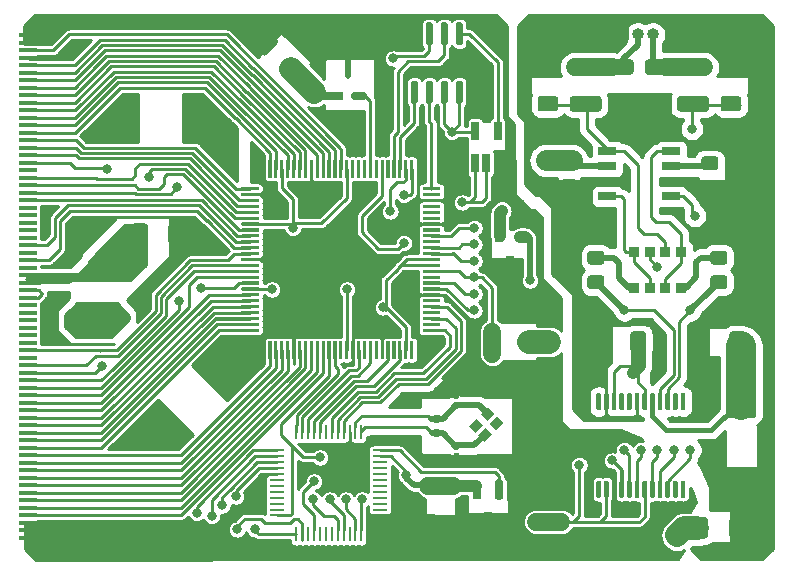
<source format=gbr>
G04 #@! TF.GenerationSoftware,KiCad,Pcbnew,(5.1.10)-1*
G04 #@! TF.CreationDate,2021-11-29T18:47:30+00:00*
G04 #@! TF.ProjectId,pc_card_sound_barker,70635f63-6172-4645-9f73-6f756e645f62,rev?*
G04 #@! TF.SameCoordinates,Original*
G04 #@! TF.FileFunction,Copper,L1,Top*
G04 #@! TF.FilePolarity,Positive*
%FSLAX46Y46*%
G04 Gerber Fmt 4.6, Leading zero omitted, Abs format (unit mm)*
G04 Created by KiCad (PCBNEW (5.1.10)-1) date 2021-11-29 18:47:30*
%MOMM*%
%LPD*%
G01*
G04 APERTURE LIST*
G04 #@! TA.AperFunction,SMDPad,CuDef*
%ADD10R,1.525000X0.700000*%
G04 #@! TD*
G04 #@! TA.AperFunction,SMDPad,CuDef*
%ADD11R,0.900000X0.900000*%
G04 #@! TD*
G04 #@! TA.AperFunction,SMDPad,CuDef*
%ADD12R,0.650000X1.560000*%
G04 #@! TD*
G04 #@! TA.AperFunction,SMDPad,CuDef*
%ADD13R,0.800000X0.900000*%
G04 #@! TD*
G04 #@! TA.AperFunction,SMDPad,CuDef*
%ADD14R,0.450000X0.700000*%
G04 #@! TD*
G04 #@! TA.AperFunction,SMDPad,CuDef*
%ADD15C,0.100000*%
G04 #@! TD*
G04 #@! TA.AperFunction,ComponentPad*
%ADD16O,1.000000X1.000000*%
G04 #@! TD*
G04 #@! TA.AperFunction,ComponentPad*
%ADD17R,1.000000X1.000000*%
G04 #@! TD*
G04 #@! TA.AperFunction,SMDPad,CuDef*
%ADD18R,1.300000X0.250000*%
G04 #@! TD*
G04 #@! TA.AperFunction,SMDPad,CuDef*
%ADD19R,0.250000X1.300000*%
G04 #@! TD*
G04 #@! TA.AperFunction,SMDPad,CuDef*
%ADD20R,1.498600X0.304800*%
G04 #@! TD*
G04 #@! TA.AperFunction,ViaPad*
%ADD21C,0.800000*%
G04 #@! TD*
G04 #@! TA.AperFunction,Conductor*
%ADD22C,0.250000*%
G04 #@! TD*
G04 #@! TA.AperFunction,Conductor*
%ADD23C,2.000000*%
G04 #@! TD*
G04 #@! TA.AperFunction,Conductor*
%ADD24C,0.700000*%
G04 #@! TD*
G04 #@! TA.AperFunction,Conductor*
%ADD25C,1.500000*%
G04 #@! TD*
G04 #@! TA.AperFunction,Conductor*
%ADD26C,1.000000*%
G04 #@! TD*
G04 #@! TA.AperFunction,Conductor*
%ADD27C,0.500000*%
G04 #@! TD*
G04 #@! TA.AperFunction,Conductor*
%ADD28C,1.250000*%
G04 #@! TD*
G04 #@! TA.AperFunction,Conductor*
%ADD29C,0.550000*%
G04 #@! TD*
G04 #@! TA.AperFunction,Conductor*
%ADD30C,1.750000*%
G04 #@! TD*
G04 #@! TA.AperFunction,Conductor*
%ADD31C,0.400000*%
G04 #@! TD*
G04 #@! TA.AperFunction,Conductor*
%ADD32C,2.500000*%
G04 #@! TD*
G04 #@! TA.AperFunction,Conductor*
%ADD33C,0.254000*%
G04 #@! TD*
G04 #@! TA.AperFunction,Conductor*
%ADD34C,0.100000*%
G04 #@! TD*
G04 APERTURE END LIST*
G04 #@! TO.P,U1,75*
G04 #@! TO.N,D15*
G04 #@! TA.AperFunction,SMDPad,CuDef*
G36*
G01*
X124936900Y-71825000D02*
X124683100Y-71825000D01*
G75*
G02*
X124675000Y-71816900I0J8100D01*
G01*
X124675000Y-70313100D01*
G75*
G02*
X124683100Y-70305000I8100J0D01*
G01*
X124936900Y-70305000D01*
G75*
G02*
X124945000Y-70313100I0J-8100D01*
G01*
X124945000Y-71816900D01*
G75*
G02*
X124936900Y-71825000I-8100J0D01*
G01*
G37*
G04 #@! TD.AperFunction*
G04 #@! TO.P,U1,74*
G04 #@! TO.N,CE1#*
G04 #@! TA.AperFunction,SMDPad,CuDef*
G36*
G01*
X125436900Y-71825000D02*
X125183100Y-71825000D01*
G75*
G02*
X125175000Y-71816900I0J8100D01*
G01*
X125175000Y-70313100D01*
G75*
G02*
X125183100Y-70305000I8100J0D01*
G01*
X125436900Y-70305000D01*
G75*
G02*
X125445000Y-70313100I0J-8100D01*
G01*
X125445000Y-71816900D01*
G75*
G02*
X125436900Y-71825000I-8100J0D01*
G01*
G37*
G04 #@! TD.AperFunction*
G04 #@! TO.P,U1,73*
G04 #@! TO.N,VCC*
G04 #@! TA.AperFunction,SMDPad,CuDef*
G36*
G01*
X125936900Y-71825000D02*
X125683100Y-71825000D01*
G75*
G02*
X125675000Y-71816900I0J8100D01*
G01*
X125675000Y-70313100D01*
G75*
G02*
X125683100Y-70305000I8100J0D01*
G01*
X125936900Y-70305000D01*
G75*
G02*
X125945000Y-70313100I0J-8100D01*
G01*
X125945000Y-71816900D01*
G75*
G02*
X125936900Y-71825000I-8100J0D01*
G01*
G37*
G04 #@! TD.AperFunction*
G04 #@! TO.P,U1,72*
G04 #@! TO.N,D14*
G04 #@! TA.AperFunction,SMDPad,CuDef*
G36*
G01*
X126436900Y-71825000D02*
X126183100Y-71825000D01*
G75*
G02*
X126175000Y-71816900I0J8100D01*
G01*
X126175000Y-70313100D01*
G75*
G02*
X126183100Y-70305000I8100J0D01*
G01*
X126436900Y-70305000D01*
G75*
G02*
X126445000Y-70313100I0J-8100D01*
G01*
X126445000Y-71816900D01*
G75*
G02*
X126436900Y-71825000I-8100J0D01*
G01*
G37*
G04 #@! TD.AperFunction*
G04 #@! TO.P,U1,71*
G04 #@! TO.N,D7*
G04 #@! TA.AperFunction,SMDPad,CuDef*
G36*
G01*
X126936900Y-71825000D02*
X126683100Y-71825000D01*
G75*
G02*
X126675000Y-71816900I0J8100D01*
G01*
X126675000Y-70313100D01*
G75*
G02*
X126683100Y-70305000I8100J0D01*
G01*
X126936900Y-70305000D01*
G75*
G02*
X126945000Y-70313100I0J-8100D01*
G01*
X126945000Y-71816900D01*
G75*
G02*
X126936900Y-71825000I-8100J0D01*
G01*
G37*
G04 #@! TD.AperFunction*
G04 #@! TO.P,U1,70*
G04 #@! TO.N,D13*
G04 #@! TA.AperFunction,SMDPad,CuDef*
G36*
G01*
X127436900Y-71825000D02*
X127183100Y-71825000D01*
G75*
G02*
X127175000Y-71816900I0J8100D01*
G01*
X127175000Y-70313100D01*
G75*
G02*
X127183100Y-70305000I8100J0D01*
G01*
X127436900Y-70305000D01*
G75*
G02*
X127445000Y-70313100I0J-8100D01*
G01*
X127445000Y-71816900D01*
G75*
G02*
X127436900Y-71825000I-8100J0D01*
G01*
G37*
G04 #@! TD.AperFunction*
G04 #@! TO.P,U1,69*
G04 #@! TO.N,D6*
G04 #@! TA.AperFunction,SMDPad,CuDef*
G36*
G01*
X127936900Y-71825000D02*
X127683100Y-71825000D01*
G75*
G02*
X127675000Y-71816900I0J8100D01*
G01*
X127675000Y-70313100D01*
G75*
G02*
X127683100Y-70305000I8100J0D01*
G01*
X127936900Y-70305000D01*
G75*
G02*
X127945000Y-70313100I0J-8100D01*
G01*
X127945000Y-71816900D01*
G75*
G02*
X127936900Y-71825000I-8100J0D01*
G01*
G37*
G04 #@! TD.AperFunction*
G04 #@! TO.P,U1,68*
G04 #@! TO.N,AGND*
G04 #@! TA.AperFunction,SMDPad,CuDef*
G36*
G01*
X128436900Y-71825000D02*
X128183100Y-71825000D01*
G75*
G02*
X128175000Y-71816900I0J8100D01*
G01*
X128175000Y-70313100D01*
G75*
G02*
X128183100Y-70305000I8100J0D01*
G01*
X128436900Y-70305000D01*
G75*
G02*
X128445000Y-70313100I0J-8100D01*
G01*
X128445000Y-71816900D01*
G75*
G02*
X128436900Y-71825000I-8100J0D01*
G01*
G37*
G04 #@! TD.AperFunction*
G04 #@! TO.P,U1,67*
G04 #@! TO.N,D12*
G04 #@! TA.AperFunction,SMDPad,CuDef*
G36*
G01*
X128936900Y-71825000D02*
X128683100Y-71825000D01*
G75*
G02*
X128675000Y-71816900I0J8100D01*
G01*
X128675000Y-70313100D01*
G75*
G02*
X128683100Y-70305000I8100J0D01*
G01*
X128936900Y-70305000D01*
G75*
G02*
X128945000Y-70313100I0J-8100D01*
G01*
X128945000Y-71816900D01*
G75*
G02*
X128936900Y-71825000I-8100J0D01*
G01*
G37*
G04 #@! TD.AperFunction*
G04 #@! TO.P,U1,66*
G04 #@! TO.N,D5*
G04 #@! TA.AperFunction,SMDPad,CuDef*
G36*
G01*
X129436900Y-71825000D02*
X129183100Y-71825000D01*
G75*
G02*
X129175000Y-71816900I0J8100D01*
G01*
X129175000Y-70313100D01*
G75*
G02*
X129183100Y-70305000I8100J0D01*
G01*
X129436900Y-70305000D01*
G75*
G02*
X129445000Y-70313100I0J-8100D01*
G01*
X129445000Y-71816900D01*
G75*
G02*
X129436900Y-71825000I-8100J0D01*
G01*
G37*
G04 #@! TD.AperFunction*
G04 #@! TO.P,U1,65*
G04 #@! TO.N,D11*
G04 #@! TA.AperFunction,SMDPad,CuDef*
G36*
G01*
X129936900Y-71825000D02*
X129683100Y-71825000D01*
G75*
G02*
X129675000Y-71816900I0J8100D01*
G01*
X129675000Y-70313100D01*
G75*
G02*
X129683100Y-70305000I8100J0D01*
G01*
X129936900Y-70305000D01*
G75*
G02*
X129945000Y-70313100I0J-8100D01*
G01*
X129945000Y-71816900D01*
G75*
G02*
X129936900Y-71825000I-8100J0D01*
G01*
G37*
G04 #@! TD.AperFunction*
G04 #@! TO.P,U1,64*
G04 #@! TO.N,D4*
G04 #@! TA.AperFunction,SMDPad,CuDef*
G36*
G01*
X130436900Y-71825000D02*
X130183100Y-71825000D01*
G75*
G02*
X130175000Y-71816900I0J8100D01*
G01*
X130175000Y-70313100D01*
G75*
G02*
X130183100Y-70305000I8100J0D01*
G01*
X130436900Y-70305000D01*
G75*
G02*
X130445000Y-70313100I0J-8100D01*
G01*
X130445000Y-71816900D01*
G75*
G02*
X130436900Y-71825000I-8100J0D01*
G01*
G37*
G04 #@! TD.AperFunction*
G04 #@! TO.P,U1,63*
G04 #@! TO.N,D3*
G04 #@! TA.AperFunction,SMDPad,CuDef*
G36*
G01*
X130936900Y-71825000D02*
X130683100Y-71825000D01*
G75*
G02*
X130675000Y-71816900I0J8100D01*
G01*
X130675000Y-70313100D01*
G75*
G02*
X130683100Y-70305000I8100J0D01*
G01*
X130936900Y-70305000D01*
G75*
G02*
X130945000Y-70313100I0J-8100D01*
G01*
X130945000Y-71816900D01*
G75*
G02*
X130936900Y-71825000I-8100J0D01*
G01*
G37*
G04 #@! TD.AperFunction*
G04 #@! TO.P,U1,62*
G04 #@! TO.N,VCC*
G04 #@! TA.AperFunction,SMDPad,CuDef*
G36*
G01*
X131436900Y-71825000D02*
X131183100Y-71825000D01*
G75*
G02*
X131175000Y-71816900I0J8100D01*
G01*
X131175000Y-70313100D01*
G75*
G02*
X131183100Y-70305000I8100J0D01*
G01*
X131436900Y-70305000D01*
G75*
G02*
X131445000Y-70313100I0J-8100D01*
G01*
X131445000Y-71816900D01*
G75*
G02*
X131436900Y-71825000I-8100J0D01*
G01*
G37*
G04 #@! TD.AperFunction*
G04 #@! TO.P,U1,61*
G04 #@! TO.N,N/C*
G04 #@! TA.AperFunction,SMDPad,CuDef*
G36*
G01*
X131936900Y-71825000D02*
X131683100Y-71825000D01*
G75*
G02*
X131675000Y-71816900I0J8100D01*
G01*
X131675000Y-70313100D01*
G75*
G02*
X131683100Y-70305000I8100J0D01*
G01*
X131936900Y-70305000D01*
G75*
G02*
X131945000Y-70313100I0J-8100D01*
G01*
X131945000Y-71816900D01*
G75*
G02*
X131936900Y-71825000I-8100J0D01*
G01*
G37*
G04 #@! TD.AperFunction*
G04 #@! TO.P,U1,60*
G04 #@! TA.AperFunction,SMDPad,CuDef*
G36*
G01*
X132436900Y-71825000D02*
X132183100Y-71825000D01*
G75*
G02*
X132175000Y-71816900I0J8100D01*
G01*
X132175000Y-70313100D01*
G75*
G02*
X132183100Y-70305000I8100J0D01*
G01*
X132436900Y-70305000D01*
G75*
G02*
X132445000Y-70313100I0J-8100D01*
G01*
X132445000Y-71816900D01*
G75*
G02*
X132436900Y-71825000I-8100J0D01*
G01*
G37*
G04 #@! TD.AperFunction*
G04 #@! TO.P,U1,59*
G04 #@! TA.AperFunction,SMDPad,CuDef*
G36*
G01*
X132936900Y-71825000D02*
X132683100Y-71825000D01*
G75*
G02*
X132675000Y-71816900I0J8100D01*
G01*
X132675000Y-70313100D01*
G75*
G02*
X132683100Y-70305000I8100J0D01*
G01*
X132936900Y-70305000D01*
G75*
G02*
X132945000Y-70313100I0J-8100D01*
G01*
X132945000Y-71816900D01*
G75*
G02*
X132936900Y-71825000I-8100J0D01*
G01*
G37*
G04 #@! TD.AperFunction*
G04 #@! TO.P,U1,58*
G04 #@! TO.N,PC_MCLK_IN*
G04 #@! TA.AperFunction,SMDPad,CuDef*
G36*
G01*
X133436900Y-71825000D02*
X133183100Y-71825000D01*
G75*
G02*
X133175000Y-71816900I0J8100D01*
G01*
X133175000Y-70313100D01*
G75*
G02*
X133183100Y-70305000I8100J0D01*
G01*
X133436900Y-70305000D01*
G75*
G02*
X133445000Y-70313100I0J-8100D01*
G01*
X133445000Y-71816900D01*
G75*
G02*
X133436900Y-71825000I-8100J0D01*
G01*
G37*
G04 #@! TD.AperFunction*
G04 #@! TO.P,U1,57*
G04 #@! TO.N,N/C*
G04 #@! TA.AperFunction,SMDPad,CuDef*
G36*
G01*
X133936900Y-71825000D02*
X133683100Y-71825000D01*
G75*
G02*
X133675000Y-71816900I0J8100D01*
G01*
X133675000Y-70313100D01*
G75*
G02*
X133683100Y-70305000I8100J0D01*
G01*
X133936900Y-70305000D01*
G75*
G02*
X133945000Y-70313100I0J-8100D01*
G01*
X133945000Y-71816900D01*
G75*
G02*
X133936900Y-71825000I-8100J0D01*
G01*
G37*
G04 #@! TD.AperFunction*
G04 #@! TO.P,U1,56*
G04 #@! TO.N,POR#*
G04 #@! TA.AperFunction,SMDPad,CuDef*
G36*
G01*
X134436900Y-71825000D02*
X134183100Y-71825000D01*
G75*
G02*
X134175000Y-71816900I0J8100D01*
G01*
X134175000Y-70313100D01*
G75*
G02*
X134183100Y-70305000I8100J0D01*
G01*
X134436900Y-70305000D01*
G75*
G02*
X134445000Y-70313100I0J-8100D01*
G01*
X134445000Y-71816900D01*
G75*
G02*
X134436900Y-71825000I-8100J0D01*
G01*
G37*
G04 #@! TD.AperFunction*
G04 #@! TO.P,U1,55*
G04 #@! TO.N,N/C*
G04 #@! TA.AperFunction,SMDPad,CuDef*
G36*
G01*
X134936900Y-71825000D02*
X134683100Y-71825000D01*
G75*
G02*
X134675000Y-71816900I0J8100D01*
G01*
X134675000Y-70313100D01*
G75*
G02*
X134683100Y-70305000I8100J0D01*
G01*
X134936900Y-70305000D01*
G75*
G02*
X134945000Y-70313100I0J-8100D01*
G01*
X134945000Y-71816900D01*
G75*
G02*
X134936900Y-71825000I-8100J0D01*
G01*
G37*
G04 #@! TD.AperFunction*
G04 #@! TO.P,U1,54*
G04 #@! TO.N,EE_DI*
G04 #@! TA.AperFunction,SMDPad,CuDef*
G36*
G01*
X135436900Y-71825000D02*
X135183100Y-71825000D01*
G75*
G02*
X135175000Y-71816900I0J8100D01*
G01*
X135175000Y-70313100D01*
G75*
G02*
X135183100Y-70305000I8100J0D01*
G01*
X135436900Y-70305000D01*
G75*
G02*
X135445000Y-70313100I0J-8100D01*
G01*
X135445000Y-71816900D01*
G75*
G02*
X135436900Y-71825000I-8100J0D01*
G01*
G37*
G04 #@! TD.AperFunction*
G04 #@! TO.P,U1,53*
G04 #@! TO.N,EE_DO*
G04 #@! TA.AperFunction,SMDPad,CuDef*
G36*
G01*
X135936900Y-71825000D02*
X135683100Y-71825000D01*
G75*
G02*
X135675000Y-71816900I0J8100D01*
G01*
X135675000Y-70313100D01*
G75*
G02*
X135683100Y-70305000I8100J0D01*
G01*
X135936900Y-70305000D01*
G75*
G02*
X135945000Y-70313100I0J-8100D01*
G01*
X135945000Y-71816900D01*
G75*
G02*
X135936900Y-71825000I-8100J0D01*
G01*
G37*
G04 #@! TD.AperFunction*
G04 #@! TO.P,U1,52*
G04 #@! TO.N,EE_CS*
G04 #@! TA.AperFunction,SMDPad,CuDef*
G36*
G01*
X136436900Y-71825000D02*
X136183100Y-71825000D01*
G75*
G02*
X136175000Y-71816900I0J8100D01*
G01*
X136175000Y-70313100D01*
G75*
G02*
X136183100Y-70305000I8100J0D01*
G01*
X136436900Y-70305000D01*
G75*
G02*
X136445000Y-70313100I0J-8100D01*
G01*
X136445000Y-71816900D01*
G75*
G02*
X136436900Y-71825000I-8100J0D01*
G01*
G37*
G04 #@! TD.AperFunction*
G04 #@! TO.P,U1,51*
G04 #@! TO.N,VCC*
G04 #@! TA.AperFunction,SMDPad,CuDef*
G36*
G01*
X136936900Y-71825000D02*
X136683100Y-71825000D01*
G75*
G02*
X136675000Y-71816900I0J8100D01*
G01*
X136675000Y-70313100D01*
G75*
G02*
X136683100Y-70305000I8100J0D01*
G01*
X136936900Y-70305000D01*
G75*
G02*
X136945000Y-70313100I0J-8100D01*
G01*
X136945000Y-71816900D01*
G75*
G02*
X136936900Y-71825000I-8100J0D01*
G01*
G37*
G04 #@! TD.AperFunction*
G04 #@! TO.P,U1,25*
G04 #@! TO.N,N/C*
G04 #@! TA.AperFunction,SMDPad,CuDef*
G36*
G01*
X136936900Y-87175000D02*
X136683100Y-87175000D01*
G75*
G02*
X136675000Y-87166900I0J8100D01*
G01*
X136675000Y-85663100D01*
G75*
G02*
X136683100Y-85655000I8100J0D01*
G01*
X136936900Y-85655000D01*
G75*
G02*
X136945000Y-85663100I0J-8100D01*
G01*
X136945000Y-87166900D01*
G75*
G02*
X136936900Y-87175000I-8100J0D01*
G01*
G37*
G04 #@! TD.AperFunction*
G04 #@! TO.P,U1,24*
G04 #@! TO.N,VCC*
G04 #@! TA.AperFunction,SMDPad,CuDef*
G36*
G01*
X136436900Y-87175000D02*
X136183100Y-87175000D01*
G75*
G02*
X136175000Y-87166900I0J8100D01*
G01*
X136175000Y-85663100D01*
G75*
G02*
X136183100Y-85655000I8100J0D01*
G01*
X136436900Y-85655000D01*
G75*
G02*
X136445000Y-85663100I0J-8100D01*
G01*
X136445000Y-87166900D01*
G75*
G02*
X136436900Y-87175000I-8100J0D01*
G01*
G37*
G04 #@! TD.AperFunction*
G04 #@! TO.P,U1,23*
G04 #@! TO.N,ID3*
G04 #@! TA.AperFunction,SMDPad,CuDef*
G36*
G01*
X135936900Y-87175000D02*
X135683100Y-87175000D01*
G75*
G02*
X135675000Y-87166900I0J8100D01*
G01*
X135675000Y-85663100D01*
G75*
G02*
X135683100Y-85655000I8100J0D01*
G01*
X135936900Y-85655000D01*
G75*
G02*
X135945000Y-85663100I0J-8100D01*
G01*
X135945000Y-87166900D01*
G75*
G02*
X135936900Y-87175000I-8100J0D01*
G01*
G37*
G04 #@! TD.AperFunction*
G04 #@! TO.P,U1,22*
G04 #@! TO.N,N/C*
G04 #@! TA.AperFunction,SMDPad,CuDef*
G36*
G01*
X135436900Y-87175000D02*
X135183100Y-87175000D01*
G75*
G02*
X135175000Y-87166900I0J8100D01*
G01*
X135175000Y-85663100D01*
G75*
G02*
X135183100Y-85655000I8100J0D01*
G01*
X135436900Y-85655000D01*
G75*
G02*
X135445000Y-85663100I0J-8100D01*
G01*
X135445000Y-87166900D01*
G75*
G02*
X135436900Y-87175000I-8100J0D01*
G01*
G37*
G04 #@! TD.AperFunction*
G04 #@! TO.P,U1,21*
G04 #@! TO.N,ID4*
G04 #@! TA.AperFunction,SMDPad,CuDef*
G36*
G01*
X134936900Y-87175000D02*
X134683100Y-87175000D01*
G75*
G02*
X134675000Y-87166900I0J8100D01*
G01*
X134675000Y-85663100D01*
G75*
G02*
X134683100Y-85655000I8100J0D01*
G01*
X134936900Y-85655000D01*
G75*
G02*
X134945000Y-85663100I0J-8100D01*
G01*
X134945000Y-87166900D01*
G75*
G02*
X134936900Y-87175000I-8100J0D01*
G01*
G37*
G04 #@! TD.AperFunction*
G04 #@! TO.P,U1,20*
G04 #@! TO.N,AGND*
G04 #@! TA.AperFunction,SMDPad,CuDef*
G36*
G01*
X134436900Y-87175000D02*
X134183100Y-87175000D01*
G75*
G02*
X134175000Y-87166900I0J8100D01*
G01*
X134175000Y-85663100D01*
G75*
G02*
X134183100Y-85655000I8100J0D01*
G01*
X134436900Y-85655000D01*
G75*
G02*
X134445000Y-85663100I0J-8100D01*
G01*
X134445000Y-87166900D01*
G75*
G02*
X134436900Y-87175000I-8100J0D01*
G01*
G37*
G04 #@! TD.AperFunction*
G04 #@! TO.P,U1,19*
G04 #@! TO.N,N/C*
G04 #@! TA.AperFunction,SMDPad,CuDef*
G36*
G01*
X133936900Y-87175000D02*
X133683100Y-87175000D01*
G75*
G02*
X133675000Y-87166900I0J8100D01*
G01*
X133675000Y-85663100D01*
G75*
G02*
X133683100Y-85655000I8100J0D01*
G01*
X133936900Y-85655000D01*
G75*
G02*
X133945000Y-85663100I0J-8100D01*
G01*
X133945000Y-87166900D01*
G75*
G02*
X133936900Y-87175000I-8100J0D01*
G01*
G37*
G04 #@! TD.AperFunction*
G04 #@! TO.P,U1,18*
G04 #@! TO.N,ID5*
G04 #@! TA.AperFunction,SMDPad,CuDef*
G36*
G01*
X133436900Y-87175000D02*
X133183100Y-87175000D01*
G75*
G02*
X133175000Y-87166900I0J8100D01*
G01*
X133175000Y-85663100D01*
G75*
G02*
X133183100Y-85655000I8100J0D01*
G01*
X133436900Y-85655000D01*
G75*
G02*
X133445000Y-85663100I0J-8100D01*
G01*
X133445000Y-87166900D01*
G75*
G02*
X133436900Y-87175000I-8100J0D01*
G01*
G37*
G04 #@! TD.AperFunction*
G04 #@! TO.P,U1,17*
G04 #@! TO.N,N/C*
G04 #@! TA.AperFunction,SMDPad,CuDef*
G36*
G01*
X132936900Y-87175000D02*
X132683100Y-87175000D01*
G75*
G02*
X132675000Y-87166900I0J8100D01*
G01*
X132675000Y-85663100D01*
G75*
G02*
X132683100Y-85655000I8100J0D01*
G01*
X132936900Y-85655000D01*
G75*
G02*
X132945000Y-85663100I0J-8100D01*
G01*
X132945000Y-87166900D01*
G75*
G02*
X132936900Y-87175000I-8100J0D01*
G01*
G37*
G04 #@! TD.AperFunction*
G04 #@! TO.P,U1,16*
G04 #@! TO.N,ID6*
G04 #@! TA.AperFunction,SMDPad,CuDef*
G36*
G01*
X132436900Y-87175000D02*
X132183100Y-87175000D01*
G75*
G02*
X132175000Y-87166900I0J8100D01*
G01*
X132175000Y-85663100D01*
G75*
G02*
X132183100Y-85655000I8100J0D01*
G01*
X132436900Y-85655000D01*
G75*
G02*
X132445000Y-85663100I0J-8100D01*
G01*
X132445000Y-87166900D01*
G75*
G02*
X132436900Y-87175000I-8100J0D01*
G01*
G37*
G04 #@! TD.AperFunction*
G04 #@! TO.P,U1,15*
G04 #@! TO.N,AGND*
G04 #@! TA.AperFunction,SMDPad,CuDef*
G36*
G01*
X131936900Y-87175000D02*
X131683100Y-87175000D01*
G75*
G02*
X131675000Y-87166900I0J8100D01*
G01*
X131675000Y-85663100D01*
G75*
G02*
X131683100Y-85655000I8100J0D01*
G01*
X131936900Y-85655000D01*
G75*
G02*
X131945000Y-85663100I0J-8100D01*
G01*
X131945000Y-87166900D01*
G75*
G02*
X131936900Y-87175000I-8100J0D01*
G01*
G37*
G04 #@! TD.AperFunction*
G04 #@! TO.P,U1,14*
G04 #@! TO.N,VCC*
G04 #@! TA.AperFunction,SMDPad,CuDef*
G36*
G01*
X131436900Y-87175000D02*
X131183100Y-87175000D01*
G75*
G02*
X131175000Y-87166900I0J8100D01*
G01*
X131175000Y-85663100D01*
G75*
G02*
X131183100Y-85655000I8100J0D01*
G01*
X131436900Y-85655000D01*
G75*
G02*
X131445000Y-85663100I0J-8100D01*
G01*
X131445000Y-87166900D01*
G75*
G02*
X131436900Y-87175000I-8100J0D01*
G01*
G37*
G04 #@! TD.AperFunction*
G04 #@! TO.P,U1,13*
G04 #@! TO.N,N/C*
G04 #@! TA.AperFunction,SMDPad,CuDef*
G36*
G01*
X130936900Y-87175000D02*
X130683100Y-87175000D01*
G75*
G02*
X130675000Y-87166900I0J8100D01*
G01*
X130675000Y-85663100D01*
G75*
G02*
X130683100Y-85655000I8100J0D01*
G01*
X130936900Y-85655000D01*
G75*
G02*
X130945000Y-85663100I0J-8100D01*
G01*
X130945000Y-87166900D01*
G75*
G02*
X130936900Y-87175000I-8100J0D01*
G01*
G37*
G04 #@! TD.AperFunction*
G04 #@! TO.P,U1,12*
G04 #@! TO.N,ID7*
G04 #@! TA.AperFunction,SMDPad,CuDef*
G36*
G01*
X130436900Y-87175000D02*
X130183100Y-87175000D01*
G75*
G02*
X130175000Y-87166900I0J8100D01*
G01*
X130175000Y-85663100D01*
G75*
G02*
X130183100Y-85655000I8100J0D01*
G01*
X130436900Y-85655000D01*
G75*
G02*
X130445000Y-85663100I0J-8100D01*
G01*
X130445000Y-87166900D01*
G75*
G02*
X130436900Y-87175000I-8100J0D01*
G01*
G37*
G04 #@! TD.AperFunction*
G04 #@! TO.P,U1,11*
G04 #@! TO.N,ATA_HRESET#*
G04 #@! TA.AperFunction,SMDPad,CuDef*
G36*
G01*
X129936900Y-87175000D02*
X129683100Y-87175000D01*
G75*
G02*
X129675000Y-87166900I0J8100D01*
G01*
X129675000Y-85663100D01*
G75*
G02*
X129683100Y-85655000I8100J0D01*
G01*
X129936900Y-85655000D01*
G75*
G02*
X129945000Y-85663100I0J-8100D01*
G01*
X129945000Y-87166900D01*
G75*
G02*
X129936900Y-87175000I-8100J0D01*
G01*
G37*
G04 #@! TD.AperFunction*
G04 #@! TO.P,U1,10*
G04 #@! TO.N,IOIS16#*
G04 #@! TA.AperFunction,SMDPad,CuDef*
G36*
G01*
X129436900Y-87175000D02*
X129183100Y-87175000D01*
G75*
G02*
X129175000Y-87166900I0J8100D01*
G01*
X129175000Y-85663100D01*
G75*
G02*
X129183100Y-85655000I8100J0D01*
G01*
X129436900Y-85655000D01*
G75*
G02*
X129445000Y-85663100I0J-8100D01*
G01*
X129445000Y-87166900D01*
G75*
G02*
X129436900Y-87175000I-8100J0D01*
G01*
G37*
G04 #@! TD.AperFunction*
G04 #@! TO.P,U1,9*
G04 #@! TO.N,D10*
G04 #@! TA.AperFunction,SMDPad,CuDef*
G36*
G01*
X128936900Y-87175000D02*
X128683100Y-87175000D01*
G75*
G02*
X128675000Y-87166900I0J8100D01*
G01*
X128675000Y-85663100D01*
G75*
G02*
X128683100Y-85655000I8100J0D01*
G01*
X128936900Y-85655000D01*
G75*
G02*
X128945000Y-85663100I0J-8100D01*
G01*
X128945000Y-87166900D01*
G75*
G02*
X128936900Y-87175000I-8100J0D01*
G01*
G37*
G04 #@! TD.AperFunction*
G04 #@! TO.P,U1,8*
G04 #@! TO.N,D2*
G04 #@! TA.AperFunction,SMDPad,CuDef*
G36*
G01*
X128436900Y-87175000D02*
X128183100Y-87175000D01*
G75*
G02*
X128175000Y-87166900I0J8100D01*
G01*
X128175000Y-85663100D01*
G75*
G02*
X128183100Y-85655000I8100J0D01*
G01*
X128436900Y-85655000D01*
G75*
G02*
X128445000Y-85663100I0J-8100D01*
G01*
X128445000Y-87166900D01*
G75*
G02*
X128436900Y-87175000I-8100J0D01*
G01*
G37*
G04 #@! TD.AperFunction*
G04 #@! TO.P,U1,7*
G04 #@! TO.N,D9*
G04 #@! TA.AperFunction,SMDPad,CuDef*
G36*
G01*
X127936900Y-87175000D02*
X127683100Y-87175000D01*
G75*
G02*
X127675000Y-87166900I0J8100D01*
G01*
X127675000Y-85663100D01*
G75*
G02*
X127683100Y-85655000I8100J0D01*
G01*
X127936900Y-85655000D01*
G75*
G02*
X127945000Y-85663100I0J-8100D01*
G01*
X127945000Y-87166900D01*
G75*
G02*
X127936900Y-87175000I-8100J0D01*
G01*
G37*
G04 #@! TD.AperFunction*
G04 #@! TO.P,U1,6*
G04 #@! TO.N,D1*
G04 #@! TA.AperFunction,SMDPad,CuDef*
G36*
G01*
X127436900Y-87175000D02*
X127183100Y-87175000D01*
G75*
G02*
X127175000Y-87166900I0J8100D01*
G01*
X127175000Y-85663100D01*
G75*
G02*
X127183100Y-85655000I8100J0D01*
G01*
X127436900Y-85655000D01*
G75*
G02*
X127445000Y-85663100I0J-8100D01*
G01*
X127445000Y-87166900D01*
G75*
G02*
X127436900Y-87175000I-8100J0D01*
G01*
G37*
G04 #@! TD.AperFunction*
G04 #@! TO.P,U1,5*
G04 #@! TO.N,AGND*
G04 #@! TA.AperFunction,SMDPad,CuDef*
G36*
G01*
X126936900Y-87175000D02*
X126683100Y-87175000D01*
G75*
G02*
X126675000Y-87166900I0J8100D01*
G01*
X126675000Y-85663100D01*
G75*
G02*
X126683100Y-85655000I8100J0D01*
G01*
X126936900Y-85655000D01*
G75*
G02*
X126945000Y-85663100I0J-8100D01*
G01*
X126945000Y-87166900D01*
G75*
G02*
X126936900Y-87175000I-8100J0D01*
G01*
G37*
G04 #@! TD.AperFunction*
G04 #@! TO.P,U1,4*
G04 #@! TO.N,D8*
G04 #@! TA.AperFunction,SMDPad,CuDef*
G36*
G01*
X126436900Y-87175000D02*
X126183100Y-87175000D01*
G75*
G02*
X126175000Y-87166900I0J8100D01*
G01*
X126175000Y-85663100D01*
G75*
G02*
X126183100Y-85655000I8100J0D01*
G01*
X126436900Y-85655000D01*
G75*
G02*
X126445000Y-85663100I0J-8100D01*
G01*
X126445000Y-87166900D01*
G75*
G02*
X126436900Y-87175000I-8100J0D01*
G01*
G37*
G04 #@! TD.AperFunction*
G04 #@! TO.P,U1,3*
G04 #@! TO.N,D0*
G04 #@! TA.AperFunction,SMDPad,CuDef*
G36*
G01*
X125936900Y-87175000D02*
X125683100Y-87175000D01*
G75*
G02*
X125675000Y-87166900I0J8100D01*
G01*
X125675000Y-85663100D01*
G75*
G02*
X125683100Y-85655000I8100J0D01*
G01*
X125936900Y-85655000D01*
G75*
G02*
X125945000Y-85663100I0J-8100D01*
G01*
X125945000Y-87166900D01*
G75*
G02*
X125936900Y-87175000I-8100J0D01*
G01*
G37*
G04 #@! TD.AperFunction*
G04 #@! TO.P,U1,2*
G04 #@! TO.N,STSCHG#*
G04 #@! TA.AperFunction,SMDPad,CuDef*
G36*
G01*
X125436900Y-87175000D02*
X125183100Y-87175000D01*
G75*
G02*
X125175000Y-87166900I0J8100D01*
G01*
X125175000Y-85663100D01*
G75*
G02*
X125183100Y-85655000I8100J0D01*
G01*
X125436900Y-85655000D01*
G75*
G02*
X125445000Y-85663100I0J-8100D01*
G01*
X125445000Y-87166900D01*
G75*
G02*
X125436900Y-87175000I-8100J0D01*
G01*
G37*
G04 #@! TD.AperFunction*
G04 #@! TO.P,U1,1*
G04 #@! TO.N,A0*
G04 #@! TA.AperFunction,SMDPad,CuDef*
G36*
G01*
X124936900Y-87175000D02*
X124683100Y-87175000D01*
G75*
G02*
X124675000Y-87166900I0J8100D01*
G01*
X124675000Y-85663100D01*
G75*
G02*
X124683100Y-85655000I8100J0D01*
G01*
X124936900Y-85655000D01*
G75*
G02*
X124945000Y-85663100I0J-8100D01*
G01*
X124945000Y-87166900D01*
G75*
G02*
X124936900Y-87175000I-8100J0D01*
G01*
G37*
G04 #@! TD.AperFunction*
G04 #@! TO.P,U1,100*
G04 #@! TO.N,SPKR#*
G04 #@! TA.AperFunction,SMDPad,CuDef*
G36*
G01*
X123843700Y-84875000D02*
X122426300Y-84875000D01*
G75*
G02*
X122375000Y-84823700I0J51300D01*
G01*
X122375000Y-84656300D01*
G75*
G02*
X122426300Y-84605000I51300J0D01*
G01*
X123843700Y-84605000D01*
G75*
G02*
X123895000Y-84656300I0J-51300D01*
G01*
X123895000Y-84823700D01*
G75*
G02*
X123843700Y-84875000I-51300J0D01*
G01*
G37*
G04 #@! TD.AperFunction*
G04 #@! TO.P,U1,99*
G04 #@! TO.N,A1*
G04 #@! TA.AperFunction,SMDPad,CuDef*
G36*
G01*
X123843700Y-84375000D02*
X122426300Y-84375000D01*
G75*
G02*
X122375000Y-84323700I0J51300D01*
G01*
X122375000Y-84156300D01*
G75*
G02*
X122426300Y-84105000I51300J0D01*
G01*
X123843700Y-84105000D01*
G75*
G02*
X123895000Y-84156300I0J-51300D01*
G01*
X123895000Y-84323700D01*
G75*
G02*
X123843700Y-84375000I-51300J0D01*
G01*
G37*
G04 #@! TD.AperFunction*
G04 #@! TO.P,U1,98*
G04 #@! TO.N,REG#*
G04 #@! TA.AperFunction,SMDPad,CuDef*
G36*
G01*
X123843700Y-83875000D02*
X122426300Y-83875000D01*
G75*
G02*
X122375000Y-83823700I0J51300D01*
G01*
X122375000Y-83656300D01*
G75*
G02*
X122426300Y-83605000I51300J0D01*
G01*
X123843700Y-83605000D01*
G75*
G02*
X123895000Y-83656300I0J-51300D01*
G01*
X123895000Y-83823700D01*
G75*
G02*
X123843700Y-83875000I-51300J0D01*
G01*
G37*
G04 #@! TD.AperFunction*
G04 #@! TO.P,U1,97*
G04 #@! TO.N,A2*
G04 #@! TA.AperFunction,SMDPad,CuDef*
G36*
G01*
X123843700Y-83375000D02*
X122426300Y-83375000D01*
G75*
G02*
X122375000Y-83323700I0J51300D01*
G01*
X122375000Y-83156300D01*
G75*
G02*
X122426300Y-83105000I51300J0D01*
G01*
X123843700Y-83105000D01*
G75*
G02*
X123895000Y-83156300I0J-51300D01*
G01*
X123895000Y-83323700D01*
G75*
G02*
X123843700Y-83375000I-51300J0D01*
G01*
G37*
G04 #@! TD.AperFunction*
G04 #@! TO.P,U1,96*
G04 #@! TO.N,INPACK#*
G04 #@! TA.AperFunction,SMDPad,CuDef*
G36*
G01*
X123843700Y-82875000D02*
X122426300Y-82875000D01*
G75*
G02*
X122375000Y-82823700I0J51300D01*
G01*
X122375000Y-82656300D01*
G75*
G02*
X122426300Y-82605000I51300J0D01*
G01*
X123843700Y-82605000D01*
G75*
G02*
X123895000Y-82656300I0J-51300D01*
G01*
X123895000Y-82823700D01*
G75*
G02*
X123843700Y-82875000I-51300J0D01*
G01*
G37*
G04 #@! TD.AperFunction*
G04 #@! TO.P,U1,95*
G04 #@! TO.N,A3*
G04 #@! TA.AperFunction,SMDPad,CuDef*
G36*
G01*
X123843700Y-82375000D02*
X122426300Y-82375000D01*
G75*
G02*
X122375000Y-82323700I0J51300D01*
G01*
X122375000Y-82156300D01*
G75*
G02*
X122426300Y-82105000I51300J0D01*
G01*
X123843700Y-82105000D01*
G75*
G02*
X123895000Y-82156300I0J-51300D01*
G01*
X123895000Y-82323700D01*
G75*
G02*
X123843700Y-82375000I-51300J0D01*
G01*
G37*
G04 #@! TD.AperFunction*
G04 #@! TO.P,U1,94*
G04 #@! TO.N,WAIT#*
G04 #@! TA.AperFunction,SMDPad,CuDef*
G36*
G01*
X123843700Y-81875000D02*
X122426300Y-81875000D01*
G75*
G02*
X122375000Y-81823700I0J51300D01*
G01*
X122375000Y-81656300D01*
G75*
G02*
X122426300Y-81605000I51300J0D01*
G01*
X123843700Y-81605000D01*
G75*
G02*
X123895000Y-81656300I0J-51300D01*
G01*
X123895000Y-81823700D01*
G75*
G02*
X123843700Y-81875000I-51300J0D01*
G01*
G37*
G04 #@! TD.AperFunction*
G04 #@! TO.P,U1,93*
G04 #@! TO.N,VCC*
G04 #@! TA.AperFunction,SMDPad,CuDef*
G36*
G01*
X123843700Y-81375000D02*
X122426300Y-81375000D01*
G75*
G02*
X122375000Y-81323700I0J51300D01*
G01*
X122375000Y-81156300D01*
G75*
G02*
X122426300Y-81105000I51300J0D01*
G01*
X123843700Y-81105000D01*
G75*
G02*
X123895000Y-81156300I0J-51300D01*
G01*
X123895000Y-81323700D01*
G75*
G02*
X123843700Y-81375000I-51300J0D01*
G01*
G37*
G04 #@! TD.AperFunction*
G04 #@! TO.P,U1,92*
G04 #@! TO.N,RESET*
G04 #@! TA.AperFunction,SMDPad,CuDef*
G36*
G01*
X123843700Y-80875000D02*
X122426300Y-80875000D01*
G75*
G02*
X122375000Y-80823700I0J51300D01*
G01*
X122375000Y-80656300D01*
G75*
G02*
X122426300Y-80605000I51300J0D01*
G01*
X123843700Y-80605000D01*
G75*
G02*
X123895000Y-80656300I0J-51300D01*
G01*
X123895000Y-80823700D01*
G75*
G02*
X123843700Y-80875000I-51300J0D01*
G01*
G37*
G04 #@! TD.AperFunction*
G04 #@! TO.P,U1,91*
G04 #@! TO.N,A4*
G04 #@! TA.AperFunction,SMDPad,CuDef*
G36*
G01*
X123843700Y-80375000D02*
X122426300Y-80375000D01*
G75*
G02*
X122375000Y-80323700I0J51300D01*
G01*
X122375000Y-80156300D01*
G75*
G02*
X122426300Y-80105000I51300J0D01*
G01*
X123843700Y-80105000D01*
G75*
G02*
X123895000Y-80156300I0J-51300D01*
G01*
X123895000Y-80323700D01*
G75*
G02*
X123843700Y-80375000I-51300J0D01*
G01*
G37*
G04 #@! TD.AperFunction*
G04 #@! TO.P,U1,90*
G04 #@! TO.N,A5*
G04 #@! TA.AperFunction,SMDPad,CuDef*
G36*
G01*
X123843700Y-79875000D02*
X122426300Y-79875000D01*
G75*
G02*
X122375000Y-79823700I0J51300D01*
G01*
X122375000Y-79656300D01*
G75*
G02*
X122426300Y-79605000I51300J0D01*
G01*
X123843700Y-79605000D01*
G75*
G02*
X123895000Y-79656300I0J-51300D01*
G01*
X123895000Y-79823700D01*
G75*
G02*
X123843700Y-79875000I-51300J0D01*
G01*
G37*
G04 #@! TD.AperFunction*
G04 #@! TO.P,U1,89*
G04 #@! TO.N,A6*
G04 #@! TA.AperFunction,SMDPad,CuDef*
G36*
G01*
X123843700Y-79375000D02*
X122426300Y-79375000D01*
G75*
G02*
X122375000Y-79323700I0J51300D01*
G01*
X122375000Y-79156300D01*
G75*
G02*
X122426300Y-79105000I51300J0D01*
G01*
X123843700Y-79105000D01*
G75*
G02*
X123895000Y-79156300I0J-51300D01*
G01*
X123895000Y-79323700D01*
G75*
G02*
X123843700Y-79375000I-51300J0D01*
G01*
G37*
G04 #@! TD.AperFunction*
G04 #@! TO.P,U1,88*
G04 #@! TO.N,AGND*
G04 #@! TA.AperFunction,SMDPad,CuDef*
G36*
G01*
X123843700Y-78875000D02*
X122426300Y-78875000D01*
G75*
G02*
X122375000Y-78823700I0J51300D01*
G01*
X122375000Y-78656300D01*
G75*
G02*
X122426300Y-78605000I51300J0D01*
G01*
X123843700Y-78605000D01*
G75*
G02*
X123895000Y-78656300I0J-51300D01*
G01*
X123895000Y-78823700D01*
G75*
G02*
X123843700Y-78875000I-51300J0D01*
G01*
G37*
G04 #@! TD.AperFunction*
G04 #@! TO.P,U1,87*
G04 #@! TO.N,A7*
G04 #@! TA.AperFunction,SMDPad,CuDef*
G36*
G01*
X123843700Y-78375000D02*
X122426300Y-78375000D01*
G75*
G02*
X122375000Y-78323700I0J51300D01*
G01*
X122375000Y-78156300D01*
G75*
G02*
X122426300Y-78105000I51300J0D01*
G01*
X123843700Y-78105000D01*
G75*
G02*
X123895000Y-78156300I0J-51300D01*
G01*
X123895000Y-78323700D01*
G75*
G02*
X123843700Y-78375000I-51300J0D01*
G01*
G37*
G04 #@! TD.AperFunction*
G04 #@! TO.P,U1,86*
G04 #@! TO.N,IREQ#*
G04 #@! TA.AperFunction,SMDPad,CuDef*
G36*
G01*
X123843700Y-77875000D02*
X122426300Y-77875000D01*
G75*
G02*
X122375000Y-77823700I0J51300D01*
G01*
X122375000Y-77656300D01*
G75*
G02*
X122426300Y-77605000I51300J0D01*
G01*
X123843700Y-77605000D01*
G75*
G02*
X123895000Y-77656300I0J-51300D01*
G01*
X123895000Y-77823700D01*
G75*
G02*
X123843700Y-77875000I-51300J0D01*
G01*
G37*
G04 #@! TD.AperFunction*
G04 #@! TO.P,U1,85*
G04 #@! TO.N,WE#*
G04 #@! TA.AperFunction,SMDPad,CuDef*
G36*
G01*
X123843700Y-77375000D02*
X122426300Y-77375000D01*
G75*
G02*
X122375000Y-77323700I0J51300D01*
G01*
X122375000Y-77156300D01*
G75*
G02*
X122426300Y-77105000I51300J0D01*
G01*
X123843700Y-77105000D01*
G75*
G02*
X123895000Y-77156300I0J-51300D01*
G01*
X123895000Y-77323700D01*
G75*
G02*
X123843700Y-77375000I-51300J0D01*
G01*
G37*
G04 #@! TD.AperFunction*
G04 #@! TO.P,U1,84*
G04 #@! TO.N,A8*
G04 #@! TA.AperFunction,SMDPad,CuDef*
G36*
G01*
X123843700Y-76875000D02*
X122426300Y-76875000D01*
G75*
G02*
X122375000Y-76823700I0J51300D01*
G01*
X122375000Y-76656300D01*
G75*
G02*
X122426300Y-76605000I51300J0D01*
G01*
X123843700Y-76605000D01*
G75*
G02*
X123895000Y-76656300I0J-51300D01*
G01*
X123895000Y-76823700D01*
G75*
G02*
X123843700Y-76875000I-51300J0D01*
G01*
G37*
G04 #@! TD.AperFunction*
G04 #@! TO.P,U1,83*
G04 #@! TO.N,A9*
G04 #@! TA.AperFunction,SMDPad,CuDef*
G36*
G01*
X123843700Y-76375000D02*
X122426300Y-76375000D01*
G75*
G02*
X122375000Y-76323700I0J51300D01*
G01*
X122375000Y-76156300D01*
G75*
G02*
X122426300Y-76105000I51300J0D01*
G01*
X123843700Y-76105000D01*
G75*
G02*
X123895000Y-76156300I0J-51300D01*
G01*
X123895000Y-76323700D01*
G75*
G02*
X123843700Y-76375000I-51300J0D01*
G01*
G37*
G04 #@! TD.AperFunction*
G04 #@! TO.P,U1,82*
G04 #@! TO.N,VCC*
G04 #@! TA.AperFunction,SMDPad,CuDef*
G36*
G01*
X123843700Y-75875000D02*
X122426300Y-75875000D01*
G75*
G02*
X122375000Y-75823700I0J51300D01*
G01*
X122375000Y-75656300D01*
G75*
G02*
X122426300Y-75605000I51300J0D01*
G01*
X123843700Y-75605000D01*
G75*
G02*
X123895000Y-75656300I0J-51300D01*
G01*
X123895000Y-75823700D01*
G75*
G02*
X123843700Y-75875000I-51300J0D01*
G01*
G37*
G04 #@! TD.AperFunction*
G04 #@! TO.P,U1,81*
G04 #@! TO.N,IOWR#*
G04 #@! TA.AperFunction,SMDPad,CuDef*
G36*
G01*
X123843700Y-75375000D02*
X122426300Y-75375000D01*
G75*
G02*
X122375000Y-75323700I0J51300D01*
G01*
X122375000Y-75156300D01*
G75*
G02*
X122426300Y-75105000I51300J0D01*
G01*
X123843700Y-75105000D01*
G75*
G02*
X123895000Y-75156300I0J-51300D01*
G01*
X123895000Y-75323700D01*
G75*
G02*
X123843700Y-75375000I-51300J0D01*
G01*
G37*
G04 #@! TD.AperFunction*
G04 #@! TO.P,U1,80*
G04 #@! TO.N,IORD#*
G04 #@! TA.AperFunction,SMDPad,CuDef*
G36*
G01*
X123843700Y-74875000D02*
X122426300Y-74875000D01*
G75*
G02*
X122375000Y-74823700I0J51300D01*
G01*
X122375000Y-74656300D01*
G75*
G02*
X122426300Y-74605000I51300J0D01*
G01*
X123843700Y-74605000D01*
G75*
G02*
X123895000Y-74656300I0J-51300D01*
G01*
X123895000Y-74823700D01*
G75*
G02*
X123843700Y-74875000I-51300J0D01*
G01*
G37*
G04 #@! TD.AperFunction*
G04 #@! TO.P,U1,79*
G04 #@! TO.N,OE#*
G04 #@! TA.AperFunction,SMDPad,CuDef*
G36*
G01*
X123843700Y-74375000D02*
X122426300Y-74375000D01*
G75*
G02*
X122375000Y-74323700I0J51300D01*
G01*
X122375000Y-74156300D01*
G75*
G02*
X122426300Y-74105000I51300J0D01*
G01*
X123843700Y-74105000D01*
G75*
G02*
X123895000Y-74156300I0J-51300D01*
G01*
X123895000Y-74323700D01*
G75*
G02*
X123843700Y-74375000I-51300J0D01*
G01*
G37*
G04 #@! TD.AperFunction*
G04 #@! TO.P,U1,78*
G04 #@! TO.N,CE2#*
G04 #@! TA.AperFunction,SMDPad,CuDef*
G36*
G01*
X123843700Y-73875000D02*
X122426300Y-73875000D01*
G75*
G02*
X122375000Y-73823700I0J51300D01*
G01*
X122375000Y-73656300D01*
G75*
G02*
X122426300Y-73605000I51300J0D01*
G01*
X123843700Y-73605000D01*
G75*
G02*
X123895000Y-73656300I0J-51300D01*
G01*
X123895000Y-73823700D01*
G75*
G02*
X123843700Y-73875000I-51300J0D01*
G01*
G37*
G04 #@! TD.AperFunction*
G04 #@! TO.P,U1,77*
G04 #@! TO.N,AGND*
G04 #@! TA.AperFunction,SMDPad,CuDef*
G36*
G01*
X123843700Y-73375000D02*
X122426300Y-73375000D01*
G75*
G02*
X122375000Y-73323700I0J51300D01*
G01*
X122375000Y-73156300D01*
G75*
G02*
X122426300Y-73105000I51300J0D01*
G01*
X123843700Y-73105000D01*
G75*
G02*
X123895000Y-73156300I0J-51300D01*
G01*
X123895000Y-73323700D01*
G75*
G02*
X123843700Y-73375000I-51300J0D01*
G01*
G37*
G04 #@! TD.AperFunction*
G04 #@! TO.P,U1,76*
G04 #@! TO.N,A10*
G04 #@! TA.AperFunction,SMDPad,CuDef*
G36*
G01*
X123843700Y-72875000D02*
X122426300Y-72875000D01*
G75*
G02*
X122375000Y-72823700I0J51300D01*
G01*
X122375000Y-72656300D01*
G75*
G02*
X122426300Y-72605000I51300J0D01*
G01*
X123843700Y-72605000D01*
G75*
G02*
X123895000Y-72656300I0J-51300D01*
G01*
X123895000Y-72823700D01*
G75*
G02*
X123843700Y-72875000I-51300J0D01*
G01*
G37*
G04 #@! TD.AperFunction*
G04 #@! TO.P,U1,50*
G04 #@! TO.N,EE_SK*
G04 #@! TA.AperFunction,SMDPad,CuDef*
G36*
G01*
X139193700Y-72875000D02*
X137776300Y-72875000D01*
G75*
G02*
X137725000Y-72823700I0J51300D01*
G01*
X137725000Y-72656300D01*
G75*
G02*
X137776300Y-72605000I51300J0D01*
G01*
X139193700Y-72605000D01*
G75*
G02*
X139245000Y-72656300I0J-51300D01*
G01*
X139245000Y-72823700D01*
G75*
G02*
X139193700Y-72875000I-51300J0D01*
G01*
G37*
G04 #@! TD.AperFunction*
G04 #@! TO.P,U1,49*
G04 #@! TO.N,N/C*
G04 #@! TA.AperFunction,SMDPad,CuDef*
G36*
G01*
X139193700Y-73375000D02*
X137776300Y-73375000D01*
G75*
G02*
X137725000Y-73323700I0J51300D01*
G01*
X137725000Y-73156300D01*
G75*
G02*
X137776300Y-73105000I51300J0D01*
G01*
X139193700Y-73105000D01*
G75*
G02*
X139245000Y-73156300I0J-51300D01*
G01*
X139245000Y-73323700D01*
G75*
G02*
X139193700Y-73375000I-51300J0D01*
G01*
G37*
G04 #@! TD.AperFunction*
G04 #@! TO.P,U1,48*
G04 #@! TO.N,AGND*
G04 #@! TA.AperFunction,SMDPad,CuDef*
G36*
G01*
X139193700Y-73875000D02*
X137776300Y-73875000D01*
G75*
G02*
X137725000Y-73823700I0J51300D01*
G01*
X137725000Y-73656300D01*
G75*
G02*
X137776300Y-73605000I51300J0D01*
G01*
X139193700Y-73605000D01*
G75*
G02*
X139245000Y-73656300I0J-51300D01*
G01*
X139245000Y-73823700D01*
G75*
G02*
X139193700Y-73875000I-51300J0D01*
G01*
G37*
G04 #@! TD.AperFunction*
G04 #@! TO.P,U1,47*
G04 #@! TO.N,N/C*
G04 #@! TA.AperFunction,SMDPad,CuDef*
G36*
G01*
X139193700Y-74375000D02*
X137776300Y-74375000D01*
G75*
G02*
X137725000Y-74323700I0J51300D01*
G01*
X137725000Y-74156300D01*
G75*
G02*
X137776300Y-74105000I51300J0D01*
G01*
X139193700Y-74105000D01*
G75*
G02*
X139245000Y-74156300I0J-51300D01*
G01*
X139245000Y-74323700D01*
G75*
G02*
X139193700Y-74375000I-51300J0D01*
G01*
G37*
G04 #@! TD.AperFunction*
G04 #@! TO.P,U1,46*
G04 #@! TA.AperFunction,SMDPad,CuDef*
G36*
G01*
X139193700Y-74875000D02*
X137776300Y-74875000D01*
G75*
G02*
X137725000Y-74823700I0J51300D01*
G01*
X137725000Y-74656300D01*
G75*
G02*
X137776300Y-74605000I51300J0D01*
G01*
X139193700Y-74605000D01*
G75*
G02*
X139245000Y-74656300I0J-51300D01*
G01*
X139245000Y-74823700D01*
G75*
G02*
X139193700Y-74875000I-51300J0D01*
G01*
G37*
G04 #@! TD.AperFunction*
G04 #@! TO.P,U1,45*
G04 #@! TA.AperFunction,SMDPad,CuDef*
G36*
G01*
X139193700Y-75375000D02*
X137776300Y-75375000D01*
G75*
G02*
X137725000Y-75323700I0J51300D01*
G01*
X137725000Y-75156300D01*
G75*
G02*
X137776300Y-75105000I51300J0D01*
G01*
X139193700Y-75105000D01*
G75*
G02*
X139245000Y-75156300I0J-51300D01*
G01*
X139245000Y-75323700D01*
G75*
G02*
X139193700Y-75375000I-51300J0D01*
G01*
G37*
G04 #@! TD.AperFunction*
G04 #@! TO.P,U1,44*
G04 #@! TO.N,AGND*
G04 #@! TA.AperFunction,SMDPad,CuDef*
G36*
G01*
X139193700Y-75875000D02*
X137776300Y-75875000D01*
G75*
G02*
X137725000Y-75823700I0J51300D01*
G01*
X137725000Y-75656300D01*
G75*
G02*
X137776300Y-75605000I51300J0D01*
G01*
X139193700Y-75605000D01*
G75*
G02*
X139245000Y-75656300I0J-51300D01*
G01*
X139245000Y-75823700D01*
G75*
G02*
X139193700Y-75875000I-51300J0D01*
G01*
G37*
G04 #@! TD.AperFunction*
G04 #@! TO.P,U1,43*
G04 #@! TO.N,N/C*
G04 #@! TA.AperFunction,SMDPad,CuDef*
G36*
G01*
X139193700Y-76375000D02*
X137776300Y-76375000D01*
G75*
G02*
X137725000Y-76323700I0J51300D01*
G01*
X137725000Y-76156300D01*
G75*
G02*
X137776300Y-76105000I51300J0D01*
G01*
X139193700Y-76105000D01*
G75*
G02*
X139245000Y-76156300I0J-51300D01*
G01*
X139245000Y-76323700D01*
G75*
G02*
X139193700Y-76375000I-51300J0D01*
G01*
G37*
G04 #@! TD.AperFunction*
G04 #@! TO.P,U1,42*
G04 #@! TO.N,ICS0#*
G04 #@! TA.AperFunction,SMDPad,CuDef*
G36*
G01*
X139193700Y-76875000D02*
X137776300Y-76875000D01*
G75*
G02*
X137725000Y-76823700I0J51300D01*
G01*
X137725000Y-76656300D01*
G75*
G02*
X137776300Y-76605000I51300J0D01*
G01*
X139193700Y-76605000D01*
G75*
G02*
X139245000Y-76656300I0J-51300D01*
G01*
X139245000Y-76823700D01*
G75*
G02*
X139193700Y-76875000I-51300J0D01*
G01*
G37*
G04 #@! TD.AperFunction*
G04 #@! TO.P,U1,41*
G04 #@! TO.N,N/C*
G04 #@! TA.AperFunction,SMDPad,CuDef*
G36*
G01*
X139193700Y-77375000D02*
X137776300Y-77375000D01*
G75*
G02*
X137725000Y-77323700I0J51300D01*
G01*
X137725000Y-77156300D01*
G75*
G02*
X137776300Y-77105000I51300J0D01*
G01*
X139193700Y-77105000D01*
G75*
G02*
X139245000Y-77156300I0J-51300D01*
G01*
X139245000Y-77323700D01*
G75*
G02*
X139193700Y-77375000I-51300J0D01*
G01*
G37*
G04 #@! TD.AperFunction*
G04 #@! TO.P,U1,40*
G04 #@! TO.N,IA0*
G04 #@! TA.AperFunction,SMDPad,CuDef*
G36*
G01*
X139193700Y-77875000D02*
X137776300Y-77875000D01*
G75*
G02*
X137725000Y-77823700I0J51300D01*
G01*
X137725000Y-77656300D01*
G75*
G02*
X137776300Y-77605000I51300J0D01*
G01*
X139193700Y-77605000D01*
G75*
G02*
X139245000Y-77656300I0J-51300D01*
G01*
X139245000Y-77823700D01*
G75*
G02*
X139193700Y-77875000I-51300J0D01*
G01*
G37*
G04 #@! TD.AperFunction*
G04 #@! TO.P,U1,39*
G04 #@! TO.N,IA1*
G04 #@! TA.AperFunction,SMDPad,CuDef*
G36*
G01*
X139193700Y-78375000D02*
X137776300Y-78375000D01*
G75*
G02*
X137725000Y-78323700I0J51300D01*
G01*
X137725000Y-78156300D01*
G75*
G02*
X137776300Y-78105000I51300J0D01*
G01*
X139193700Y-78105000D01*
G75*
G02*
X139245000Y-78156300I0J-51300D01*
G01*
X139245000Y-78323700D01*
G75*
G02*
X139193700Y-78375000I-51300J0D01*
G01*
G37*
G04 #@! TD.AperFunction*
G04 #@! TO.P,U1,38*
G04 #@! TO.N,VCC*
G04 #@! TA.AperFunction,SMDPad,CuDef*
G36*
G01*
X139193700Y-78875000D02*
X137776300Y-78875000D01*
G75*
G02*
X137725000Y-78823700I0J51300D01*
G01*
X137725000Y-78656300D01*
G75*
G02*
X137776300Y-78605000I51300J0D01*
G01*
X139193700Y-78605000D01*
G75*
G02*
X139245000Y-78656300I0J-51300D01*
G01*
X139245000Y-78823700D01*
G75*
G02*
X139193700Y-78875000I-51300J0D01*
G01*
G37*
G04 #@! TD.AperFunction*
G04 #@! TO.P,U1,37*
G04 #@! TA.AperFunction,SMDPad,CuDef*
G36*
G01*
X139193700Y-79375000D02*
X137776300Y-79375000D01*
G75*
G02*
X137725000Y-79323700I0J51300D01*
G01*
X137725000Y-79156300D01*
G75*
G02*
X137776300Y-79105000I51300J0D01*
G01*
X139193700Y-79105000D01*
G75*
G02*
X139245000Y-79156300I0J-51300D01*
G01*
X139245000Y-79323700D01*
G75*
G02*
X139193700Y-79375000I-51300J0D01*
G01*
G37*
G04 #@! TD.AperFunction*
G04 #@! TO.P,U1,36*
G04 #@! TO.N,IIRQ#*
G04 #@! TA.AperFunction,SMDPad,CuDef*
G36*
G01*
X139193700Y-79875000D02*
X137776300Y-79875000D01*
G75*
G02*
X137725000Y-79823700I0J51300D01*
G01*
X137725000Y-79656300D01*
G75*
G02*
X137776300Y-79605000I51300J0D01*
G01*
X139193700Y-79605000D01*
G75*
G02*
X139245000Y-79656300I0J-51300D01*
G01*
X139245000Y-79823700D01*
G75*
G02*
X139193700Y-79875000I-51300J0D01*
G01*
G37*
G04 #@! TD.AperFunction*
G04 #@! TO.P,U1,35*
G04 #@! TO.N,N/C*
G04 #@! TA.AperFunction,SMDPad,CuDef*
G36*
G01*
X139193700Y-80375000D02*
X137776300Y-80375000D01*
G75*
G02*
X137725000Y-80323700I0J51300D01*
G01*
X137725000Y-80156300D01*
G75*
G02*
X137776300Y-80105000I51300J0D01*
G01*
X139193700Y-80105000D01*
G75*
G02*
X139245000Y-80156300I0J-51300D01*
G01*
X139245000Y-80323700D01*
G75*
G02*
X139193700Y-80375000I-51300J0D01*
G01*
G37*
G04 #@! TD.AperFunction*
G04 #@! TO.P,U1,34*
G04 #@! TO.N,IRD#*
G04 #@! TA.AperFunction,SMDPad,CuDef*
G36*
G01*
X139193700Y-80875000D02*
X137776300Y-80875000D01*
G75*
G02*
X137725000Y-80823700I0J51300D01*
G01*
X137725000Y-80656300D01*
G75*
G02*
X137776300Y-80605000I51300J0D01*
G01*
X139193700Y-80605000D01*
G75*
G02*
X139245000Y-80656300I0J-51300D01*
G01*
X139245000Y-80823700D01*
G75*
G02*
X139193700Y-80875000I-51300J0D01*
G01*
G37*
G04 #@! TD.AperFunction*
G04 #@! TO.P,U1,33*
G04 #@! TO.N,IWR#*
G04 #@! TA.AperFunction,SMDPad,CuDef*
G36*
G01*
X139193700Y-81375000D02*
X137776300Y-81375000D01*
G75*
G02*
X137725000Y-81323700I0J51300D01*
G01*
X137725000Y-81156300D01*
G75*
G02*
X137776300Y-81105000I51300J0D01*
G01*
X139193700Y-81105000D01*
G75*
G02*
X139245000Y-81156300I0J-51300D01*
G01*
X139245000Y-81323700D01*
G75*
G02*
X139193700Y-81375000I-51300J0D01*
G01*
G37*
G04 #@! TD.AperFunction*
G04 #@! TO.P,U1,32*
G04 #@! TO.N,AGND*
G04 #@! TA.AperFunction,SMDPad,CuDef*
G36*
G01*
X139193700Y-81875000D02*
X137776300Y-81875000D01*
G75*
G02*
X137725000Y-81823700I0J51300D01*
G01*
X137725000Y-81656300D01*
G75*
G02*
X137776300Y-81605000I51300J0D01*
G01*
X139193700Y-81605000D01*
G75*
G02*
X139245000Y-81656300I0J-51300D01*
G01*
X139245000Y-81823700D01*
G75*
G02*
X139193700Y-81875000I-51300J0D01*
G01*
G37*
G04 #@! TD.AperFunction*
G04 #@! TO.P,U1,31*
G04 #@! TO.N,N/C*
G04 #@! TA.AperFunction,SMDPad,CuDef*
G36*
G01*
X139193700Y-82375000D02*
X137776300Y-82375000D01*
G75*
G02*
X137725000Y-82323700I0J51300D01*
G01*
X137725000Y-82156300D01*
G75*
G02*
X137776300Y-82105000I51300J0D01*
G01*
X139193700Y-82105000D01*
G75*
G02*
X139245000Y-82156300I0J-51300D01*
G01*
X139245000Y-82323700D01*
G75*
G02*
X139193700Y-82375000I-51300J0D01*
G01*
G37*
G04 #@! TD.AperFunction*
G04 #@! TO.P,U1,30*
G04 #@! TO.N,ID0*
G04 #@! TA.AperFunction,SMDPad,CuDef*
G36*
G01*
X139193700Y-82875000D02*
X137776300Y-82875000D01*
G75*
G02*
X137725000Y-82823700I0J51300D01*
G01*
X137725000Y-82656300D01*
G75*
G02*
X137776300Y-82605000I51300J0D01*
G01*
X139193700Y-82605000D01*
G75*
G02*
X139245000Y-82656300I0J-51300D01*
G01*
X139245000Y-82823700D01*
G75*
G02*
X139193700Y-82875000I-51300J0D01*
G01*
G37*
G04 #@! TD.AperFunction*
G04 #@! TO.P,U1,29*
G04 #@! TO.N,N/C*
G04 #@! TA.AperFunction,SMDPad,CuDef*
G36*
G01*
X139193700Y-83375000D02*
X137776300Y-83375000D01*
G75*
G02*
X137725000Y-83323700I0J51300D01*
G01*
X137725000Y-83156300D01*
G75*
G02*
X137776300Y-83105000I51300J0D01*
G01*
X139193700Y-83105000D01*
G75*
G02*
X139245000Y-83156300I0J-51300D01*
G01*
X139245000Y-83323700D01*
G75*
G02*
X139193700Y-83375000I-51300J0D01*
G01*
G37*
G04 #@! TD.AperFunction*
G04 #@! TO.P,U1,28*
G04 #@! TO.N,ID1*
G04 #@! TA.AperFunction,SMDPad,CuDef*
G36*
G01*
X139193700Y-83875000D02*
X137776300Y-83875000D01*
G75*
G02*
X137725000Y-83823700I0J51300D01*
G01*
X137725000Y-83656300D01*
G75*
G02*
X137776300Y-83605000I51300J0D01*
G01*
X139193700Y-83605000D01*
G75*
G02*
X139245000Y-83656300I0J-51300D01*
G01*
X139245000Y-83823700D01*
G75*
G02*
X139193700Y-83875000I-51300J0D01*
G01*
G37*
G04 #@! TD.AperFunction*
G04 #@! TO.P,U1,27*
G04 #@! TO.N,N/C*
G04 #@! TA.AperFunction,SMDPad,CuDef*
G36*
G01*
X139193700Y-84375000D02*
X137776300Y-84375000D01*
G75*
G02*
X137725000Y-84323700I0J51300D01*
G01*
X137725000Y-84156300D01*
G75*
G02*
X137776300Y-84105000I51300J0D01*
G01*
X139193700Y-84105000D01*
G75*
G02*
X139245000Y-84156300I0J-51300D01*
G01*
X139245000Y-84323700D01*
G75*
G02*
X139193700Y-84375000I-51300J0D01*
G01*
G37*
G04 #@! TD.AperFunction*
G04 #@! TO.P,U1,26*
G04 #@! TO.N,ID2*
G04 #@! TA.AperFunction,SMDPad,CuDef*
G36*
G01*
X139193700Y-84875000D02*
X137776300Y-84875000D01*
G75*
G02*
X137725000Y-84823700I0J51300D01*
G01*
X137725000Y-84656300D01*
G75*
G02*
X137776300Y-84605000I51300J0D01*
G01*
X139193700Y-84605000D01*
G75*
G02*
X139245000Y-84656300I0J-51300D01*
G01*
X139245000Y-84823700D01*
G75*
G02*
X139193700Y-84875000I-51300J0D01*
G01*
G37*
G04 #@! TD.AperFunction*
G04 #@! TD*
D10*
G04 #@! TO.P,IC4,8*
G04 #@! TO.N,Net-(IC4-Pad8)*
X153371000Y-73406000D03*
G04 #@! TO.P,IC4,7*
G04 #@! TO.N,AGND*
X153371000Y-72136000D03*
G04 #@! TO.P,IC4,6*
G04 #@! TO.N,AVDD*
X153371000Y-70866000D03*
G04 #@! TO.P,IC4,5*
G04 #@! TO.N,Net-(C14-Pad2)*
X153371000Y-69596000D03*
G04 #@! TO.P,IC4,4*
G04 #@! TO.N,Net-(IC4-Pad4)*
X158795000Y-69596000D03*
G04 #@! TO.P,IC4,3*
G04 #@! TO.N,Net-(C12-Pad1)*
X158795000Y-70866000D03*
G04 #@! TO.P,IC4,2*
G04 #@! TO.N,AGND*
X158795000Y-72136000D03*
G04 #@! TO.P,IC4,1*
G04 #@! TO.N,Net-(C10-Pad2)*
X158795000Y-73406000D03*
G04 #@! TD*
G04 #@! TO.P,C5,2*
G04 #@! TO.N,AGND*
G04 #@! TA.AperFunction,SMDPad,CuDef*
G36*
G01*
X163714000Y-102123003D02*
X163714000Y-100822997D01*
G75*
G02*
X163963997Y-100573000I249997J0D01*
G01*
X164789003Y-100573000D01*
G75*
G02*
X165039000Y-100822997I0J-249997D01*
G01*
X165039000Y-102123003D01*
G75*
G02*
X164789003Y-102373000I-249997J0D01*
G01*
X163963997Y-102373000D01*
G75*
G02*
X163714000Y-102123003I0J249997D01*
G01*
G37*
G04 #@! TD.AperFunction*
G04 #@! TO.P,C5,1*
G04 #@! TO.N,AVDD*
G04 #@! TA.AperFunction,SMDPad,CuDef*
G36*
G01*
X160589000Y-102123003D02*
X160589000Y-100822997D01*
G75*
G02*
X160838997Y-100573000I249997J0D01*
G01*
X161664003Y-100573000D01*
G75*
G02*
X161914000Y-100822997I0J-249997D01*
G01*
X161914000Y-102123003D01*
G75*
G02*
X161664003Y-102373000I-249997J0D01*
G01*
X160838997Y-102373000D01*
G75*
G02*
X160589000Y-102123003I0J249997D01*
G01*
G37*
G04 #@! TD.AperFunction*
G04 #@! TD*
D11*
G04 #@! TO.P,RN1,6*
G04 #@! TO.N,Net-(C14-Pad2)*
X158267000Y-78129000D03*
G04 #@! TO.P,RN1,5*
G04 #@! TO.N,Net-(IC4-Pad4)*
X159607000Y-78129000D03*
G04 #@! TO.P,RN1,8*
G04 #@! TO.N,Net-(IC4-Pad8)*
X155607000Y-78129000D03*
G04 #@! TO.P,RN1,7*
G04 #@! TO.N,Net-(C10-Pad2)*
X156947000Y-78129000D03*
G04 #@! TO.P,RN1,3*
G04 #@! TO.N,Net-(IC4-Pad4)*
X158267000Y-81129000D03*
G04 #@! TO.P,RN1,2*
G04 #@! TO.N,Net-(IC4-Pad8)*
X156947000Y-81129000D03*
G04 #@! TO.P,RN1,4*
G04 #@! TO.N,Net-(C11-Pad1)*
X159607000Y-81129000D03*
G04 #@! TO.P,RN1,1*
G04 #@! TO.N,Net-(C13-Pad1)*
X155607000Y-81129000D03*
G04 #@! TD*
D12*
G04 #@! TO.P,IC2,5*
G04 #@! TO.N,VCC*
X142179000Y-67865000D03*
G04 #@! TO.P,IC2,4*
G04 #@! TO.N,CS#*
X144079000Y-67865000D03*
G04 #@! TO.P,IC2,3*
G04 #@! TO.N,AGND*
X144079000Y-70565000D03*
G04 #@! TO.P,IC2,2*
G04 #@! TO.N,EE_CS*
X143129000Y-70565000D03*
G04 #@! TO.P,IC2,1*
X142179000Y-70565000D03*
G04 #@! TD*
G04 #@! TO.P,R11,2*
G04 #@! TO.N,IIRQ#*
G04 #@! TA.AperFunction,SMDPad,CuDef*
G36*
G01*
X144261000Y-85099999D02*
X144261000Y-86350001D01*
G75*
G02*
X144011001Y-86600000I-249999J0D01*
G01*
X143210999Y-86600000D01*
G75*
G02*
X142961000Y-86350001I0J249999D01*
G01*
X142961000Y-85099999D01*
G75*
G02*
X143210999Y-84850000I249999J0D01*
G01*
X144011001Y-84850000D01*
G75*
G02*
X144261000Y-85099999I0J-249999D01*
G01*
G37*
G04 #@! TD.AperFunction*
G04 #@! TO.P,R11,1*
G04 #@! TO.N,VCC*
G04 #@! TA.AperFunction,SMDPad,CuDef*
G36*
G01*
X147361000Y-85099999D02*
X147361000Y-86350001D01*
G75*
G02*
X147111001Y-86600000I-249999J0D01*
G01*
X146310999Y-86600000D01*
G75*
G02*
X146061000Y-86350001I0J249999D01*
G01*
X146061000Y-85099999D01*
G75*
G02*
X146310999Y-84850000I249999J0D01*
G01*
X147111001Y-84850000D01*
G75*
G02*
X147361000Y-85099999I0J-249999D01*
G01*
G37*
G04 #@! TD.AperFunction*
G04 #@! TD*
D13*
G04 #@! TO.P,IC3,3*
G04 #@! TO.N,AGND*
X143256000Y-100568000D03*
G04 #@! TO.P,IC3,2*
G04 #@! TO.N,VCC*
X142306000Y-98568000D03*
G04 #@! TO.P,IC3,1*
G04 #@! TO.N,YMFVS*
X144206000Y-98568000D03*
G04 #@! TD*
D14*
G04 #@! TO.P,Y1,3*
G04 #@! TO.N,AGND*
X131445000Y-62881000D03*
G04 #@! TO.P,Y1,2*
G04 #@! TO.N,PC_MCLK_IN*
X132095000Y-64881000D03*
G04 #@! TO.P,Y1,1*
G04 #@! TO.N,VCC*
X130795000Y-64881000D03*
G04 #@! TD*
G04 #@! TO.P,C8,2*
G04 #@! TO.N,VCC*
G04 #@! TA.AperFunction,SMDPad,CuDef*
G36*
G01*
X125779774Y-62691017D02*
X126699017Y-61771774D01*
G75*
G02*
X127052567Y-61771774I176775J-176775D01*
G01*
X127635934Y-62355141D01*
G75*
G02*
X127635934Y-62708691I-176775J-176775D01*
G01*
X126716691Y-63627934D01*
G75*
G02*
X126363141Y-63627934I-176775J176775D01*
G01*
X125779774Y-63044567D01*
G75*
G02*
X125779774Y-62691017I176775J176775D01*
G01*
G37*
G04 #@! TD.AperFunction*
G04 #@! TO.P,C8,1*
G04 #@! TO.N,AGND*
G04 #@! TA.AperFunction,SMDPad,CuDef*
G36*
G01*
X123570066Y-60481309D02*
X124489309Y-59562066D01*
G75*
G02*
X124842859Y-59562066I176775J-176775D01*
G01*
X125426226Y-60145433D01*
G75*
G02*
X125426226Y-60498983I-176775J-176775D01*
G01*
X124506983Y-61418226D01*
G75*
G02*
X124153433Y-61418226I-176775J176775D01*
G01*
X123570066Y-60834859D01*
G75*
G02*
X123570066Y-60481309I176775J176775D01*
G01*
G37*
G04 #@! TD.AperFunction*
G04 #@! TD*
G04 #@! TO.P,R10,2*
G04 #@! TO.N,XO*
G04 #@! TA.AperFunction,SMDPad,CuDef*
G36*
G01*
X139098000Y-92597000D02*
X138778000Y-92597000D01*
G75*
G02*
X138618000Y-92437000I0J160000D01*
G01*
X138618000Y-92042000D01*
G75*
G02*
X138778000Y-91882000I160000J0D01*
G01*
X139098000Y-91882000D01*
G75*
G02*
X139258000Y-92042000I0J-160000D01*
G01*
X139258000Y-92437000D01*
G75*
G02*
X139098000Y-92597000I-160000J0D01*
G01*
G37*
G04 #@! TD.AperFunction*
G04 #@! TO.P,R10,1*
G04 #@! TO.N,XI*
G04 #@! TA.AperFunction,SMDPad,CuDef*
G36*
G01*
X139098000Y-93792000D02*
X138778000Y-93792000D01*
G75*
G02*
X138618000Y-93632000I0J160000D01*
G01*
X138618000Y-93237000D01*
G75*
G02*
X138778000Y-93077000I160000J0D01*
G01*
X139098000Y-93077000D01*
G75*
G02*
X139258000Y-93237000I0J-160000D01*
G01*
X139258000Y-93632000D01*
G75*
G02*
X139098000Y-93792000I-160000J0D01*
G01*
G37*
G04 #@! TD.AperFunction*
G04 #@! TD*
G04 #@! TO.P,C18,2*
G04 #@! TO.N,AGND*
G04 #@! TA.AperFunction,SMDPad,CuDef*
G36*
G01*
X140689000Y-90588000D02*
X140489000Y-90588000D01*
G75*
G02*
X140389000Y-90488000I0J100000D01*
G01*
X140389000Y-90053000D01*
G75*
G02*
X140489000Y-89953000I100000J0D01*
G01*
X140689000Y-89953000D01*
G75*
G02*
X140789000Y-90053000I0J-100000D01*
G01*
X140789000Y-90488000D01*
G75*
G02*
X140689000Y-90588000I-100000J0D01*
G01*
G37*
G04 #@! TD.AperFunction*
G04 #@! TO.P,C18,1*
G04 #@! TO.N,XO*
G04 #@! TA.AperFunction,SMDPad,CuDef*
G36*
G01*
X140689000Y-91403000D02*
X140489000Y-91403000D01*
G75*
G02*
X140389000Y-91303000I0J100000D01*
G01*
X140389000Y-90868000D01*
G75*
G02*
X140489000Y-90768000I100000J0D01*
G01*
X140689000Y-90768000D01*
G75*
G02*
X140789000Y-90868000I0J-100000D01*
G01*
X140789000Y-91303000D01*
G75*
G02*
X140689000Y-91403000I-100000J0D01*
G01*
G37*
G04 #@! TD.AperFunction*
G04 #@! TD*
G04 #@! TO.P,C17,2*
G04 #@! TO.N,XI*
G04 #@! TA.AperFunction,SMDPad,CuDef*
G36*
G01*
X140689000Y-94906000D02*
X140489000Y-94906000D01*
G75*
G02*
X140389000Y-94806000I0J100000D01*
G01*
X140389000Y-94371000D01*
G75*
G02*
X140489000Y-94271000I100000J0D01*
G01*
X140689000Y-94271000D01*
G75*
G02*
X140789000Y-94371000I0J-100000D01*
G01*
X140789000Y-94806000D01*
G75*
G02*
X140689000Y-94906000I-100000J0D01*
G01*
G37*
G04 #@! TD.AperFunction*
G04 #@! TO.P,C17,1*
G04 #@! TO.N,AGND*
G04 #@! TA.AperFunction,SMDPad,CuDef*
G36*
G01*
X140689000Y-95721000D02*
X140489000Y-95721000D01*
G75*
G02*
X140389000Y-95621000I0J100000D01*
G01*
X140389000Y-95186000D01*
G75*
G02*
X140489000Y-95086000I100000J0D01*
G01*
X140689000Y-95086000D01*
G75*
G02*
X140789000Y-95186000I0J-100000D01*
G01*
X140789000Y-95621000D01*
G75*
G02*
X140689000Y-95721000I-100000J0D01*
G01*
G37*
G04 #@! TD.AperFunction*
G04 #@! TD*
G04 #@! TA.AperFunction,SMDPad,CuDef*
D15*
G04 #@! TO.P,Y2,4*
G04 #@! TO.N,N/C*
G36*
X142209762Y-93417107D02*
G01*
X141644076Y-92851421D01*
X142280472Y-92215025D01*
X142846158Y-92780711D01*
X142209762Y-93417107D01*
G37*
G04 #@! TD.AperFunction*
G04 #@! TA.AperFunction,SMDPad,CuDef*
G04 #@! TO.P,Y2,3*
G04 #@! TO.N,XO*
G36*
X143199711Y-92427158D02*
G01*
X142634025Y-91861472D01*
X143270421Y-91225076D01*
X143836107Y-91790762D01*
X143199711Y-92427158D01*
G37*
G04 #@! TD.AperFunction*
G04 #@! TA.AperFunction,SMDPad,CuDef*
G04 #@! TO.P,Y2,2*
G04 #@! TO.N,N/C*
G36*
X143977528Y-93204975D02*
G01*
X143411842Y-92639289D01*
X144048238Y-92002893D01*
X144613924Y-92568579D01*
X143977528Y-93204975D01*
G37*
G04 #@! TD.AperFunction*
G04 #@! TA.AperFunction,SMDPad,CuDef*
G04 #@! TO.P,Y2,1*
G04 #@! TO.N,XI*
G36*
X142987579Y-94194924D02*
G01*
X142421893Y-93629238D01*
X143058289Y-92992842D01*
X143623975Y-93558528D01*
X142987579Y-94194924D01*
G37*
G04 #@! TD.AperFunction*
G04 #@! TD*
D13*
G04 #@! TO.P,IC1,3*
G04 #@! TO.N,AGND*
X145161000Y-78851000D03*
G04 #@! TO.P,IC1,2*
G04 #@! TO.N,VCC*
X144211000Y-76851000D03*
G04 #@! TO.P,IC1,1*
G04 #@! TO.N,POR#*
X146111000Y-76851000D03*
G04 #@! TD*
G04 #@! TO.P,R2,2*
G04 #@! TO.N,AGND*
G04 #@! TA.AperFunction,SMDPad,CuDef*
G36*
G01*
X156815399Y-64908000D02*
X158065401Y-64908000D01*
G75*
G02*
X158315400Y-65157999I0J-249999D01*
G01*
X158315400Y-65958001D01*
G75*
G02*
X158065401Y-66208000I-249999J0D01*
G01*
X156815399Y-66208000D01*
G75*
G02*
X156565400Y-65958001I0J249999D01*
G01*
X156565400Y-65157999D01*
G75*
G02*
X156815399Y-64908000I249999J0D01*
G01*
G37*
G04 #@! TD.AperFunction*
G04 #@! TO.P,R2,1*
G04 #@! TO.N,LEFT*
G04 #@! TA.AperFunction,SMDPad,CuDef*
G36*
G01*
X156815399Y-61808000D02*
X158065401Y-61808000D01*
G75*
G02*
X158315400Y-62057999I0J-249999D01*
G01*
X158315400Y-62858001D01*
G75*
G02*
X158065401Y-63108000I-249999J0D01*
G01*
X156815399Y-63108000D01*
G75*
G02*
X156565400Y-62858001I0J249999D01*
G01*
X156565400Y-62057999D01*
G75*
G02*
X156815399Y-61808000I249999J0D01*
G01*
G37*
G04 #@! TD.AperFunction*
G04 #@! TD*
G04 #@! TO.P,C10,2*
G04 #@! TO.N,Net-(C10-Pad2)*
G04 #@! TA.AperFunction,SMDPad,CuDef*
G36*
G01*
X159535197Y-64908000D02*
X161735203Y-64908000D01*
G75*
G02*
X161985200Y-65157997I0J-249997D01*
G01*
X161985200Y-65983003D01*
G75*
G02*
X161735203Y-66233000I-249997J0D01*
G01*
X159535197Y-66233000D01*
G75*
G02*
X159285200Y-65983003I0J249997D01*
G01*
X159285200Y-65157997D01*
G75*
G02*
X159535197Y-64908000I249997J0D01*
G01*
G37*
G04 #@! TD.AperFunction*
G04 #@! TO.P,C10,1*
G04 #@! TO.N,LEFT*
G04 #@! TA.AperFunction,SMDPad,CuDef*
G36*
G01*
X159535197Y-61783000D02*
X161735203Y-61783000D01*
G75*
G02*
X161985200Y-62032997I0J-249997D01*
G01*
X161985200Y-62858003D01*
G75*
G02*
X161735203Y-63108000I-249997J0D01*
G01*
X159535197Y-63108000D01*
G75*
G02*
X159285200Y-62858003I0J249997D01*
G01*
X159285200Y-62032997D01*
G75*
G02*
X159535197Y-61783000I249997J0D01*
G01*
G37*
G04 #@! TD.AperFunction*
G04 #@! TD*
G04 #@! TO.P,R9,2*
G04 #@! TO.N,AGND*
G04 #@! TA.AperFunction,SMDPad,CuDef*
G36*
G01*
X154100599Y-64908000D02*
X155350601Y-64908000D01*
G75*
G02*
X155600600Y-65157999I0J-249999D01*
G01*
X155600600Y-65958001D01*
G75*
G02*
X155350601Y-66208000I-249999J0D01*
G01*
X154100599Y-66208000D01*
G75*
G02*
X153850600Y-65958001I0J249999D01*
G01*
X153850600Y-65157999D01*
G75*
G02*
X154100599Y-64908000I249999J0D01*
G01*
G37*
G04 #@! TD.AperFunction*
G04 #@! TO.P,R9,1*
G04 #@! TO.N,RIGHT*
G04 #@! TA.AperFunction,SMDPad,CuDef*
G36*
G01*
X154100599Y-61808000D02*
X155350601Y-61808000D01*
G75*
G02*
X155600600Y-62057999I0J-249999D01*
G01*
X155600600Y-62858001D01*
G75*
G02*
X155350601Y-63108000I-249999J0D01*
G01*
X154100599Y-63108000D01*
G75*
G02*
X153850600Y-62858001I0J249999D01*
G01*
X153850600Y-62057999D01*
G75*
G02*
X154100599Y-61808000I249999J0D01*
G01*
G37*
G04 #@! TD.AperFunction*
G04 #@! TD*
D16*
G04 #@! TO.P,J2,T*
G04 #@! TO.N,LEFT*
X157226000Y-59690000D03*
G04 #@! TO.P,J2,R*
G04 #@! TO.N,RIGHT*
X155956000Y-59690000D03*
D17*
G04 #@! TO.P,J2,S*
G04 #@! TO.N,AGND*
X154686000Y-59690000D03*
G04 #@! TD*
G04 #@! TO.P,C14,2*
G04 #@! TO.N,Net-(C14-Pad2)*
G04 #@! TA.AperFunction,SMDPad,CuDef*
G36*
G01*
X150430797Y-64908000D02*
X152630803Y-64908000D01*
G75*
G02*
X152880800Y-65157997I0J-249997D01*
G01*
X152880800Y-65983003D01*
G75*
G02*
X152630803Y-66233000I-249997J0D01*
G01*
X150430797Y-66233000D01*
G75*
G02*
X150180800Y-65983003I0J249997D01*
G01*
X150180800Y-65157997D01*
G75*
G02*
X150430797Y-64908000I249997J0D01*
G01*
G37*
G04 #@! TD.AperFunction*
G04 #@! TO.P,C14,1*
G04 #@! TO.N,RIGHT*
G04 #@! TA.AperFunction,SMDPad,CuDef*
G36*
G01*
X150430797Y-61783000D02*
X152630803Y-61783000D01*
G75*
G02*
X152880800Y-62032997I0J-249997D01*
G01*
X152880800Y-62858003D01*
G75*
G02*
X152630803Y-63108000I-249997J0D01*
G01*
X150430797Y-63108000D01*
G75*
G02*
X150180800Y-62858003I0J249997D01*
G01*
X150180800Y-62032997D01*
G75*
G02*
X150430797Y-61783000I249997J0D01*
G01*
G37*
G04 #@! TD.AperFunction*
G04 #@! TD*
G04 #@! TO.P,R8,1*
G04 #@! TO.N,Net-(C14-Pad2)*
G04 #@! TA.AperFunction,SMDPad,CuDef*
G36*
G01*
X148961001Y-66208000D02*
X147710999Y-66208000D01*
G75*
G02*
X147461000Y-65958001I0J249999D01*
G01*
X147461000Y-65157999D01*
G75*
G02*
X147710999Y-64908000I249999J0D01*
G01*
X148961001Y-64908000D01*
G75*
G02*
X149211000Y-65157999I0J-249999D01*
G01*
X149211000Y-65958001D01*
G75*
G02*
X148961001Y-66208000I-249999J0D01*
G01*
G37*
G04 #@! TD.AperFunction*
G04 #@! TO.P,R8,2*
G04 #@! TO.N,AGND*
G04 #@! TA.AperFunction,SMDPad,CuDef*
G36*
G01*
X148961001Y-63108000D02*
X147710999Y-63108000D01*
G75*
G02*
X147461000Y-62858001I0J249999D01*
G01*
X147461000Y-62057999D01*
G75*
G02*
X147710999Y-61808000I249999J0D01*
G01*
X148961001Y-61808000D01*
G75*
G02*
X149211000Y-62057999I0J-249999D01*
G01*
X149211000Y-62858001D01*
G75*
G02*
X148961001Y-63108000I-249999J0D01*
G01*
G37*
G04 #@! TD.AperFunction*
G04 #@! TD*
G04 #@! TO.P,R4,2*
G04 #@! TO.N,Net-(C10-Pad2)*
G04 #@! TA.AperFunction,SMDPad,CuDef*
G36*
G01*
X163204999Y-64908000D02*
X164455001Y-64908000D01*
G75*
G02*
X164705000Y-65157999I0J-249999D01*
G01*
X164705000Y-65958001D01*
G75*
G02*
X164455001Y-66208000I-249999J0D01*
G01*
X163204999Y-66208000D01*
G75*
G02*
X162955000Y-65958001I0J249999D01*
G01*
X162955000Y-65157999D01*
G75*
G02*
X163204999Y-64908000I249999J0D01*
G01*
G37*
G04 #@! TD.AperFunction*
G04 #@! TO.P,R4,1*
G04 #@! TO.N,AGND*
G04 #@! TA.AperFunction,SMDPad,CuDef*
G36*
G01*
X163204999Y-61808000D02*
X164455001Y-61808000D01*
G75*
G02*
X164705000Y-62057999I0J-249999D01*
G01*
X164705000Y-62858001D01*
G75*
G02*
X164455001Y-63108000I-249999J0D01*
G01*
X163204999Y-63108000D01*
G75*
G02*
X162955000Y-62858001I0J249999D01*
G01*
X162955000Y-62057999D01*
G75*
G02*
X163204999Y-61808000I249999J0D01*
G01*
G37*
G04 #@! TD.AperFunction*
G04 #@! TD*
G04 #@! TO.P,C16,2*
G04 #@! TO.N,AGND*
G04 #@! TA.AperFunction,SMDPad,CuDef*
G36*
G01*
X148986003Y-98541000D02*
X147685997Y-98541000D01*
G75*
G02*
X147436000Y-98291003I0J249997D01*
G01*
X147436000Y-97465997D01*
G75*
G02*
X147685997Y-97216000I249997J0D01*
G01*
X148986003Y-97216000D01*
G75*
G02*
X149236000Y-97465997I0J-249997D01*
G01*
X149236000Y-98291003D01*
G75*
G02*
X148986003Y-98541000I-249997J0D01*
G01*
G37*
G04 #@! TD.AperFunction*
G04 #@! TO.P,C16,1*
G04 #@! TO.N,VCC*
G04 #@! TA.AperFunction,SMDPad,CuDef*
G36*
G01*
X148986003Y-101666000D02*
X147685997Y-101666000D01*
G75*
G02*
X147436000Y-101416003I0J249997D01*
G01*
X147436000Y-100590997D01*
G75*
G02*
X147685997Y-100341000I249997J0D01*
G01*
X148986003Y-100341000D01*
G75*
G02*
X149236000Y-100590997I0J-249997D01*
G01*
X149236000Y-101416003D01*
G75*
G02*
X148986003Y-101666000I-249997J0D01*
G01*
G37*
G04 #@! TD.AperFunction*
G04 #@! TD*
G04 #@! TO.P,C15,2*
G04 #@! TO.N,AGND*
G04 #@! TA.AperFunction,SMDPad,CuDef*
G36*
G01*
X138541997Y-100341000D02*
X139842003Y-100341000D01*
G75*
G02*
X140092000Y-100590997I0J-249997D01*
G01*
X140092000Y-101416003D01*
G75*
G02*
X139842003Y-101666000I-249997J0D01*
G01*
X138541997Y-101666000D01*
G75*
G02*
X138292000Y-101416003I0J249997D01*
G01*
X138292000Y-100590997D01*
G75*
G02*
X138541997Y-100341000I249997J0D01*
G01*
G37*
G04 #@! TD.AperFunction*
G04 #@! TO.P,C15,1*
G04 #@! TO.N,VCC*
G04 #@! TA.AperFunction,SMDPad,CuDef*
G36*
G01*
X138541997Y-97216000D02*
X139842003Y-97216000D01*
G75*
G02*
X140092000Y-97465997I0J-249997D01*
G01*
X140092000Y-98291003D01*
G75*
G02*
X139842003Y-98541000I-249997J0D01*
G01*
X138541997Y-98541000D01*
G75*
G02*
X138292000Y-98291003I0J249997D01*
G01*
X138292000Y-97465997D01*
G75*
G02*
X138541997Y-97216000I249997J0D01*
G01*
G37*
G04 #@! TD.AperFunction*
G04 #@! TD*
G04 #@! TO.P,C13,2*
G04 #@! TO.N,AOTL*
G04 #@! TA.AperFunction,SMDPad,CuDef*
G36*
G01*
X151925000Y-80084000D02*
X152875000Y-80084000D01*
G75*
G02*
X153125000Y-80334000I0J-250000D01*
G01*
X153125000Y-81009000D01*
G75*
G02*
X152875000Y-81259000I-250000J0D01*
G01*
X151925000Y-81259000D01*
G75*
G02*
X151675000Y-81009000I0J250000D01*
G01*
X151675000Y-80334000D01*
G75*
G02*
X151925000Y-80084000I250000J0D01*
G01*
G37*
G04 #@! TD.AperFunction*
G04 #@! TO.P,C13,1*
G04 #@! TO.N,Net-(C13-Pad1)*
G04 #@! TA.AperFunction,SMDPad,CuDef*
G36*
G01*
X151925000Y-78009000D02*
X152875000Y-78009000D01*
G75*
G02*
X153125000Y-78259000I0J-250000D01*
G01*
X153125000Y-78934000D01*
G75*
G02*
X152875000Y-79184000I-250000J0D01*
G01*
X151925000Y-79184000D01*
G75*
G02*
X151675000Y-78934000I0J250000D01*
G01*
X151675000Y-78259000D01*
G75*
G02*
X151925000Y-78009000I250000J0D01*
G01*
G37*
G04 #@! TD.AperFunction*
G04 #@! TD*
G04 #@! TO.P,C12,2*
G04 #@! TO.N,AGND*
G04 #@! TA.AperFunction,SMDPad,CuDef*
G36*
G01*
X161577000Y-72078000D02*
X162527000Y-72078000D01*
G75*
G02*
X162777000Y-72328000I0J-250000D01*
G01*
X162777000Y-73003000D01*
G75*
G02*
X162527000Y-73253000I-250000J0D01*
G01*
X161577000Y-73253000D01*
G75*
G02*
X161327000Y-73003000I0J250000D01*
G01*
X161327000Y-72328000D01*
G75*
G02*
X161577000Y-72078000I250000J0D01*
G01*
G37*
G04 #@! TD.AperFunction*
G04 #@! TO.P,C12,1*
G04 #@! TO.N,Net-(C12-Pad1)*
G04 #@! TA.AperFunction,SMDPad,CuDef*
G36*
G01*
X161577000Y-70003000D02*
X162527000Y-70003000D01*
G75*
G02*
X162777000Y-70253000I0J-250000D01*
G01*
X162777000Y-70928000D01*
G75*
G02*
X162527000Y-71178000I-250000J0D01*
G01*
X161577000Y-71178000D01*
G75*
G02*
X161327000Y-70928000I0J250000D01*
G01*
X161327000Y-70253000D01*
G75*
G02*
X161577000Y-70003000I250000J0D01*
G01*
G37*
G04 #@! TD.AperFunction*
G04 #@! TD*
G04 #@! TO.P,C11,2*
G04 #@! TO.N,AOTR*
G04 #@! TA.AperFunction,SMDPad,CuDef*
G36*
G01*
X162339000Y-80084000D02*
X163289000Y-80084000D01*
G75*
G02*
X163539000Y-80334000I0J-250000D01*
G01*
X163539000Y-81009000D01*
G75*
G02*
X163289000Y-81259000I-250000J0D01*
G01*
X162339000Y-81259000D01*
G75*
G02*
X162089000Y-81009000I0J250000D01*
G01*
X162089000Y-80334000D01*
G75*
G02*
X162339000Y-80084000I250000J0D01*
G01*
G37*
G04 #@! TD.AperFunction*
G04 #@! TO.P,C11,1*
G04 #@! TO.N,Net-(C11-Pad1)*
G04 #@! TA.AperFunction,SMDPad,CuDef*
G36*
G01*
X162339000Y-78009000D02*
X163289000Y-78009000D01*
G75*
G02*
X163539000Y-78259000I0J-250000D01*
G01*
X163539000Y-78934000D01*
G75*
G02*
X163289000Y-79184000I-250000J0D01*
G01*
X162339000Y-79184000D01*
G75*
G02*
X162089000Y-78934000I0J250000D01*
G01*
X162089000Y-78259000D01*
G75*
G02*
X162339000Y-78009000I250000J0D01*
G01*
G37*
G04 #@! TD.AperFunction*
G04 #@! TD*
G04 #@! TO.P,C9,2*
G04 #@! TO.N,AVDD*
G04 #@! TA.AperFunction,SMDPad,CuDef*
G36*
G01*
X150589000Y-71051000D02*
X149639000Y-71051000D01*
G75*
G02*
X149389000Y-70801000I0J250000D01*
G01*
X149389000Y-70126000D01*
G75*
G02*
X149639000Y-69876000I250000J0D01*
G01*
X150589000Y-69876000D01*
G75*
G02*
X150839000Y-70126000I0J-250000D01*
G01*
X150839000Y-70801000D01*
G75*
G02*
X150589000Y-71051000I-250000J0D01*
G01*
G37*
G04 #@! TD.AperFunction*
G04 #@! TO.P,C9,1*
G04 #@! TO.N,AGND*
G04 #@! TA.AperFunction,SMDPad,CuDef*
G36*
G01*
X150589000Y-73126000D02*
X149639000Y-73126000D01*
G75*
G02*
X149389000Y-72876000I0J250000D01*
G01*
X149389000Y-72201000D01*
G75*
G02*
X149639000Y-71951000I250000J0D01*
G01*
X150589000Y-71951000D01*
G75*
G02*
X150839000Y-72201000I0J-250000D01*
G01*
X150839000Y-72876000D01*
G75*
G02*
X150589000Y-73126000I-250000J0D01*
G01*
G37*
G04 #@! TD.AperFunction*
G04 #@! TD*
G04 #@! TO.P,C6,2*
G04 #@! TO.N,AGND*
G04 #@! TA.AperFunction,SMDPad,CuDef*
G36*
G01*
X153532000Y-85074997D02*
X153532000Y-86375003D01*
G75*
G02*
X153282003Y-86625000I-249997J0D01*
G01*
X152456997Y-86625000D01*
G75*
G02*
X152207000Y-86375003I0J249997D01*
G01*
X152207000Y-85074997D01*
G75*
G02*
X152456997Y-84825000I249997J0D01*
G01*
X153282003Y-84825000D01*
G75*
G02*
X153532000Y-85074997I0J-249997D01*
G01*
G37*
G04 #@! TD.AperFunction*
G04 #@! TO.P,C6,1*
G04 #@! TO.N,AVDD*
G04 #@! TA.AperFunction,SMDPad,CuDef*
G36*
G01*
X156657000Y-85074997D02*
X156657000Y-86375003D01*
G75*
G02*
X156407003Y-86625000I-249997J0D01*
G01*
X155581997Y-86625000D01*
G75*
G02*
X155332000Y-86375003I0J249997D01*
G01*
X155332000Y-85074997D01*
G75*
G02*
X155581997Y-84825000I249997J0D01*
G01*
X156407003Y-84825000D01*
G75*
G02*
X156657000Y-85074997I0J-249997D01*
G01*
G37*
G04 #@! TD.AperFunction*
G04 #@! TD*
G04 #@! TO.P,C3,2*
G04 #@! TO.N,AGND*
G04 #@! TA.AperFunction,SMDPad,CuDef*
G36*
G01*
X116216000Y-77231003D02*
X116216000Y-75930997D01*
G75*
G02*
X116465997Y-75681000I249997J0D01*
G01*
X117291003Y-75681000D01*
G75*
G02*
X117541000Y-75930997I0J-249997D01*
G01*
X117541000Y-77231003D01*
G75*
G02*
X117291003Y-77481000I-249997J0D01*
G01*
X116465997Y-77481000D01*
G75*
G02*
X116216000Y-77231003I0J249997D01*
G01*
G37*
G04 #@! TD.AperFunction*
G04 #@! TO.P,C3,1*
G04 #@! TO.N,VCC*
G04 #@! TA.AperFunction,SMDPad,CuDef*
G36*
G01*
X113091000Y-77231003D02*
X113091000Y-75930997D01*
G75*
G02*
X113340997Y-75681000I249997J0D01*
G01*
X114166003Y-75681000D01*
G75*
G02*
X114416000Y-75930997I0J-249997D01*
G01*
X114416000Y-77231003D01*
G75*
G02*
X114166003Y-77481000I-249997J0D01*
G01*
X113340997Y-77481000D01*
G75*
G02*
X113091000Y-77231003I0J249997D01*
G01*
G37*
G04 #@! TD.AperFunction*
G04 #@! TD*
G04 #@! TO.P,C2,2*
G04 #@! TO.N,AGND*
G04 #@! TA.AperFunction,SMDPad,CuDef*
G36*
G01*
X161914000Y-85074997D02*
X161914000Y-86375003D01*
G75*
G02*
X161664003Y-86625000I-249997J0D01*
G01*
X160838997Y-86625000D01*
G75*
G02*
X160589000Y-86375003I0J249997D01*
G01*
X160589000Y-85074997D01*
G75*
G02*
X160838997Y-84825000I249997J0D01*
G01*
X161664003Y-84825000D01*
G75*
G02*
X161914000Y-85074997I0J-249997D01*
G01*
G37*
G04 #@! TD.AperFunction*
G04 #@! TO.P,C2,1*
G04 #@! TO.N,VCOM*
G04 #@! TA.AperFunction,SMDPad,CuDef*
G36*
G01*
X165039000Y-85074997D02*
X165039000Y-86375003D01*
G75*
G02*
X164789003Y-86625000I-249997J0D01*
G01*
X163963997Y-86625000D01*
G75*
G02*
X163714000Y-86375003I0J249997D01*
G01*
X163714000Y-85074997D01*
G75*
G02*
X163963997Y-84825000I249997J0D01*
G01*
X164789003Y-84825000D01*
G75*
G02*
X165039000Y-85074997I0J-249997D01*
G01*
G37*
G04 #@! TD.AperFunction*
G04 #@! TD*
G04 #@! TO.P,C4,2*
G04 #@! TO.N,AGND*
G04 #@! TA.AperFunction,SMDPad,CuDef*
G36*
G01*
X163693999Y-96309000D02*
X165744001Y-96309000D01*
G75*
G02*
X165994000Y-96558999I0J-249999D01*
G01*
X165994000Y-98309001D01*
G75*
G02*
X165744001Y-98559000I-249999J0D01*
G01*
X163693999Y-98559000D01*
G75*
G02*
X163444000Y-98309001I0J249999D01*
G01*
X163444000Y-96558999D01*
G75*
G02*
X163693999Y-96309000I249999J0D01*
G01*
G37*
G04 #@! TD.AperFunction*
G04 #@! TO.P,C4,1*
G04 #@! TO.N,VCOM*
G04 #@! TA.AperFunction,SMDPad,CuDef*
G36*
G01*
X163693999Y-89909000D02*
X165744001Y-89909000D01*
G75*
G02*
X165994000Y-90158999I0J-249999D01*
G01*
X165994000Y-91909001D01*
G75*
G02*
X165744001Y-92159000I-249999J0D01*
G01*
X163693999Y-92159000D01*
G75*
G02*
X163444000Y-91909001I0J249999D01*
G01*
X163444000Y-90158999D01*
G75*
G02*
X163693999Y-89909000I249999J0D01*
G01*
G37*
G04 #@! TD.AperFunction*
G04 #@! TD*
G04 #@! TO.P,R1,2*
G04 #@! TO.N,AVDD*
G04 #@! TA.AperFunction,SMDPad,CuDef*
G36*
G01*
X109356999Y-82307000D02*
X110607001Y-82307000D01*
G75*
G02*
X110857000Y-82556999I0J-249999D01*
G01*
X110857000Y-83357001D01*
G75*
G02*
X110607001Y-83607000I-249999J0D01*
G01*
X109356999Y-83607000D01*
G75*
G02*
X109107000Y-83357001I0J249999D01*
G01*
X109107000Y-82556999D01*
G75*
G02*
X109356999Y-82307000I249999J0D01*
G01*
G37*
G04 #@! TD.AperFunction*
G04 #@! TO.P,R1,1*
G04 #@! TO.N,VCC*
G04 #@! TA.AperFunction,SMDPad,CuDef*
G36*
G01*
X109356999Y-79207000D02*
X110607001Y-79207000D01*
G75*
G02*
X110857000Y-79456999I0J-249999D01*
G01*
X110857000Y-80257001D01*
G75*
G02*
X110607001Y-80507000I-249999J0D01*
G01*
X109356999Y-80507000D01*
G75*
G02*
X109107000Y-80257001I0J249999D01*
G01*
X109107000Y-79456999D01*
G75*
G02*
X109356999Y-79207000I249999J0D01*
G01*
G37*
G04 #@! TD.AperFunction*
G04 #@! TD*
G04 #@! TO.P,C7,2*
G04 #@! TO.N,AGND*
G04 #@! TA.AperFunction,SMDPad,CuDef*
G36*
G01*
X120302032Y-89681538D02*
X118852462Y-88231968D01*
G75*
G02*
X118852462Y-87878416I176776J176776D01*
G01*
X120089900Y-86640978D01*
G75*
G02*
X120443452Y-86640978I176776J-176776D01*
G01*
X121893022Y-88090548D01*
G75*
G02*
X121893022Y-88444100I-176776J-176776D01*
G01*
X120655584Y-89681538D01*
G75*
G02*
X120302032Y-89681538I-176776J176776D01*
G01*
G37*
G04 #@! TD.AperFunction*
G04 #@! TO.P,C7,1*
G04 #@! TO.N,AVDD*
G04 #@! TA.AperFunction,SMDPad,CuDef*
G36*
G01*
X115776548Y-94207022D02*
X114326978Y-92757452D01*
G75*
G02*
X114326978Y-92403900I176776J176776D01*
G01*
X115564416Y-91166462D01*
G75*
G02*
X115917968Y-91166462I176776J-176776D01*
G01*
X117367538Y-92616032D01*
G75*
G02*
X117367538Y-92969584I-176776J-176776D01*
G01*
X116130100Y-94207022D01*
G75*
G02*
X115776548Y-94207022I-176776J176776D01*
G01*
G37*
G04 #@! TD.AperFunction*
G04 #@! TD*
G04 #@! TO.P,C1,2*
G04 #@! TO.N,AGND*
G04 #@! TA.AperFunction,SMDPad,CuDef*
G36*
G01*
X113495000Y-66030999D02*
X113495000Y-68081001D01*
G75*
G02*
X113245001Y-68331000I-249999J0D01*
G01*
X111494999Y-68331000D01*
G75*
G02*
X111245000Y-68081001I0J249999D01*
G01*
X111245000Y-66030999D01*
G75*
G02*
X111494999Y-65781000I249999J0D01*
G01*
X113245001Y-65781000D01*
G75*
G02*
X113495000Y-66030999I0J-249999D01*
G01*
G37*
G04 #@! TD.AperFunction*
G04 #@! TO.P,C1,1*
G04 #@! TO.N,VCC*
G04 #@! TA.AperFunction,SMDPad,CuDef*
G36*
G01*
X119895000Y-66030999D02*
X119895000Y-68081001D01*
G75*
G02*
X119645001Y-68331000I-249999J0D01*
G01*
X117894999Y-68331000D01*
G75*
G02*
X117645000Y-68081001I0J249999D01*
G01*
X117645000Y-66030999D01*
G75*
G02*
X117894999Y-65781000I249999J0D01*
G01*
X119645001Y-65781000D01*
G75*
G02*
X119895000Y-66030999I0J-249999D01*
G01*
G37*
G04 #@! TD.AperFunction*
G04 #@! TD*
G04 #@! TO.P,U4,24*
G04 #@! TO.N,N/C*
G04 #@! TA.AperFunction,SMDPad,CuDef*
G36*
G01*
X152735000Y-91513000D02*
X152535000Y-91513000D01*
G75*
G02*
X152435000Y-91413000I0J100000D01*
G01*
X152435000Y-90138000D01*
G75*
G02*
X152535000Y-90038000I100000J0D01*
G01*
X152735000Y-90038000D01*
G75*
G02*
X152835000Y-90138000I0J-100000D01*
G01*
X152835000Y-91413000D01*
G75*
G02*
X152735000Y-91513000I-100000J0D01*
G01*
G37*
G04 #@! TD.AperFunction*
G04 #@! TO.P,U4,23*
G04 #@! TO.N,AGND*
G04 #@! TA.AperFunction,SMDPad,CuDef*
G36*
G01*
X153385000Y-91513000D02*
X153185000Y-91513000D01*
G75*
G02*
X153085000Y-91413000I0J100000D01*
G01*
X153085000Y-90138000D01*
G75*
G02*
X153185000Y-90038000I100000J0D01*
G01*
X153385000Y-90038000D01*
G75*
G02*
X153485000Y-90138000I0J-100000D01*
G01*
X153485000Y-91413000D01*
G75*
G02*
X153385000Y-91513000I-100000J0D01*
G01*
G37*
G04 #@! TD.AperFunction*
G04 #@! TO.P,U4,22*
G04 #@! TO.N,AVDD*
G04 #@! TA.AperFunction,SMDPad,CuDef*
G36*
G01*
X154035000Y-91513000D02*
X153835000Y-91513000D01*
G75*
G02*
X153735000Y-91413000I0J100000D01*
G01*
X153735000Y-90138000D01*
G75*
G02*
X153835000Y-90038000I100000J0D01*
G01*
X154035000Y-90038000D01*
G75*
G02*
X154135000Y-90138000I0J-100000D01*
G01*
X154135000Y-91413000D01*
G75*
G02*
X154035000Y-91513000I-100000J0D01*
G01*
G37*
G04 #@! TD.AperFunction*
G04 #@! TO.P,U4,21*
G04 #@! TO.N,N/C*
G04 #@! TA.AperFunction,SMDPad,CuDef*
G36*
G01*
X154685000Y-91513000D02*
X154485000Y-91513000D01*
G75*
G02*
X154385000Y-91413000I0J100000D01*
G01*
X154385000Y-90138000D01*
G75*
G02*
X154485000Y-90038000I100000J0D01*
G01*
X154685000Y-90038000D01*
G75*
G02*
X154785000Y-90138000I0J-100000D01*
G01*
X154785000Y-91413000D01*
G75*
G02*
X154685000Y-91513000I-100000J0D01*
G01*
G37*
G04 #@! TD.AperFunction*
G04 #@! TO.P,U4,20*
G04 #@! TA.AperFunction,SMDPad,CuDef*
G36*
G01*
X155335000Y-91513000D02*
X155135000Y-91513000D01*
G75*
G02*
X155035000Y-91413000I0J100000D01*
G01*
X155035000Y-90138000D01*
G75*
G02*
X155135000Y-90038000I100000J0D01*
G01*
X155335000Y-90038000D01*
G75*
G02*
X155435000Y-90138000I0J-100000D01*
G01*
X155435000Y-91413000D01*
G75*
G02*
X155335000Y-91513000I-100000J0D01*
G01*
G37*
G04 #@! TD.AperFunction*
G04 #@! TO.P,U4,19*
G04 #@! TO.N,AGND*
G04 #@! TA.AperFunction,SMDPad,CuDef*
G36*
G01*
X155985000Y-91513000D02*
X155785000Y-91513000D01*
G75*
G02*
X155685000Y-91413000I0J100000D01*
G01*
X155685000Y-90138000D01*
G75*
G02*
X155785000Y-90038000I100000J0D01*
G01*
X155985000Y-90038000D01*
G75*
G02*
X156085000Y-90138000I0J-100000D01*
G01*
X156085000Y-91413000D01*
G75*
G02*
X155985000Y-91513000I-100000J0D01*
G01*
G37*
G04 #@! TD.AperFunction*
G04 #@! TO.P,U4,18*
G04 #@! TO.N,AVDD*
G04 #@! TA.AperFunction,SMDPad,CuDef*
G36*
G01*
X156635000Y-91513000D02*
X156435000Y-91513000D01*
G75*
G02*
X156335000Y-91413000I0J100000D01*
G01*
X156335000Y-90138000D01*
G75*
G02*
X156435000Y-90038000I100000J0D01*
G01*
X156635000Y-90038000D01*
G75*
G02*
X156735000Y-90138000I0J-100000D01*
G01*
X156735000Y-91413000D01*
G75*
G02*
X156635000Y-91513000I-100000J0D01*
G01*
G37*
G04 #@! TD.AperFunction*
G04 #@! TO.P,U4,17*
G04 #@! TO.N,VCOM*
G04 #@! TA.AperFunction,SMDPad,CuDef*
G36*
G01*
X157285000Y-91513000D02*
X157085000Y-91513000D01*
G75*
G02*
X156985000Y-91413000I0J100000D01*
G01*
X156985000Y-90138000D01*
G75*
G02*
X157085000Y-90038000I100000J0D01*
G01*
X157285000Y-90038000D01*
G75*
G02*
X157385000Y-90138000I0J-100000D01*
G01*
X157385000Y-91413000D01*
G75*
G02*
X157285000Y-91513000I-100000J0D01*
G01*
G37*
G04 #@! TD.AperFunction*
G04 #@! TO.P,U4,16*
G04 #@! TO.N,AOTL*
G04 #@! TA.AperFunction,SMDPad,CuDef*
G36*
G01*
X157935000Y-91513000D02*
X157735000Y-91513000D01*
G75*
G02*
X157635000Y-91413000I0J100000D01*
G01*
X157635000Y-90138000D01*
G75*
G02*
X157735000Y-90038000I100000J0D01*
G01*
X157935000Y-90038000D01*
G75*
G02*
X158035000Y-90138000I0J-100000D01*
G01*
X158035000Y-91413000D01*
G75*
G02*
X157935000Y-91513000I-100000J0D01*
G01*
G37*
G04 #@! TD.AperFunction*
G04 #@! TO.P,U4,15*
G04 #@! TO.N,AOTR*
G04 #@! TA.AperFunction,SMDPad,CuDef*
G36*
G01*
X158585000Y-91513000D02*
X158385000Y-91513000D01*
G75*
G02*
X158285000Y-91413000I0J100000D01*
G01*
X158285000Y-90138000D01*
G75*
G02*
X158385000Y-90038000I100000J0D01*
G01*
X158585000Y-90038000D01*
G75*
G02*
X158685000Y-90138000I0J-100000D01*
G01*
X158685000Y-91413000D01*
G75*
G02*
X158585000Y-91513000I-100000J0D01*
G01*
G37*
G04 #@! TD.AperFunction*
G04 #@! TO.P,U4,14*
G04 #@! TO.N,N/C*
G04 #@! TA.AperFunction,SMDPad,CuDef*
G36*
G01*
X159235000Y-91513000D02*
X159035000Y-91513000D01*
G75*
G02*
X158935000Y-91413000I0J100000D01*
G01*
X158935000Y-90138000D01*
G75*
G02*
X159035000Y-90038000I100000J0D01*
G01*
X159235000Y-90038000D01*
G75*
G02*
X159335000Y-90138000I0J-100000D01*
G01*
X159335000Y-91413000D01*
G75*
G02*
X159235000Y-91513000I-100000J0D01*
G01*
G37*
G04 #@! TD.AperFunction*
G04 #@! TO.P,U4,13*
G04 #@! TA.AperFunction,SMDPad,CuDef*
G36*
G01*
X159885000Y-91513000D02*
X159685000Y-91513000D01*
G75*
G02*
X159585000Y-91413000I0J100000D01*
G01*
X159585000Y-90138000D01*
G75*
G02*
X159685000Y-90038000I100000J0D01*
G01*
X159885000Y-90038000D01*
G75*
G02*
X159985000Y-90138000I0J-100000D01*
G01*
X159985000Y-91413000D01*
G75*
G02*
X159885000Y-91513000I-100000J0D01*
G01*
G37*
G04 #@! TD.AperFunction*
G04 #@! TO.P,U4,12*
G04 #@! TA.AperFunction,SMDPad,CuDef*
G36*
G01*
X159885000Y-98938000D02*
X159685000Y-98938000D01*
G75*
G02*
X159585000Y-98838000I0J100000D01*
G01*
X159585000Y-97563000D01*
G75*
G02*
X159685000Y-97463000I100000J0D01*
G01*
X159885000Y-97463000D01*
G75*
G02*
X159985000Y-97563000I0J-100000D01*
G01*
X159985000Y-98838000D01*
G75*
G02*
X159885000Y-98938000I-100000J0D01*
G01*
G37*
G04 #@! TD.AperFunction*
G04 #@! TO.P,U4,11*
G04 #@! TA.AperFunction,SMDPad,CuDef*
G36*
G01*
X159235000Y-98938000D02*
X159035000Y-98938000D01*
G75*
G02*
X158935000Y-98838000I0J100000D01*
G01*
X158935000Y-97563000D01*
G75*
G02*
X159035000Y-97463000I100000J0D01*
G01*
X159235000Y-97463000D01*
G75*
G02*
X159335000Y-97563000I0J-100000D01*
G01*
X159335000Y-98838000D01*
G75*
G02*
X159235000Y-98938000I-100000J0D01*
G01*
G37*
G04 #@! TD.AperFunction*
G04 #@! TO.P,U4,10*
G04 #@! TO.N,LRO*
G04 #@! TA.AperFunction,SMDPad,CuDef*
G36*
G01*
X158585000Y-98938000D02*
X158385000Y-98938000D01*
G75*
G02*
X158285000Y-98838000I0J100000D01*
G01*
X158285000Y-97563000D01*
G75*
G02*
X158385000Y-97463000I100000J0D01*
G01*
X158585000Y-97463000D01*
G75*
G02*
X158685000Y-97563000I0J-100000D01*
G01*
X158685000Y-98838000D01*
G75*
G02*
X158585000Y-98938000I-100000J0D01*
G01*
G37*
G04 #@! TD.AperFunction*
G04 #@! TO.P,U4,9*
G04 #@! TO.N,DO*
G04 #@! TA.AperFunction,SMDPad,CuDef*
G36*
G01*
X157935000Y-98938000D02*
X157735000Y-98938000D01*
G75*
G02*
X157635000Y-98838000I0J100000D01*
G01*
X157635000Y-97563000D01*
G75*
G02*
X157735000Y-97463000I100000J0D01*
G01*
X157935000Y-97463000D01*
G75*
G02*
X158035000Y-97563000I0J-100000D01*
G01*
X158035000Y-98838000D01*
G75*
G02*
X157935000Y-98938000I-100000J0D01*
G01*
G37*
G04 #@! TD.AperFunction*
G04 #@! TO.P,U4,8*
G04 #@! TO.N,BCO*
G04 #@! TA.AperFunction,SMDPad,CuDef*
G36*
G01*
X157285000Y-98938000D02*
X157085000Y-98938000D01*
G75*
G02*
X156985000Y-98838000I0J100000D01*
G01*
X156985000Y-97563000D01*
G75*
G02*
X157085000Y-97463000I100000J0D01*
G01*
X157285000Y-97463000D01*
G75*
G02*
X157385000Y-97563000I0J-100000D01*
G01*
X157385000Y-98838000D01*
G75*
G02*
X157285000Y-98938000I-100000J0D01*
G01*
G37*
G04 #@! TD.AperFunction*
G04 #@! TO.P,U4,7*
G04 #@! TO.N,VCC*
G04 #@! TA.AperFunction,SMDPad,CuDef*
G36*
G01*
X156635000Y-98938000D02*
X156435000Y-98938000D01*
G75*
G02*
X156335000Y-98838000I0J100000D01*
G01*
X156335000Y-97563000D01*
G75*
G02*
X156435000Y-97463000I100000J0D01*
G01*
X156635000Y-97463000D01*
G75*
G02*
X156735000Y-97563000I0J-100000D01*
G01*
X156735000Y-98838000D01*
G75*
G02*
X156635000Y-98938000I-100000J0D01*
G01*
G37*
G04 #@! TD.AperFunction*
G04 #@! TO.P,U4,6*
G04 #@! TO.N,CLKO*
G04 #@! TA.AperFunction,SMDPad,CuDef*
G36*
G01*
X155985000Y-98938000D02*
X155785000Y-98938000D01*
G75*
G02*
X155685000Y-98838000I0J100000D01*
G01*
X155685000Y-97563000D01*
G75*
G02*
X155785000Y-97463000I100000J0D01*
G01*
X155985000Y-97463000D01*
G75*
G02*
X156085000Y-97563000I0J-100000D01*
G01*
X156085000Y-98838000D01*
G75*
G02*
X155985000Y-98938000I-100000J0D01*
G01*
G37*
G04 #@! TD.AperFunction*
G04 #@! TO.P,U4,5*
G04 #@! TO.N,ATA_HRESET#*
G04 #@! TA.AperFunction,SMDPad,CuDef*
G36*
G01*
X155335000Y-98938000D02*
X155135000Y-98938000D01*
G75*
G02*
X155035000Y-98838000I0J100000D01*
G01*
X155035000Y-97563000D01*
G75*
G02*
X155135000Y-97463000I100000J0D01*
G01*
X155335000Y-97463000D01*
G75*
G02*
X155435000Y-97563000I0J-100000D01*
G01*
X155435000Y-98838000D01*
G75*
G02*
X155335000Y-98938000I-100000J0D01*
G01*
G37*
G04 #@! TD.AperFunction*
G04 #@! TO.P,U4,4*
G04 #@! TO.N,DACPD*
G04 #@! TA.AperFunction,SMDPad,CuDef*
G36*
G01*
X154685000Y-98938000D02*
X154485000Y-98938000D01*
G75*
G02*
X154385000Y-98838000I0J100000D01*
G01*
X154385000Y-97563000D01*
G75*
G02*
X154485000Y-97463000I100000J0D01*
G01*
X154685000Y-97463000D01*
G75*
G02*
X154785000Y-97563000I0J-100000D01*
G01*
X154785000Y-98838000D01*
G75*
G02*
X154685000Y-98938000I-100000J0D01*
G01*
G37*
G04 #@! TD.AperFunction*
G04 #@! TO.P,U4,3*
G04 #@! TO.N,AGND*
G04 #@! TA.AperFunction,SMDPad,CuDef*
G36*
G01*
X154035000Y-98938000D02*
X153835000Y-98938000D01*
G75*
G02*
X153735000Y-98838000I0J100000D01*
G01*
X153735000Y-97563000D01*
G75*
G02*
X153835000Y-97463000I100000J0D01*
G01*
X154035000Y-97463000D01*
G75*
G02*
X154135000Y-97563000I0J-100000D01*
G01*
X154135000Y-98838000D01*
G75*
G02*
X154035000Y-98938000I-100000J0D01*
G01*
G37*
G04 #@! TD.AperFunction*
G04 #@! TO.P,U4,2*
G04 #@! TO.N,VCC*
G04 #@! TA.AperFunction,SMDPad,CuDef*
G36*
G01*
X153385000Y-98938000D02*
X153185000Y-98938000D01*
G75*
G02*
X153085000Y-98838000I0J100000D01*
G01*
X153085000Y-97563000D01*
G75*
G02*
X153185000Y-97463000I100000J0D01*
G01*
X153385000Y-97463000D01*
G75*
G02*
X153485000Y-97563000I0J-100000D01*
G01*
X153485000Y-98838000D01*
G75*
G02*
X153385000Y-98938000I-100000J0D01*
G01*
G37*
G04 #@! TD.AperFunction*
G04 #@! TO.P,U4,1*
G04 #@! TO.N,N/C*
G04 #@! TA.AperFunction,SMDPad,CuDef*
G36*
G01*
X152735000Y-98938000D02*
X152535000Y-98938000D01*
G75*
G02*
X152435000Y-98838000I0J100000D01*
G01*
X152435000Y-97563000D01*
G75*
G02*
X152535000Y-97463000I100000J0D01*
G01*
X152735000Y-97463000D01*
G75*
G02*
X152835000Y-97563000I0J-100000D01*
G01*
X152835000Y-98838000D01*
G75*
G02*
X152735000Y-98938000I-100000J0D01*
G01*
G37*
G04 #@! TD.AperFunction*
G04 #@! TD*
G04 #@! TO.P,U2,8*
G04 #@! TO.N,VCC*
G04 #@! TA.AperFunction,SMDPad,CuDef*
G36*
G01*
X140693000Y-63603000D02*
X140993000Y-63603000D01*
G75*
G02*
X141143000Y-63753000I0J-150000D01*
G01*
X141143000Y-65403000D01*
G75*
G02*
X140993000Y-65553000I-150000J0D01*
G01*
X140693000Y-65553000D01*
G75*
G02*
X140543000Y-65403000I0J150000D01*
G01*
X140543000Y-63753000D01*
G75*
G02*
X140693000Y-63603000I150000J0D01*
G01*
G37*
G04 #@! TD.AperFunction*
G04 #@! TO.P,U2,7*
G04 #@! TA.AperFunction,SMDPad,CuDef*
G36*
G01*
X139423000Y-63603000D02*
X139723000Y-63603000D01*
G75*
G02*
X139873000Y-63753000I0J-150000D01*
G01*
X139873000Y-65403000D01*
G75*
G02*
X139723000Y-65553000I-150000J0D01*
G01*
X139423000Y-65553000D01*
G75*
G02*
X139273000Y-65403000I0J150000D01*
G01*
X139273000Y-63753000D01*
G75*
G02*
X139423000Y-63603000I150000J0D01*
G01*
G37*
G04 #@! TD.AperFunction*
G04 #@! TO.P,U2,6*
G04 #@! TO.N,EE_SK*
G04 #@! TA.AperFunction,SMDPad,CuDef*
G36*
G01*
X138153000Y-63603000D02*
X138453000Y-63603000D01*
G75*
G02*
X138603000Y-63753000I0J-150000D01*
G01*
X138603000Y-65403000D01*
G75*
G02*
X138453000Y-65553000I-150000J0D01*
G01*
X138153000Y-65553000D01*
G75*
G02*
X138003000Y-65403000I0J150000D01*
G01*
X138003000Y-63753000D01*
G75*
G02*
X138153000Y-63603000I150000J0D01*
G01*
G37*
G04 #@! TD.AperFunction*
G04 #@! TO.P,U2,5*
G04 #@! TO.N,EE_DO*
G04 #@! TA.AperFunction,SMDPad,CuDef*
G36*
G01*
X136883000Y-63603000D02*
X137183000Y-63603000D01*
G75*
G02*
X137333000Y-63753000I0J-150000D01*
G01*
X137333000Y-65403000D01*
G75*
G02*
X137183000Y-65553000I-150000J0D01*
G01*
X136883000Y-65553000D01*
G75*
G02*
X136733000Y-65403000I0J150000D01*
G01*
X136733000Y-63753000D01*
G75*
G02*
X136883000Y-63603000I150000J0D01*
G01*
G37*
G04 #@! TD.AperFunction*
G04 #@! TO.P,U2,4*
G04 #@! TO.N,AGND*
G04 #@! TA.AperFunction,SMDPad,CuDef*
G36*
G01*
X136883000Y-58653000D02*
X137183000Y-58653000D01*
G75*
G02*
X137333000Y-58803000I0J-150000D01*
G01*
X137333000Y-60453000D01*
G75*
G02*
X137183000Y-60603000I-150000J0D01*
G01*
X136883000Y-60603000D01*
G75*
G02*
X136733000Y-60453000I0J150000D01*
G01*
X136733000Y-58803000D01*
G75*
G02*
X136883000Y-58653000I150000J0D01*
G01*
G37*
G04 #@! TD.AperFunction*
G04 #@! TO.P,U2,3*
G04 #@! TO.N,WP#*
G04 #@! TA.AperFunction,SMDPad,CuDef*
G36*
G01*
X138153000Y-58653000D02*
X138453000Y-58653000D01*
G75*
G02*
X138603000Y-58803000I0J-150000D01*
G01*
X138603000Y-60453000D01*
G75*
G02*
X138453000Y-60603000I-150000J0D01*
G01*
X138153000Y-60603000D01*
G75*
G02*
X138003000Y-60453000I0J150000D01*
G01*
X138003000Y-58803000D01*
G75*
G02*
X138153000Y-58653000I150000J0D01*
G01*
G37*
G04 #@! TD.AperFunction*
G04 #@! TO.P,U2,2*
G04 #@! TO.N,EE_DI*
G04 #@! TA.AperFunction,SMDPad,CuDef*
G36*
G01*
X139423000Y-58653000D02*
X139723000Y-58653000D01*
G75*
G02*
X139873000Y-58803000I0J-150000D01*
G01*
X139873000Y-60453000D01*
G75*
G02*
X139723000Y-60603000I-150000J0D01*
G01*
X139423000Y-60603000D01*
G75*
G02*
X139273000Y-60453000I0J150000D01*
G01*
X139273000Y-58803000D01*
G75*
G02*
X139423000Y-58653000I150000J0D01*
G01*
G37*
G04 #@! TD.AperFunction*
G04 #@! TO.P,U2,1*
G04 #@! TO.N,CS#*
G04 #@! TA.AperFunction,SMDPad,CuDef*
G36*
G01*
X140693000Y-58653000D02*
X140993000Y-58653000D01*
G75*
G02*
X141143000Y-58803000I0J-150000D01*
G01*
X141143000Y-60453000D01*
G75*
G02*
X140993000Y-60603000I-150000J0D01*
G01*
X140693000Y-60603000D01*
G75*
G02*
X140543000Y-60453000I0J150000D01*
G01*
X140543000Y-58803000D01*
G75*
G02*
X140693000Y-58653000I150000J0D01*
G01*
G37*
G04 #@! TD.AperFunction*
G04 #@! TD*
D18*
G04 #@! TO.P,U3,48*
G04 #@! TO.N,YMFVS*
X134144000Y-94913000D03*
G04 #@! TO.P,U3,47*
G04 #@! TO.N,VCC*
X134144000Y-95413000D03*
G04 #@! TO.P,U3,46*
G04 #@! TO.N,N/C*
X134144000Y-95913000D03*
G04 #@! TO.P,U3,45*
X134144000Y-96413000D03*
G04 #@! TO.P,U3,44*
X134144000Y-96913000D03*
G04 #@! TO.P,U3,43*
X134144000Y-97413000D03*
G04 #@! TO.P,U3,42*
X134144000Y-97913000D03*
G04 #@! TO.P,U3,41*
X134144000Y-98413000D03*
G04 #@! TO.P,U3,40*
X134144000Y-98913000D03*
G04 #@! TO.P,U3,39*
X134144000Y-99413000D03*
G04 #@! TO.P,U3,38*
X134144000Y-99913000D03*
G04 #@! TO.P,U3,37*
G04 #@! TO.N,AGND*
X134144000Y-100413000D03*
D19*
G04 #@! TO.P,U3,36*
G04 #@! TO.N,CLKO*
X132544000Y-102013000D03*
G04 #@! TO.P,U3,35*
G04 #@! TO.N,BCO*
X132044000Y-102013000D03*
G04 #@! TO.P,U3,34*
G04 #@! TO.N,N/C*
X131544000Y-102013000D03*
G04 #@! TO.P,U3,33*
G04 #@! TO.N,DO*
X131044000Y-102013000D03*
G04 #@! TO.P,U3,32*
G04 #@! TO.N,LRO*
X130544000Y-102013000D03*
G04 #@! TO.P,U3,31*
G04 #@! TO.N,N/C*
X130044000Y-102013000D03*
G04 #@! TO.P,U3,30*
X129544000Y-102013000D03*
G04 #@! TO.P,U3,29*
X129044000Y-102013000D03*
G04 #@! TO.P,U3,28*
G04 #@! TO.N,DACPD*
X128544000Y-102013000D03*
G04 #@! TO.P,U3,27*
G04 #@! TO.N,N/C*
X128044000Y-102013000D03*
G04 #@! TO.P,U3,26*
G04 #@! TO.N,IA1*
X127544000Y-102013000D03*
G04 #@! TO.P,U3,25*
G04 #@! TO.N,IA0*
X127044000Y-102013000D03*
D18*
G04 #@! TO.P,U3,24*
G04 #@! TO.N,ATA_HRESET#*
X125444000Y-100413000D03*
G04 #@! TO.P,U3,23*
G04 #@! TO.N,N/C*
X125444000Y-99913000D03*
G04 #@! TO.P,U3,22*
X125444000Y-99413000D03*
G04 #@! TO.P,U3,21*
X125444000Y-98913000D03*
G04 #@! TO.P,U3,20*
X125444000Y-98413000D03*
G04 #@! TO.P,U3,19*
X125444000Y-97913000D03*
G04 #@! TO.P,U3,18*
X125444000Y-97413000D03*
G04 #@! TO.P,U3,17*
G04 #@! TO.N,AGND*
X125444000Y-96913000D03*
G04 #@! TO.P,U3,16*
G04 #@! TO.N,IIRQ#*
X125444000Y-96413000D03*
G04 #@! TO.P,U3,15*
G04 #@! TO.N,IWR#*
X125444000Y-95913000D03*
G04 #@! TO.P,U3,14*
G04 #@! TO.N,IRD#*
X125444000Y-95413000D03*
G04 #@! TO.P,U3,13*
G04 #@! TO.N,ICS0#*
X125444000Y-94913000D03*
D19*
G04 #@! TO.P,U3,12*
G04 #@! TO.N,ID7*
X127044000Y-93313000D03*
G04 #@! TO.P,U3,11*
G04 #@! TO.N,ID6*
X127544000Y-93313000D03*
G04 #@! TO.P,U3,10*
G04 #@! TO.N,ID5*
X128044000Y-93313000D03*
G04 #@! TO.P,U3,9*
G04 #@! TO.N,ID4*
X128544000Y-93313000D03*
G04 #@! TO.P,U3,8*
G04 #@! TO.N,ID3*
X129044000Y-93313000D03*
G04 #@! TO.P,U3,7*
G04 #@! TO.N,N/C*
X129544000Y-93313000D03*
G04 #@! TO.P,U3,6*
G04 #@! TO.N,ID2*
X130044000Y-93313000D03*
G04 #@! TO.P,U3,5*
G04 #@! TO.N,ID1*
X130544000Y-93313000D03*
G04 #@! TO.P,U3,4*
G04 #@! TO.N,ID0*
X131044000Y-93313000D03*
G04 #@! TO.P,U3,3*
G04 #@! TO.N,AGND*
X131544000Y-93313000D03*
G04 #@! TO.P,U3,2*
G04 #@! TO.N,XO*
X132044000Y-93313000D03*
G04 #@! TO.P,U3,1*
G04 #@! TO.N,XI*
X132544000Y-93313000D03*
G04 #@! TD*
D20*
G04 #@! TO.P,J1,68*
G04 #@! TO.N,AGND*
X104300001Y-102311201D03*
G04 #@! TO.P,J1,67*
X104300001Y-101041201D03*
G04 #@! TO.P,J1,66*
G04 #@! TO.N,D10*
X104300001Y-99771201D03*
G04 #@! TO.P,J1,65*
G04 #@! TO.N,D9*
X104300001Y-98501201D03*
G04 #@! TO.P,J1,64*
G04 #@! TO.N,D8*
X104300001Y-97231201D03*
G04 #@! TO.P,J1,63*
G04 #@! TO.N,STSCHG#*
X104300001Y-95961201D03*
G04 #@! TO.P,J1,62*
G04 #@! TO.N,SPKR#*
X104300001Y-94691201D03*
G04 #@! TO.P,J1,61*
G04 #@! TO.N,REG#*
X104300001Y-93421201D03*
G04 #@! TO.P,J1,60*
G04 #@! TO.N,INPACK#*
X104300001Y-92151201D03*
G04 #@! TO.P,J1,59*
G04 #@! TO.N,WAIT#*
X104300001Y-90881201D03*
G04 #@! TO.P,J1,58*
G04 #@! TO.N,RESET*
X104300001Y-89611201D03*
G04 #@! TO.P,J1,57*
G04 #@! TO.N,Net-(J1-Pad57)*
X104300001Y-88341201D03*
G04 #@! TO.P,J1,56*
G04 #@! TO.N,N/C*
X104300001Y-87071201D03*
G04 #@! TO.P,J1,55*
X104300001Y-85801201D03*
G04 #@! TO.P,J1,54*
X104300001Y-84531201D03*
G04 #@! TO.P,J1,53*
X104300001Y-83261201D03*
G04 #@! TO.P,J1,52*
G04 #@! TO.N,VPP*
X104300001Y-81991201D03*
G04 #@! TO.P,J1,51*
G04 #@! TO.N,VCC*
X104300001Y-80721201D03*
G04 #@! TO.P,J1,50*
G04 #@! TO.N,N/C*
X104300001Y-79451201D03*
G04 #@! TO.P,J1,49*
X104300001Y-78181201D03*
G04 #@! TO.P,J1,48*
X104300001Y-76911201D03*
G04 #@! TO.P,J1,47*
X104300001Y-75641201D03*
G04 #@! TO.P,J1,46*
X104300001Y-74371201D03*
G04 #@! TO.P,J1,45*
G04 #@! TO.N,IOWR#*
X104300001Y-73101201D03*
G04 #@! TO.P,J1,44*
G04 #@! TO.N,IORD#*
X104300001Y-71831201D03*
G04 #@! TO.P,J1,43*
G04 #@! TO.N,Net-(J1-Pad43)*
X104300001Y-70561201D03*
G04 #@! TO.P,J1,42*
G04 #@! TO.N,CE2#*
X104300001Y-69291201D03*
G04 #@! TO.P,J1,41*
G04 #@! TO.N,D15*
X104300001Y-68021201D03*
G04 #@! TO.P,J1,40*
G04 #@! TO.N,D14*
X104300001Y-66751201D03*
G04 #@! TO.P,J1,39*
G04 #@! TO.N,D13*
X104300001Y-65481201D03*
G04 #@! TO.P,J1,38*
G04 #@! TO.N,D12*
X104300001Y-64211201D03*
G04 #@! TO.P,J1,37*
G04 #@! TO.N,D11*
X104300001Y-62941201D03*
G04 #@! TO.P,J1,36*
G04 #@! TO.N,AGND*
X104300001Y-61671201D03*
G04 #@! TO.P,J1,35*
X104300001Y-60401201D03*
G04 #@! TO.P,J1,34*
X104300001Y-101676201D03*
G04 #@! TO.P,J1,33*
G04 #@! TO.N,IOIS16#*
X104300001Y-100406201D03*
G04 #@! TO.P,J1,32*
G04 #@! TO.N,D2*
X104300001Y-99136201D03*
G04 #@! TO.P,J1,31*
G04 #@! TO.N,D1*
X104300001Y-97866201D03*
G04 #@! TO.P,J1,30*
G04 #@! TO.N,D0*
X104300001Y-96596201D03*
G04 #@! TO.P,J1,29*
G04 #@! TO.N,A0*
X104300001Y-95326201D03*
G04 #@! TO.P,J1,28*
G04 #@! TO.N,A1*
X104300001Y-94056201D03*
G04 #@! TO.P,J1,27*
G04 #@! TO.N,A2*
X104300001Y-92786201D03*
G04 #@! TO.P,J1,26*
G04 #@! TO.N,A3*
X104300001Y-91516201D03*
G04 #@! TO.P,J1,25*
G04 #@! TO.N,A4*
X104300001Y-90246201D03*
G04 #@! TO.P,J1,24*
G04 #@! TO.N,A5*
X104300001Y-88976201D03*
G04 #@! TO.P,J1,23*
G04 #@! TO.N,A6*
X104300001Y-87706201D03*
G04 #@! TO.P,J1,22*
G04 #@! TO.N,A7*
X104300001Y-86436201D03*
G04 #@! TO.P,J1,21*
G04 #@! TO.N,N/C*
X104300001Y-85166201D03*
G04 #@! TO.P,J1,20*
X104300001Y-83896201D03*
G04 #@! TO.P,J1,19*
X104300001Y-82626201D03*
G04 #@! TO.P,J1,18*
G04 #@! TO.N,VPP*
X104300001Y-81356201D03*
G04 #@! TO.P,J1,17*
G04 #@! TO.N,VCC*
X104300001Y-80086201D03*
G04 #@! TO.P,J1,16*
G04 #@! TO.N,IREQ#*
X104300001Y-78816201D03*
G04 #@! TO.P,J1,15*
G04 #@! TO.N,WE#*
X104300001Y-77546201D03*
G04 #@! TO.P,J1,14*
G04 #@! TO.N,N/C*
X104300001Y-76276201D03*
G04 #@! TO.P,J1,13*
X104300001Y-75006201D03*
G04 #@! TO.P,J1,12*
G04 #@! TO.N,A8*
X104300001Y-73736201D03*
G04 #@! TO.P,J1,11*
G04 #@! TO.N,A9*
X104300001Y-72466201D03*
G04 #@! TO.P,J1,10*
G04 #@! TO.N,N/C*
X104300001Y-71196201D03*
G04 #@! TO.P,J1,9*
G04 #@! TO.N,OE#*
X104300001Y-69926201D03*
G04 #@! TO.P,J1,8*
G04 #@! TO.N,A10*
X104300001Y-68656201D03*
G04 #@! TO.P,J1,7*
G04 #@! TO.N,CE1#*
X104300001Y-67386201D03*
G04 #@! TO.P,J1,6*
G04 #@! TO.N,D7*
X104300001Y-66116201D03*
G04 #@! TO.P,J1,5*
G04 #@! TO.N,D6*
X104300001Y-64846201D03*
G04 #@! TO.P,J1,4*
G04 #@! TO.N,D5*
X104300001Y-63576201D03*
G04 #@! TO.P,J1,3*
G04 #@! TO.N,D4*
X104300001Y-62306201D03*
G04 #@! TO.P,J1,2*
G04 #@! TO.N,D3*
X104300001Y-61036201D03*
G04 #@! TO.P,J1,1*
G04 #@! TO.N,AGND*
X104300001Y-59766201D03*
G04 #@! TD*
D21*
G04 #@! TO.N,Net-(J1-Pad43)*
X110998000Y-71120000D03*
G04 #@! TO.N,Net-(J1-Pad57)*
X110617000Y-87757000D03*
G04 #@! TO.N,VCC*
X128524000Y-64516000D03*
X134366000Y-82804000D03*
X124968000Y-81280000D03*
X131318000Y-81280000D03*
X136144000Y-73279000D03*
X144399000Y-74676000D03*
X136338000Y-97028000D03*
X151003000Y-96139000D03*
X140208000Y-67945000D03*
X121412000Y-68453000D03*
X148463000Y-85725000D03*
X126746000Y-76073000D03*
X112522000Y-78740000D03*
X113284000Y-79756000D03*
X113792000Y-78613000D03*
X121412000Y-69977000D03*
X120396000Y-69215000D03*
X111760000Y-77724000D03*
G04 #@! TO.N,RESET*
X117094000Y-82296000D03*
X118999000Y-81153000D03*
G04 #@! TO.N,IOWR#*
X116967000Y-72644000D03*
X114554000Y-71755000D03*
G04 #@! TO.N,WP#*
X135255000Y-61722000D03*
G04 #@! TO.N,ICS0#*
X142113000Y-76073000D03*
X118618000Y-100203000D03*
G04 #@! TO.N,IA0*
X142113000Y-77470000D03*
X123571000Y-101600000D03*
G04 #@! TO.N,IA1*
X142113000Y-78867000D03*
X122047000Y-101600000D03*
G04 #@! TO.N,IIRQ#*
X142113000Y-80264000D03*
X121920000Y-98806000D03*
G04 #@! TO.N,IWR#*
X142113000Y-83058000D03*
X120777000Y-99568000D03*
G04 #@! TO.N,BCO*
X131222750Y-99060000D03*
X157607000Y-94869000D03*
G04 #@! TO.N,DO*
X129857500Y-99060000D03*
X159004000Y-94869000D03*
G04 #@! TO.N,LRO*
X128492250Y-99060000D03*
X160401000Y-94869000D03*
G04 #@! TO.N,IRD#*
X142113000Y-81661000D03*
X119888000Y-100457000D03*
G04 #@! TO.N,AGND*
X112776000Y-103124000D03*
X106680000Y-102108000D03*
X108204000Y-60833000D03*
X106172000Y-59690000D03*
X126746000Y-84582000D03*
X136906000Y-81788000D03*
X133350000Y-84582000D03*
X128270000Y-73406000D03*
X125222000Y-74168000D03*
X122047000Y-86233000D03*
X109601000Y-68199000D03*
X107442000Y-58674000D03*
X109220000Y-58674000D03*
X110998000Y-58674000D03*
X112776000Y-58674000D03*
X109220000Y-103124000D03*
X123063000Y-87376000D03*
X125222000Y-78740000D03*
X110490000Y-67183000D03*
X147701000Y-59817000D03*
X151796750Y-59817000D03*
X159988250Y-59817000D03*
X164084000Y-59817000D03*
X161798000Y-90678000D03*
X162941000Y-83058000D03*
X164719000Y-68199000D03*
X147447000Y-68199000D03*
X156083000Y-67437000D03*
X162687000Y-96774000D03*
X154940000Y-99949000D03*
X151638000Y-94107000D03*
X110998000Y-103124000D03*
X131699000Y-95504000D03*
X134493000Y-101727000D03*
X142494000Y-89154000D03*
X148463000Y-96012000D03*
X122809000Y-58674000D03*
X128778000Y-58674000D03*
X144907000Y-72390000D03*
X134112000Y-59563000D03*
X165862000Y-99822000D03*
X165862000Y-102616000D03*
X158242000Y-99949000D03*
X162687000Y-94869000D03*
X142875000Y-65405000D03*
X137287000Y-68580000D03*
X130810000Y-66929000D03*
X131953000Y-68072000D03*
X150114000Y-75311000D03*
X164719000Y-72771000D03*
X136906000Y-94234000D03*
X145796000Y-101727000D03*
X131445000Y-60198000D03*
X144145000Y-59817000D03*
X140081000Y-70231000D03*
X134493000Y-76200000D03*
X141097000Y-72517000D03*
X117348000Y-101473000D03*
X118491000Y-101727000D03*
X128524000Y-83566000D03*
X138303000Y-86360000D03*
X136906000Y-90678000D03*
X147066000Y-91694000D03*
X147066000Y-82677000D03*
X151638000Y-88392000D03*
X165862000Y-80137000D03*
X118618000Y-76073000D03*
X119888000Y-77343000D03*
X116840000Y-78359000D03*
X118618000Y-77343000D03*
X108077000Y-78232000D03*
X105791000Y-74676000D03*
X110363000Y-75692000D03*
X114173000Y-81788000D03*
X106045000Y-84264500D03*
G04 #@! TO.N,AVDD*
X114300000Y-94361000D03*
X112522000Y-94361000D03*
X113411000Y-93472000D03*
X155575000Y-88392000D03*
X148209000Y-70358000D03*
X159258000Y-102108000D03*
X111125000Y-84836000D03*
X109791500Y-84836000D03*
X108521500Y-84836000D03*
X112014000Y-84010500D03*
G04 #@! TO.N,Net-(C10-Pad2)*
X160528000Y-67691000D03*
X157607000Y-79375000D03*
X160782000Y-75057000D03*
G04 #@! TO.N,AOTR*
X160401000Y-83058000D03*
G04 #@! TO.N,AOTL*
X154813000Y-83058000D03*
G04 #@! TO.N,DACPD*
X153797000Y-95758000D03*
X128524000Y-97536000D03*
G04 #@! TO.N,CLKO*
X156210000Y-94869000D03*
X132588000Y-99060000D03*
G04 #@! TO.N,POR#*
X136144000Y-77343000D03*
X146812000Y-80518000D03*
G04 #@! TO.N,ATA_HRESET#*
X129032000Y-95504000D03*
X154813000Y-94869000D03*
G04 #@! TO.N,EE_CS*
X135001000Y-74676000D03*
X141097000Y-73914000D03*
G04 #@! TD*
D22*
G04 #@! TO.N,Net-(J1-Pad43)*
X107899201Y-70561201D02*
X108331000Y-70993000D01*
X104300001Y-70561201D02*
X107899201Y-70561201D01*
X110871000Y-70993000D02*
X110998000Y-71120000D01*
X108331000Y-70993000D02*
X110871000Y-70993000D01*
G04 #@! TO.N,Net-(J1-Pad57)*
X110032799Y-88341201D02*
X110617000Y-87757000D01*
X109677201Y-88341201D02*
X110032799Y-88341201D01*
X104300001Y-88341201D02*
X109677201Y-88341201D01*
X109677201Y-88341201D02*
X109905799Y-88341201D01*
G04 #@! TO.N,D15*
X107264201Y-68021201D02*
X104300001Y-68021201D01*
X108290071Y-68021201D02*
X107264201Y-68021201D01*
X112121172Y-64190100D02*
X108290071Y-68021201D01*
X119295410Y-64190100D02*
X112121172Y-64190100D01*
X121882373Y-66777063D02*
X119295410Y-64190100D01*
X121895064Y-66777064D02*
X121882373Y-66777063D01*
X124810000Y-69692000D02*
X121895064Y-66777064D01*
X124810000Y-71065000D02*
X124810000Y-69692000D01*
G04 #@! TO.N,CE1#*
X107645201Y-67386201D02*
X104300001Y-67386201D01*
X108288661Y-67386201D02*
X107645201Y-67386201D01*
X111934772Y-63740090D02*
X108288661Y-67386201D01*
X119481810Y-63740090D02*
X111934772Y-63740090D01*
X122068774Y-66327054D02*
X119481810Y-63740090D01*
X122081464Y-66327054D02*
X122068774Y-66327054D01*
X125310000Y-69555590D02*
X122081464Y-66327054D01*
X125310000Y-71065000D02*
X125310000Y-69555590D01*
G04 #@! TO.N,VCC*
X136310000Y-85764000D02*
X136310000Y-86415000D01*
X136270010Y-85724010D02*
X136310000Y-85764000D01*
X136398000Y-78740000D02*
X138485000Y-78740000D01*
X123175000Y-81280000D02*
X123135000Y-81240000D01*
X124968000Y-81280000D02*
X123175000Y-81280000D01*
X136144000Y-78994000D02*
X136398000Y-78740000D01*
X135636000Y-79502000D02*
X136144000Y-78994000D01*
X131310000Y-71065000D02*
X131310000Y-71914890D01*
X131310000Y-84336000D02*
X131310000Y-83828000D01*
X125810000Y-71065000D02*
X125810000Y-71962000D01*
X126746000Y-75692000D02*
X126746000Y-75692000D01*
X125810000Y-72724000D02*
X125810000Y-71065000D01*
X126746000Y-73660000D02*
X125810000Y-72724000D01*
X126698000Y-75740000D02*
X126746000Y-75692000D01*
X131318000Y-81280000D02*
X131318000Y-84820000D01*
X131318000Y-84820000D02*
X131310000Y-84828000D01*
X131310000Y-84336000D02*
X131310000Y-84828000D01*
X131310000Y-84828000D02*
X131310000Y-86415000D01*
X131318000Y-86423000D02*
X131310000Y-86415000D01*
X156535000Y-98200500D02*
X156535000Y-99204500D01*
X136770010Y-71104990D02*
X136810000Y-71065000D01*
X136770010Y-71954880D02*
X136770010Y-71104990D01*
X131310000Y-73541000D02*
X129159000Y-75692000D01*
X131310000Y-71065000D02*
X131310000Y-73541000D01*
X128778000Y-64389000D02*
X128778000Y-64770000D01*
D23*
X126619000Y-62611000D02*
X128562146Y-64554146D01*
D22*
X130684000Y-64770000D02*
X130795000Y-64881000D01*
D24*
X128777000Y-64897000D02*
X130683000Y-64897000D01*
D22*
X134144000Y-95413000D02*
X135044000Y-95413000D01*
D25*
X138214500Y-97917000D02*
X140335000Y-97917000D01*
D22*
X137541000Y-97917000D02*
X138214500Y-97917000D01*
X137541000Y-97917000D02*
X137541000Y-97910000D01*
X142306000Y-97602000D02*
X142240000Y-97536000D01*
X140716000Y-97536000D02*
X140335000Y-97917000D01*
D26*
X142240000Y-97917000D02*
X140716000Y-97917000D01*
D22*
X136338000Y-96707000D02*
X135044000Y-95413000D01*
D26*
X144272000Y-76790000D02*
X144272000Y-75057000D01*
D22*
X156535000Y-100513000D02*
X156535000Y-98200500D01*
X156044500Y-101003500D02*
X156535000Y-100513000D01*
X153285000Y-98200500D02*
X153285000Y-100453000D01*
X152734500Y-101003500D02*
X152565500Y-101003500D01*
X153285000Y-100453000D02*
X152734500Y-101003500D01*
X151892000Y-100965000D02*
X152704000Y-100965000D01*
X152704000Y-100965000D02*
X152742500Y-101003500D01*
X152742500Y-101003500D02*
X154139500Y-101003500D01*
X152565500Y-101003500D02*
X152742500Y-101003500D01*
X154139500Y-101003500D02*
X156044500Y-101003500D01*
D25*
X147358500Y-100965000D02*
X149479000Y-100965000D01*
D22*
X156083000Y-100965000D02*
X156535000Y-100513000D01*
X150622000Y-100965000D02*
X156083000Y-100965000D01*
X149479000Y-100965000D02*
X150241000Y-100965000D01*
X150241000Y-100965000D02*
X150495000Y-100965000D01*
X150495000Y-100965000D02*
X150622000Y-100965000D01*
X151003000Y-100457000D02*
X150495000Y-100965000D01*
X151003000Y-96139000D02*
X151003000Y-100457000D01*
D27*
X139192000Y-97878500D02*
X136994500Y-97878500D01*
X136994500Y-97878500D02*
X136338000Y-97222000D01*
D22*
X136810000Y-72613000D02*
X136810000Y-72421000D01*
X136810000Y-72421000D02*
X136810000Y-71065000D01*
X136652000Y-73279000D02*
X136810000Y-73121000D01*
X136144000Y-73279000D02*
X136652000Y-73279000D01*
X136810000Y-72421000D02*
X136810000Y-73121000D01*
X142099000Y-67945000D02*
X142179000Y-67865000D01*
X140208000Y-67945000D02*
X142099000Y-67945000D01*
X139573000Y-67310000D02*
X140208000Y-67945000D01*
X139573000Y-64578000D02*
X139573000Y-67310000D01*
X140843000Y-67310000D02*
X140208000Y-67945000D01*
X140843000Y-64578000D02*
X140843000Y-67310000D01*
X120015000Y-67056000D02*
X121412000Y-68453000D01*
X118770000Y-67056000D02*
X120015000Y-67056000D01*
X142240000Y-98502000D02*
X142306000Y-98568000D01*
X142240000Y-97917000D02*
X142240000Y-98502000D01*
X135898000Y-79240000D02*
X135445500Y-79692500D01*
X138485000Y-79240000D02*
X135898000Y-79240000D01*
X135445500Y-79692500D02*
X136144000Y-78994000D01*
X134620000Y-80518000D02*
X135445500Y-79692500D01*
D26*
X144460000Y-74615000D02*
X144272000Y-74803000D01*
D23*
X146711000Y-85725000D02*
X148463000Y-85725000D01*
D22*
X109982000Y-79857000D02*
X109956000Y-79857000D01*
X104300001Y-80721201D02*
X104300001Y-80086201D01*
X104300001Y-80086201D02*
X105232201Y-80086201D01*
X105232201Y-80086201D02*
X105410000Y-80264000D01*
X105410000Y-80264000D02*
X107696000Y-80264000D01*
X126746000Y-75946000D02*
X127000000Y-75692000D01*
X127000000Y-75692000D02*
X129159000Y-75692000D01*
X126746000Y-75692000D02*
X127000000Y-75692000D01*
X126746000Y-75946000D02*
X126540000Y-75740000D01*
X126746000Y-76073000D02*
X126746000Y-75946000D01*
X126540000Y-75740000D02*
X126698000Y-75740000D01*
X123135000Y-75740000D02*
X126540000Y-75740000D01*
X126746000Y-76073000D02*
X126746000Y-75311000D01*
X126746000Y-75311000D02*
X126746000Y-73660000D01*
X126746000Y-75692000D02*
X126746000Y-75311000D01*
X134366000Y-82804000D02*
X134620000Y-82550000D01*
X134620000Y-82550000D02*
X134620000Y-80518000D01*
X134620000Y-82804000D02*
X134620000Y-82550000D01*
X136310000Y-84748000D02*
X136310000Y-86415000D01*
X136310000Y-84494000D02*
X136310000Y-84748000D01*
X134620000Y-82804000D02*
X136310000Y-84494000D01*
X134366000Y-82804000D02*
X134620000Y-82804000D01*
X134366000Y-82804000D02*
X134620000Y-83058000D01*
G04 #@! TO.N,D14*
X108153201Y-66751201D02*
X104300001Y-66751201D01*
X108287251Y-66751201D02*
X108153201Y-66751201D01*
X111748372Y-63290080D02*
X108287251Y-66751201D01*
X119668210Y-63290080D02*
X111748372Y-63290080D01*
X122255175Y-65877045D02*
X119668210Y-63290080D01*
X122267866Y-65877046D02*
X122255175Y-65877045D01*
X126310000Y-69919180D02*
X122267866Y-65877046D01*
X126310000Y-71065000D02*
X126310000Y-69919180D01*
G04 #@! TO.N,D7*
X108280201Y-66116201D02*
X104300001Y-66116201D01*
X108465191Y-65931211D02*
X108280201Y-66116201D01*
X111561972Y-62840070D02*
X108470831Y-65931211D01*
X119854610Y-62840070D02*
X111561972Y-62840070D01*
X122441576Y-65427036D02*
X119854610Y-62840070D01*
X122454266Y-65427036D02*
X122441576Y-65427036D01*
X108470831Y-65931211D02*
X108465191Y-65931211D01*
X126810000Y-69782770D02*
X122454266Y-65427036D01*
X126810000Y-71065000D02*
X126810000Y-69782770D01*
G04 #@! TO.N,D13*
X107518201Y-65481201D02*
X104300001Y-65481201D01*
X111375572Y-62390060D02*
X108284431Y-65481201D01*
X122627977Y-64977027D02*
X120041010Y-62390060D01*
X122640668Y-64977028D02*
X122627977Y-64977027D01*
X120041010Y-62390060D02*
X111375572Y-62390060D01*
X127310000Y-69646360D02*
X122640668Y-64977028D01*
X108284431Y-65481201D02*
X107518201Y-65481201D01*
X127310000Y-71065000D02*
X127310000Y-69646360D01*
G04 #@! TO.N,D6*
X108026201Y-64846201D02*
X104300001Y-64846201D01*
X120227410Y-61940050D02*
X111189172Y-61940050D01*
X108283021Y-64846201D02*
X108026201Y-64846201D01*
X122814378Y-64527018D02*
X120227410Y-61940050D01*
X122827068Y-64527018D02*
X122814378Y-64527018D01*
X111189172Y-61940050D02*
X108283021Y-64846201D01*
X127810000Y-69509950D02*
X122827068Y-64527018D01*
X127810000Y-71065000D02*
X127810000Y-69509950D01*
G04 #@! TO.N,D12*
X128810000Y-69873540D02*
X128810000Y-71065000D01*
X110109000Y-62383812D02*
X110109000Y-62372250D01*
X108281611Y-64211201D02*
X110109000Y-62383812D01*
X108026201Y-64211201D02*
X108281611Y-64211201D01*
X104300001Y-64211201D02*
X108026201Y-64211201D01*
X110109000Y-62372250D02*
X110942125Y-61539125D01*
X110942125Y-61539125D02*
X110991210Y-61490040D01*
X123147661Y-64211201D02*
X123384730Y-64448270D01*
X123384730Y-64448270D02*
X128810000Y-69873540D01*
X120413810Y-61490040D02*
X119103960Y-61490040D01*
X123000779Y-64077009D02*
X120413810Y-61490040D01*
X123013470Y-64077010D02*
X123000779Y-64077009D01*
X123384730Y-64448270D02*
X123013470Y-64077010D01*
X119103960Y-61490040D02*
X120142000Y-61490040D01*
X110991210Y-61490040D02*
X119103960Y-61490040D01*
G04 #@! TO.N,D5*
X129310000Y-69737130D02*
X129310000Y-71065000D01*
X123199870Y-63627000D02*
X129310000Y-69737130D01*
X123187180Y-63627000D02*
X123199870Y-63627000D01*
X120600210Y-61040030D02*
X123187180Y-63627000D01*
X110804810Y-61040030D02*
X120600210Y-61040030D01*
X108280201Y-63564639D02*
X110804810Y-61040030D01*
X108280201Y-63576201D02*
X108280201Y-63564639D01*
X104300001Y-63576201D02*
X108280201Y-63576201D01*
G04 #@! TO.N,D11*
X129810000Y-69600720D02*
X129810000Y-71065000D01*
X123335471Y-63126191D02*
X129810000Y-69600720D01*
X123322781Y-63126191D02*
X123335471Y-63126191D01*
X110618410Y-60590020D02*
X120786610Y-60590020D01*
X120786610Y-60590020D02*
X123322781Y-63126191D01*
X108267229Y-62941201D02*
X110618410Y-60590020D01*
X104300001Y-62941201D02*
X108267229Y-62941201D01*
G04 #@! TO.N,D4*
X130310000Y-69464310D02*
X130310000Y-71065000D01*
X120973010Y-60140010D02*
X123324192Y-62491192D01*
X123324192Y-62491192D02*
X123336882Y-62491192D01*
X110432010Y-60140010D02*
X120973010Y-60140010D01*
X108265819Y-62306201D02*
X110432010Y-60140010D01*
X123336882Y-62491192D02*
X130310000Y-69464310D01*
X104300001Y-62306201D02*
X108265819Y-62306201D01*
G04 #@! TO.N,D3*
X130810000Y-69421980D02*
X130810000Y-71065000D01*
X130770010Y-69381990D02*
X130810000Y-69421980D01*
X130770010Y-69287910D02*
X130770010Y-69381990D01*
X121172100Y-59690000D02*
X130770010Y-69287910D01*
X107823000Y-59690000D02*
X121172100Y-59690000D01*
X106476799Y-61036201D02*
X107823000Y-59690000D01*
X104300001Y-61036201D02*
X106476799Y-61036201D01*
G04 #@! TO.N,IOIS16#*
X129310000Y-88379280D02*
X129310000Y-86415000D01*
X117283079Y-100406201D02*
X129310000Y-88379280D01*
X104300001Y-100406201D02*
X117283079Y-100406201D01*
G04 #@! TO.N,D10*
X128810000Y-88242870D02*
X128810000Y-86415000D01*
X117281669Y-99771201D02*
X128810000Y-88242870D01*
X104300001Y-99771201D02*
X117281669Y-99771201D01*
G04 #@! TO.N,D2*
X128310000Y-88106460D02*
X128310000Y-86415000D01*
X117280259Y-99136201D02*
X128310000Y-88106460D01*
X104300001Y-99136201D02*
X117280259Y-99136201D01*
G04 #@! TO.N,D9*
X127810000Y-87970050D02*
X127810000Y-86415000D01*
X117278849Y-98501201D02*
X127810000Y-87970050D01*
X104300001Y-98501201D02*
X117278849Y-98501201D01*
G04 #@! TO.N,D1*
X127310000Y-87833640D02*
X127310000Y-86415000D01*
X117277439Y-97866201D02*
X127310000Y-87833640D01*
X104300001Y-97866201D02*
X117277439Y-97866201D01*
G04 #@! TO.N,D8*
X126310000Y-88197230D02*
X126310000Y-86415000D01*
X117276029Y-97231201D02*
X126310000Y-88197230D01*
X104300001Y-97231201D02*
X117276029Y-97231201D01*
G04 #@! TO.N,D0*
X125810000Y-88060820D02*
X125810000Y-86415000D01*
X117274619Y-96596201D02*
X125810000Y-88060820D01*
X104300001Y-96596201D02*
X117274619Y-96596201D01*
G04 #@! TO.N,STSCHG#*
X125310000Y-87924410D02*
X125310000Y-86415000D01*
X117273209Y-95961201D02*
X125310000Y-87924410D01*
X104300001Y-95961201D02*
X117273209Y-95961201D01*
G04 #@! TO.N,A0*
X104300001Y-95326201D02*
X117271799Y-95326201D01*
X124810000Y-87788000D02*
X124810000Y-86415000D01*
X117271799Y-95326201D02*
X124810000Y-87788000D01*
G04 #@! TO.N,SPKR#*
X104300001Y-94691201D02*
X110540799Y-94691201D01*
X120492000Y-84740000D02*
X123135000Y-84740000D01*
X110540799Y-94691201D02*
X120492000Y-84740000D01*
G04 #@! TO.N,A1*
X110539389Y-94056201D02*
X120355590Y-84240000D01*
X120355590Y-84240000D02*
X123135000Y-84240000D01*
X104300001Y-94056201D02*
X110539389Y-94056201D01*
G04 #@! TO.N,REG#*
X123095010Y-83700010D02*
X123135000Y-83740000D01*
X120259170Y-83700010D02*
X123095010Y-83700010D01*
X110537979Y-93421201D02*
X120259170Y-83700010D01*
X104300001Y-93421201D02*
X110537979Y-93421201D01*
X123135000Y-83740000D02*
X120219180Y-83740000D01*
G04 #@! TO.N,A2*
X110536569Y-92786201D02*
X104300001Y-92786201D01*
X120082770Y-83240000D02*
X110536569Y-92786201D01*
X123135000Y-83240000D02*
X120082770Y-83240000D01*
G04 #@! TO.N,INPACK#*
X123125000Y-82730000D02*
X123135000Y-82740000D01*
X119956360Y-82730000D02*
X123125000Y-82730000D01*
X110535159Y-92151201D02*
X119956360Y-82730000D01*
X104300001Y-92151201D02*
X110535159Y-92151201D01*
G04 #@! TO.N,A3*
X123135000Y-82241000D02*
X123096010Y-82279990D01*
X123135000Y-82240000D02*
X123135000Y-82241000D01*
X123135000Y-82240000D02*
X119809950Y-82240000D01*
X110533749Y-91516201D02*
X104300001Y-91516201D01*
X119809950Y-82240000D02*
X110533749Y-91516201D01*
G04 #@! TO.N,WAIT#*
X104300001Y-90881201D02*
X110532339Y-90881201D01*
X119673540Y-81740000D02*
X123135000Y-81740000D01*
X110532339Y-90881201D02*
X119673540Y-81740000D01*
G04 #@! TO.N,RESET*
X122206000Y-80740000D02*
X123135000Y-80740000D01*
X117094000Y-83046720D02*
X117094000Y-82296000D01*
X110529519Y-89611201D02*
X117094000Y-83046720D01*
X104300001Y-89611201D02*
X110529519Y-89611201D01*
X121793000Y-81153000D02*
X122110500Y-80835500D01*
X118999000Y-81153000D02*
X121793000Y-81153000D01*
X122110500Y-80835500D02*
X122206000Y-80740000D01*
G04 #@! TO.N,A4*
X107010201Y-90246201D02*
X104300001Y-90246201D01*
X107240209Y-90246201D02*
X107010201Y-90246201D01*
X118642000Y-80240000D02*
X123135000Y-80240000D01*
X117983000Y-80899000D02*
X118642000Y-80240000D01*
X117983000Y-82794130D02*
X117983000Y-80899000D01*
X110530929Y-90246201D02*
X117983000Y-82794130D01*
X107010201Y-90246201D02*
X110530929Y-90246201D01*
G04 #@! TO.N,A5*
X123135000Y-79740000D02*
X121809000Y-79740000D01*
X121809000Y-79740000D02*
X121680266Y-79740000D01*
X121743767Y-79740000D02*
X121809000Y-79740000D01*
X120380000Y-79740000D02*
X123135000Y-79740000D01*
X118381410Y-79740000D02*
X120380000Y-79740000D01*
X116015205Y-82106205D02*
X118381410Y-79740000D01*
X116015205Y-83489105D02*
X116015205Y-82106205D01*
X110528109Y-88976201D02*
X111499655Y-88004655D01*
X104300001Y-88976201D02*
X110528109Y-88976201D01*
X111499655Y-88004655D02*
X116015205Y-83489105D01*
G04 #@! TO.N,A6*
X115565195Y-83302705D02*
X111981689Y-86886211D01*
X115565195Y-81919805D02*
X115565195Y-83302705D01*
X118245000Y-79240000D02*
X115565195Y-81919805D01*
X123135000Y-79240000D02*
X118245000Y-79240000D01*
X104300001Y-87706201D02*
X109270799Y-87706201D01*
X110090789Y-86886211D02*
X110254211Y-86886211D01*
X109270799Y-87706201D02*
X110090789Y-86886211D01*
X110254211Y-86886211D02*
X110127211Y-86886211D01*
X111981689Y-86886211D02*
X110254211Y-86886211D01*
G04 #@! TO.N,A7*
X110420673Y-86456202D02*
X110420674Y-86456201D01*
X104300001Y-86436201D02*
X105206799Y-86436201D01*
X121785000Y-78240000D02*
X121928000Y-78240000D01*
X121928000Y-78240000D02*
X123135000Y-78240000D01*
X118066884Y-78809992D02*
X121215008Y-78809992D01*
X115135187Y-81741689D02*
X118066884Y-78809992D01*
X115135187Y-83124589D02*
X115135187Y-81741689D01*
X121215008Y-78809992D02*
X121785000Y-78240000D01*
X111823575Y-86436201D02*
X112147388Y-86112388D01*
X104300001Y-86436201D02*
X111823575Y-86436201D01*
X112147388Y-86112388D02*
X115135187Y-83124589D01*
G04 #@! TO.N,IREQ#*
X104300001Y-78816201D02*
X104978201Y-78816201D01*
X105105201Y-78816201D02*
X104300001Y-78816201D01*
X121759310Y-77740000D02*
X123135000Y-77740000D01*
X119330310Y-75311000D02*
X119609155Y-75589845D01*
X119609155Y-75589845D02*
X121759310Y-77740000D01*
X119457310Y-75438000D02*
X119609155Y-75589845D01*
X118618000Y-74598690D02*
X119482155Y-75462845D01*
X118618000Y-74596221D02*
X118618000Y-74598690D01*
X107047562Y-75451438D02*
X107902779Y-74596221D01*
X107047562Y-77864438D02*
X107047562Y-75451438D01*
X119482155Y-75462845D02*
X119609155Y-75589845D01*
X106095799Y-78816201D02*
X107047562Y-77864438D01*
X107902779Y-74596221D02*
X118618000Y-74596221D01*
X104300001Y-78816201D02*
X106095799Y-78816201D01*
G04 #@! TO.N,WE#*
X122150000Y-77240000D02*
X123135000Y-77240000D01*
X121895720Y-77240000D02*
X122150000Y-77240000D01*
X119077720Y-74422000D02*
X119546360Y-74890640D01*
X119546360Y-74890640D02*
X121895720Y-77240000D01*
X105115703Y-77546201D02*
X104300001Y-77546201D01*
X119038360Y-74382640D02*
X118821931Y-74166211D01*
X119546360Y-74890640D02*
X119038360Y-74382640D01*
X119038360Y-74382640D02*
X118894770Y-74239050D01*
X104300001Y-77546201D02*
X105906351Y-77546201D01*
X105906351Y-77546201D02*
X106617552Y-76835000D01*
X107697788Y-74166211D02*
X108075211Y-74166211D01*
X106617552Y-75246447D02*
X107697788Y-74166211D01*
X106617552Y-76835000D02*
X106617552Y-75246447D01*
X118821931Y-74166211D02*
X108075211Y-74166211D01*
G04 #@! TO.N,A8*
X122032130Y-76740000D02*
X123135000Y-76740000D01*
X119028331Y-73736201D02*
X122032130Y-76740000D01*
X104300001Y-73736201D02*
X119028331Y-73736201D01*
G04 #@! TO.N,A9*
X122168540Y-76240000D02*
X123135000Y-76240000D01*
X118341270Y-72405910D02*
X118341270Y-72412730D01*
X117462500Y-71527140D02*
X118341270Y-72405910D01*
X118341270Y-72412730D02*
X122168540Y-76240000D01*
X116078000Y-71527140D02*
X117462500Y-71527140D01*
X115824000Y-71781140D02*
X116078000Y-71527140D01*
X115824000Y-72390000D02*
X115824000Y-71781140D01*
X115443000Y-72771000D02*
X115824000Y-72390000D01*
X113666410Y-72771000D02*
X115443000Y-72771000D01*
X113361611Y-72466201D02*
X113666410Y-72771000D01*
X104300001Y-72466201D02*
X113361611Y-72466201D01*
G04 #@! TO.N,IOWR#*
X104300001Y-73101201D02*
X105166167Y-73101201D01*
X105741611Y-73101201D02*
X105613201Y-73101201D01*
X105613201Y-73101201D02*
X104300001Y-73101201D01*
X114808000Y-71077130D02*
X117648900Y-71077130D01*
X121811770Y-75240000D02*
X123135000Y-75240000D01*
X117648900Y-71077130D02*
X121811770Y-75240000D01*
X114554000Y-71331130D02*
X114808000Y-71077130D01*
X114554000Y-71755000D02*
X114554000Y-71331130D01*
X116389990Y-73221010D02*
X116967000Y-72644000D01*
X113508295Y-73221010D02*
X116389990Y-73221010D01*
X113388486Y-73101201D02*
X113508295Y-73221010D01*
X105613201Y-73101201D02*
X113388486Y-73101201D01*
G04 #@! TO.N,IORD#*
X121948180Y-74740000D02*
X123135000Y-74740000D01*
X117835300Y-70627120D02*
X121948180Y-74740000D01*
X113776880Y-70627120D02*
X117835300Y-70627120D01*
X113411000Y-70993000D02*
X113776880Y-70627120D01*
X113093500Y-71945500D02*
X113411000Y-71628000D01*
X110172500Y-71945500D02*
X113093500Y-71945500D01*
X113411000Y-71628000D02*
X113411000Y-70993000D01*
X110058201Y-71831201D02*
X110172500Y-71945500D01*
X104300001Y-71831201D02*
X110058201Y-71831201D01*
G04 #@! TO.N,OE#*
X118054700Y-70177110D02*
X108658110Y-70177110D01*
X118532490Y-70654900D02*
X118054700Y-70177110D01*
X108407201Y-69926201D02*
X104300001Y-69926201D01*
X118532490Y-70687900D02*
X118532490Y-70654900D01*
X122034599Y-74190009D02*
X118532490Y-70687900D01*
X122052009Y-74190009D02*
X122034599Y-74190009D01*
X122102000Y-74240000D02*
X122052009Y-74190009D01*
X108658110Y-70177110D02*
X108407201Y-69926201D01*
X123135000Y-74240000D02*
X122102000Y-74240000D01*
G04 #@! TO.N,CE2#*
X108408611Y-69291201D02*
X104300001Y-69291201D01*
X108844510Y-69727100D02*
X108408611Y-69291201D01*
X118241100Y-69727100D02*
X108844510Y-69727100D01*
X118982500Y-70501500D02*
X118982500Y-70468500D01*
X118982500Y-70468500D02*
X118241100Y-69727100D01*
X122221000Y-73740000D02*
X118982500Y-70501500D01*
X123135000Y-73740000D02*
X122221000Y-73740000D01*
G04 #@! TO.N,A10*
X121951000Y-72740000D02*
X123135000Y-72740000D01*
X118488090Y-69277090D02*
X121951000Y-72740000D01*
X109030910Y-69277090D02*
X118488090Y-69277090D01*
X108410021Y-68656201D02*
X109030910Y-69277090D01*
X104300001Y-68656201D02*
X108410021Y-68656201D01*
G04 #@! TO.N,WP#*
X135451010Y-61525990D02*
X135255000Y-61722000D01*
X137864010Y-61525990D02*
X135451010Y-61525990D01*
X138303000Y-61087000D02*
X137864010Y-61525990D01*
X138303000Y-59628000D02*
X138303000Y-61087000D01*
G04 #@! TO.N,EE_DI*
X139573000Y-59628000D02*
X139573000Y-60579000D01*
X139573000Y-61468000D02*
X139065000Y-61976000D01*
X139573000Y-59628000D02*
X139573000Y-61468000D01*
X136525000Y-61976000D02*
X139065000Y-61976000D01*
X135636000Y-67945000D02*
X135636000Y-62865000D01*
X135310000Y-68271000D02*
X135636000Y-67945000D01*
X135636000Y-62865000D02*
X136525000Y-61976000D01*
X135310000Y-71065000D02*
X135310000Y-68271000D01*
G04 #@! TO.N,EE_DO*
X137033000Y-67184410D02*
X137033000Y-67056000D01*
X137033000Y-67056000D02*
X137033000Y-64578000D01*
X135810000Y-68407410D02*
X137033000Y-67184410D01*
X135810000Y-71065000D02*
X135810000Y-68407410D01*
G04 #@! TO.N,EE_SK*
X138303000Y-64578000D02*
X138303000Y-67056000D01*
X138485000Y-67238000D02*
X138303000Y-67056000D01*
X138485000Y-72740000D02*
X138485000Y-67238000D01*
G04 #@! TO.N,PC_MCLK_IN*
X133310000Y-65746000D02*
X133310000Y-69509000D01*
X133310000Y-69509000D02*
X133310000Y-71065000D01*
X133310000Y-69255000D02*
X133310000Y-69509000D01*
D24*
X131984000Y-64881000D02*
X132715000Y-64881000D01*
D22*
X133310000Y-65365000D02*
X133310000Y-65746000D01*
X132826000Y-64881000D02*
X133310000Y-65365000D01*
G04 #@! TO.N,ID3*
X135770010Y-86454990D02*
X135810000Y-86415000D01*
X133586860Y-89488030D02*
X133223270Y-89488030D01*
X135810000Y-87264890D02*
X135810000Y-86415000D01*
X133586860Y-89488030D02*
X135810000Y-87264890D01*
X132082328Y-89488030D02*
X132668030Y-89488030D01*
X132668030Y-89488030D02*
X133586860Y-89488030D01*
X129044000Y-93313000D02*
X129044000Y-92526358D01*
X129044000Y-92526358D02*
X129708179Y-91862179D01*
X129708179Y-91862179D02*
X132082328Y-89488030D01*
X129093999Y-92476359D02*
X129708179Y-91862179D01*
G04 #@! TO.N,ID4*
X134810000Y-87264890D02*
X134810000Y-86415000D01*
X133036870Y-89038020D02*
X134810000Y-87264890D01*
X131895928Y-89038020D02*
X132345020Y-89038020D01*
X128544000Y-92389948D02*
X131895928Y-89038020D01*
X128544000Y-93313000D02*
X128544000Y-92389948D01*
X132345020Y-89038020D02*
X133036870Y-89038020D01*
G04 #@! TO.N,ID5*
X133310000Y-87544410D02*
X133310000Y-86415000D01*
X132266400Y-88588010D02*
X133310000Y-87544410D01*
X131709528Y-88588010D02*
X132266400Y-88588010D01*
X128044000Y-92253538D02*
X131709528Y-88588010D01*
X128044000Y-93313000D02*
X128044000Y-92253538D01*
G04 #@! TO.N,ID6*
X132302250Y-86422750D02*
X132310000Y-86415000D01*
X132320010Y-86425010D02*
X132310000Y-86415000D01*
X131523128Y-88138000D02*
X132080000Y-88138000D01*
X127544000Y-92117128D02*
X131523128Y-88138000D01*
X127544000Y-93313000D02*
X127544000Y-92117128D01*
X132310000Y-87908000D02*
X132310000Y-87479000D01*
X132080000Y-88138000D02*
X132310000Y-87908000D01*
X132310000Y-87479000D02*
X132310000Y-86415000D01*
G04 #@! TO.N,ID7*
X127093990Y-92743010D02*
X127093991Y-91930727D01*
X127044000Y-92793000D02*
X127093990Y-92743010D01*
X127044000Y-93313000D02*
X127044000Y-92793000D01*
X127093991Y-91930727D02*
X130556000Y-88468718D01*
X130556000Y-88468718D02*
X130556000Y-88011000D01*
X130310000Y-87765000D02*
X130310000Y-86415000D01*
X130556000Y-88011000D02*
X130310000Y-87765000D01*
G04 #@! TO.N,ICS0#*
X138485000Y-76740000D02*
X140176000Y-76740000D01*
X140843000Y-76073000D02*
X142113000Y-76073000D01*
X140176000Y-76740000D02*
X140843000Y-76073000D01*
X118618000Y-100457000D02*
X118618000Y-100203000D01*
X118491000Y-100330000D02*
X118618000Y-100203000D01*
X118618000Y-99707690D02*
X118618000Y-100203000D01*
X123412690Y-94913000D02*
X118618000Y-99707690D01*
X125444000Y-94913000D02*
X123412690Y-94913000D01*
G04 #@! TO.N,IA0*
X142113000Y-77470000D02*
X142113000Y-77470000D01*
X141097000Y-77470000D02*
X142113000Y-77470000D01*
X140827000Y-77740000D02*
X141097000Y-77470000D01*
X138485000Y-77740000D02*
X140827000Y-77740000D01*
X127044000Y-102013000D02*
X124111000Y-102013000D01*
X124111000Y-102013000D02*
X123857000Y-102013000D01*
X123571000Y-101727000D02*
X123857000Y-102013000D01*
X123571000Y-101600000D02*
X123571000Y-101727000D01*
G04 #@! TO.N,IA1*
X142113000Y-78867000D02*
X142113000Y-78867000D01*
X140970000Y-78867000D02*
X142113000Y-78867000D01*
X140335000Y-78232000D02*
X140970000Y-78867000D01*
X140208000Y-78232000D02*
X140335000Y-78232000D01*
X140200000Y-78240000D02*
X140208000Y-78232000D01*
X138485000Y-78240000D02*
X140200000Y-78240000D01*
X127544000Y-102532000D02*
X127544000Y-101632000D01*
X127544000Y-101113000D02*
X127544000Y-102013000D01*
X126873000Y-100711000D02*
X127142000Y-100711000D01*
X126546001Y-101037999D02*
X126873000Y-100711000D01*
X127142000Y-100711000D02*
X127544000Y-101113000D01*
X124405999Y-101037999D02*
X126546001Y-101037999D01*
X124079000Y-100711000D02*
X124405999Y-101037999D01*
X122047000Y-101600000D02*
X122047000Y-101346000D01*
X122047000Y-101346000D02*
X122682000Y-100711000D01*
X122682000Y-100711000D02*
X122809000Y-100711000D01*
X122809000Y-100711000D02*
X124079000Y-100711000D01*
G04 #@! TO.N,IIRQ#*
X138485000Y-79740000D02*
X140319000Y-79740000D01*
X141986000Y-80264000D02*
X142113000Y-80391000D01*
X140446000Y-79740000D02*
X140319000Y-79740000D01*
X142113000Y-80264000D02*
X141351000Y-80264000D01*
X140827000Y-79740000D02*
X140319000Y-79740000D01*
X141351000Y-80264000D02*
X140827000Y-79740000D01*
X121920000Y-98806000D02*
X121920000Y-98369408D01*
X121920000Y-98369408D02*
X123876408Y-96413000D01*
X123876408Y-96413000D02*
X124694000Y-96413000D01*
X125444000Y-96413000D02*
X124694000Y-96413000D01*
D25*
X143637000Y-86741000D02*
X143637000Y-84862000D01*
D22*
X142113000Y-80264000D02*
X142748000Y-80264000D01*
X142748000Y-80264000D02*
X143637000Y-81153000D01*
X143637000Y-82423000D02*
X143637000Y-81788000D01*
X143637000Y-81153000D02*
X143637000Y-82423000D01*
X143637000Y-84709000D02*
X143637000Y-82423000D01*
G04 #@! TO.N,IWR#*
X141547315Y-83058000D02*
X142113000Y-83058000D01*
X139729316Y-81240000D02*
X141547315Y-83058000D01*
X138485000Y-81240000D02*
X139729316Y-81240000D01*
X125444000Y-95913000D02*
X124176590Y-95913000D01*
X123739998Y-95913000D02*
X125444000Y-95913000D01*
X120777000Y-99568000D02*
X120777000Y-98875998D01*
X120777000Y-98875998D02*
X121383499Y-98269499D01*
X121383499Y-98269499D02*
X123739998Y-95913000D01*
X121031000Y-98621998D02*
X121383499Y-98269499D01*
G04 #@! TO.N,ID0*
X134146060Y-90838060D02*
X135692100Y-89292020D01*
X135692100Y-89292020D02*
X138167800Y-89292020D01*
X140981018Y-83958018D02*
X139763000Y-82740000D01*
X138167800Y-89292020D02*
X140981018Y-86478802D01*
X139763000Y-82740000D02*
X138485000Y-82740000D01*
X140981018Y-86478802D02*
X140981018Y-83958018D01*
X132641528Y-90838060D02*
X133443940Y-90838060D01*
X131044000Y-92435588D02*
X132641528Y-90838060D01*
X131044000Y-93313000D02*
X131044000Y-92435588D01*
X133443940Y-90838060D02*
X134146060Y-90838060D01*
G04 #@! TO.N,ID1*
X138485000Y-83740000D02*
X139747000Y-83740000D01*
X140531009Y-86292401D02*
X137981400Y-88842010D01*
X140531009Y-84524009D02*
X140531009Y-86292401D01*
X139747000Y-83740000D02*
X140531009Y-84524009D01*
X135505700Y-88842010D02*
X133959660Y-90388050D01*
X137981400Y-88842010D02*
X135505700Y-88842010D01*
X132455128Y-90388050D02*
X132877950Y-90388050D01*
X130544000Y-92299178D02*
X132455128Y-90388050D01*
X130544000Y-93313000D02*
X130544000Y-92299178D01*
X133959660Y-90388050D02*
X132877950Y-90388050D01*
G04 #@! TO.N,ID2*
X138485000Y-84740000D02*
X139604000Y-84740000D01*
X140081000Y-85217000D02*
X140081000Y-86106000D01*
X137795000Y-88392000D02*
X140017500Y-86169500D01*
X140081000Y-86106000D02*
X140017500Y-86169500D01*
X139604000Y-84740000D02*
X140081000Y-85217000D01*
X137795000Y-88392000D02*
X135319300Y-88392000D01*
X135319300Y-88392000D02*
X133773260Y-89938040D01*
X130044000Y-92162768D02*
X132268728Y-89938040D01*
X130044000Y-93313000D02*
X130044000Y-92162768D01*
X132565960Y-89938040D02*
X133372040Y-89938040D01*
X133372040Y-89938040D02*
X133118040Y-89938040D01*
X133773260Y-89938040D02*
X133372040Y-89938040D01*
X132268728Y-89938040D02*
X132565960Y-89938040D01*
X132565960Y-89938040D02*
X132691550Y-89938040D01*
G04 #@! TO.N,BCO*
X157185000Y-95926000D02*
X157607000Y-95504000D01*
X157185000Y-98200500D02*
X157185000Y-95926000D01*
X131222750Y-99910750D02*
X131222750Y-99060000D01*
X132044000Y-100732000D02*
X131222750Y-99910750D01*
X132044000Y-101632000D02*
X132044000Y-100732000D01*
X157607000Y-95504000D02*
X157607000Y-94869000D01*
G04 #@! TO.N,DO*
X157835000Y-96673000D02*
X157835000Y-98200500D01*
X159004000Y-95504000D02*
X157835000Y-96673000D01*
X129857500Y-99181910D02*
X129857500Y-99060000D01*
X131044000Y-100368410D02*
X129857500Y-99181910D01*
X131044000Y-101632000D02*
X131044000Y-100368410D01*
X159004000Y-95504000D02*
X159004000Y-94869000D01*
G04 #@! TO.N,LRO*
X160401000Y-95547000D02*
X160401000Y-95504000D01*
X158485000Y-97463000D02*
X160401000Y-95547000D01*
X158485000Y-98200500D02*
X158485000Y-97463000D01*
X130544000Y-101632000D02*
X130544000Y-100771998D01*
X128492250Y-99060000D02*
X128492250Y-99536250D01*
X130544000Y-100771998D02*
X130229002Y-100457000D01*
X129413000Y-100457000D02*
X128492250Y-99536250D01*
X130229002Y-100457000D02*
X129413000Y-100457000D01*
X160401000Y-95547000D02*
X160401000Y-94869000D01*
D24*
G04 #@! TO.N,YMFVS*
X144206000Y-97663000D02*
X144206000Y-98761000D01*
D22*
X144206000Y-97089000D02*
X144206000Y-97663000D01*
X143827500Y-96710500D02*
X144206000Y-97089000D01*
X137604500Y-96710500D02*
X143827500Y-96710500D01*
X135807000Y-94913000D02*
X137604500Y-96710500D01*
X134144000Y-94913000D02*
X135807000Y-94913000D01*
G04 #@! TO.N,IRD#*
X142113000Y-81661000D02*
X141351000Y-81661000D01*
X140430000Y-80740000D02*
X138485000Y-80740000D01*
X141351000Y-81661000D02*
X140430000Y-80740000D01*
X123549100Y-95413000D02*
X125444000Y-95413000D01*
X119888000Y-99074100D02*
X123549100Y-95413000D01*
X119888000Y-100457000D02*
X119888000Y-99074100D01*
G04 #@! TO.N,AGND*
X106476799Y-102311201D02*
X106680000Y-102108000D01*
X104300001Y-102311201D02*
X106476799Y-102311201D01*
X106248201Y-101676201D02*
X106680000Y-102108000D01*
X104300001Y-101676201D02*
X106248201Y-101676201D01*
X105613201Y-101041201D02*
X106680000Y-102108000D01*
X104300001Y-101041201D02*
X105613201Y-101041201D01*
X136954000Y-81740000D02*
X138485000Y-81740000D01*
X136906000Y-81788000D02*
X136954000Y-81740000D01*
X132080000Y-84582000D02*
X131810000Y-84852000D01*
X128310000Y-72858000D02*
X128270000Y-72898000D01*
X124294000Y-73240000D02*
X123135000Y-73240000D01*
X124714000Y-73660000D02*
X124294000Y-73240000D01*
X106095799Y-59766201D02*
X106172000Y-59690000D01*
X104300001Y-59766201D02*
X106095799Y-59766201D01*
X105460799Y-60401201D02*
X106172000Y-59690000D01*
X126810000Y-84646000D02*
X126810000Y-84900000D01*
X126810000Y-84900000D02*
X126810000Y-86415000D01*
X123135000Y-78740000D02*
X125730000Y-78740000D01*
X126746000Y-79756000D02*
X126746000Y-81280000D01*
X125730000Y-78740000D02*
X126746000Y-79756000D01*
X126746000Y-84582000D02*
X126746000Y-81280000D01*
X133350000Y-84582000D02*
X134112000Y-84582000D01*
X134112000Y-84582000D02*
X134310000Y-84780000D01*
X132080000Y-84582000D02*
X133350000Y-84582000D01*
X125222000Y-74168000D02*
X124460000Y-73406000D01*
X128270000Y-72470000D02*
X128310000Y-72430000D01*
X128270000Y-73406000D02*
X128270000Y-72470000D01*
X128310000Y-72430000D02*
X128310000Y-72858000D01*
X128310000Y-71065000D02*
X128310000Y-72430000D01*
X153285000Y-86140500D02*
X152869500Y-85725000D01*
X153285000Y-90775500D02*
X153285000Y-86140500D01*
X134310000Y-84780000D02*
X134310000Y-86415000D01*
X131810000Y-84852000D02*
X131810000Y-86415000D01*
X124544000Y-96913000D02*
X123952000Y-97505000D01*
X125444000Y-96913000D02*
X124544000Y-96913000D01*
X123952000Y-97505000D02*
X123952000Y-97663000D01*
X131544000Y-95349000D02*
X131544000Y-93313000D01*
X131699000Y-95504000D02*
X131544000Y-95349000D01*
X134144000Y-100413000D02*
X133521000Y-100413000D01*
X133521000Y-100413000D02*
X133350000Y-100584000D01*
X140589000Y-90270500D02*
X140589000Y-90170000D01*
D27*
X131445000Y-63246000D02*
X131445000Y-61579000D01*
D22*
X131445000Y-61579000D02*
X131445000Y-61214000D01*
X154940000Y-99949000D02*
X154178000Y-99949000D01*
X153935000Y-99706000D02*
X153935000Y-98200500D01*
X154178000Y-99949000D02*
X153935000Y-99706000D01*
X140589000Y-90270500D02*
X140589000Y-89916000D01*
X140589000Y-95403500D02*
X141631500Y-95403500D01*
X141631500Y-95403500D02*
X141859000Y-95631000D01*
X140589000Y-90270500D02*
X139726500Y-90270500D01*
X140589000Y-95403500D02*
X139726500Y-95403500D01*
X146304000Y-92837000D02*
X146050000Y-92583000D01*
X146304000Y-97282000D02*
X146304000Y-92837000D01*
X147739500Y-97282000D02*
X148336000Y-97878500D01*
X146304000Y-97282000D02*
X147739500Y-97282000D01*
X148463000Y-97751500D02*
X148336000Y-97878500D01*
X148463000Y-96012000D02*
X148463000Y-97751500D01*
X122047000Y-86487000D02*
X122047000Y-86233000D01*
X120372742Y-88161258D02*
X122047000Y-86487000D01*
X123063000Y-87249000D02*
X122047000Y-86233000D01*
X123063000Y-87376000D02*
X123063000Y-87249000D01*
X138601500Y-100413000D02*
X139192000Y-101003500D01*
X135465000Y-100413000D02*
X138601500Y-100413000D01*
X134144000Y-100413000D02*
X135465000Y-100413000D01*
X135465000Y-100413000D02*
X135592000Y-100413000D01*
X139627500Y-100568000D02*
X139192000Y-101003500D01*
X143256000Y-100568000D02*
X139627500Y-100568000D01*
X153285000Y-90775500D02*
X153285000Y-91944000D01*
X153285000Y-91944000D02*
X153416000Y-92075000D01*
X153416000Y-92075000D02*
X155702000Y-92075000D01*
X155885000Y-91892000D02*
X155885000Y-90775500D01*
X155702000Y-92075000D02*
X155885000Y-91892000D01*
X122809000Y-58801000D02*
X122809000Y-58674000D01*
X124498146Y-60490146D02*
X122809000Y-58801000D01*
X131445000Y-60198000D02*
X129921000Y-58674000D01*
X131445000Y-62881000D02*
X131445000Y-60198000D01*
X136968000Y-59563000D02*
X137033000Y-59628000D01*
X134112000Y-59563000D02*
X136968000Y-59563000D01*
X136652000Y-75692000D02*
X136700000Y-75740000D01*
X145161000Y-81661000D02*
X145161000Y-78851000D01*
X144079000Y-70565000D02*
X144079000Y-71943000D01*
X144526000Y-72390000D02*
X144907000Y-72390000D01*
X144079000Y-71943000D02*
X144526000Y-72390000D01*
X150516500Y-72136000D02*
X150114000Y-72538500D01*
X153371000Y-72136000D02*
X150516500Y-72136000D01*
X161649500Y-72136000D02*
X162052000Y-72538500D01*
X158795000Y-72136000D02*
X161649500Y-72136000D01*
X136985000Y-75740000D02*
X136779000Y-75946000D01*
X138485000Y-75740000D02*
X136985000Y-75740000D01*
X131445000Y-60198000D02*
X131445000Y-60198000D01*
X139592906Y-81740000D02*
X141986000Y-84133094D01*
X138485000Y-81740000D02*
X139592906Y-81740000D01*
X131768010Y-87687990D02*
X131260010Y-87687990D01*
X131810000Y-87646000D02*
X131768010Y-87687990D01*
X131810000Y-86415000D02*
X131810000Y-87646000D01*
X126810000Y-86415000D02*
X126810000Y-87580010D01*
X126746000Y-84582000D02*
X124968000Y-84582000D01*
X123063000Y-86487000D02*
X123063000Y-87376000D01*
X124968000Y-84582000D02*
X123063000Y-86487000D01*
X125222000Y-74168000D02*
X125222000Y-73152000D01*
X125222000Y-73152000D02*
X123317000Y-71247000D01*
X136779000Y-75946000D02*
X136779000Y-74295000D01*
X137334000Y-73740000D02*
X138485000Y-73740000D01*
X136779000Y-74295000D02*
X137334000Y-73740000D01*
X139309584Y-75740000D02*
X138485000Y-75740000D01*
X139954000Y-73914000D02*
X139954000Y-75095584D01*
X139780000Y-73740000D02*
X139954000Y-73914000D01*
X138485000Y-73740000D02*
X139780000Y-73740000D01*
X139779000Y-75740000D02*
X140144500Y-75374500D01*
X138485000Y-75740000D02*
X139779000Y-75740000D01*
X140144500Y-75374500D02*
X140208000Y-75311000D01*
X107365799Y-61671201D02*
X108204000Y-60833000D01*
X107365799Y-61671201D02*
X107873799Y-61671201D01*
X107873799Y-61671201D02*
X108077000Y-61468000D01*
X107873799Y-61671201D02*
X109093000Y-60452000D01*
X106502201Y-61671201D02*
X106984799Y-61671201D01*
X104300001Y-61671201D02*
X106502201Y-61671201D01*
X106984799Y-61671201D02*
X107315000Y-61341000D01*
X106629201Y-61671201D02*
X106857799Y-61671201D01*
X106502201Y-61671201D02*
X106629201Y-61671201D01*
X106629201Y-61671201D02*
X107365799Y-61671201D01*
X106857799Y-61671201D02*
X108077000Y-60452000D01*
X105333799Y-60401201D02*
X106095799Y-60401201D01*
X104300001Y-60401201D02*
X105333799Y-60401201D01*
X105333799Y-60401201D02*
X105460799Y-60401201D01*
X107442000Y-59055000D02*
X107442000Y-58674000D01*
X106095799Y-60401201D02*
X107442000Y-59055000D01*
X144907000Y-72390000D02*
X143891000Y-73406000D01*
X143891000Y-73406000D02*
X143891000Y-73660000D01*
X143891000Y-73660000D02*
X142875000Y-74676000D01*
X138303000Y-86233000D02*
X137160000Y-85090000D01*
X131572000Y-95885000D02*
X133477000Y-93980000D01*
X114173000Y-81788000D02*
X114173000Y-83185000D01*
G04 #@! TO.N,AVDD*
X115847258Y-92813742D02*
X114300000Y-94361000D01*
X115847258Y-92686742D02*
X115847258Y-92813742D01*
X153935000Y-89651000D02*
X153935000Y-90775500D01*
D28*
X155956000Y-87718500D02*
X155956000Y-85979000D01*
D22*
X155680000Y-87779000D02*
X155994500Y-87464500D01*
X153935000Y-88276000D02*
X154432000Y-87779000D01*
X153935000Y-90775500D02*
X153935000Y-88276000D01*
X156535000Y-89733000D02*
X156535000Y-90775500D01*
X155994500Y-89192500D02*
X156535000Y-89733000D01*
X150516500Y-70866000D02*
X150114000Y-70463500D01*
D29*
X153371000Y-70866000D02*
X150516500Y-70866000D01*
D22*
X150092500Y-70485000D02*
X150114000Y-70463500D01*
D30*
X148209000Y-70358000D02*
X150346500Y-70358000D01*
D22*
X155934000Y-87779000D02*
X155956000Y-87757000D01*
X154432000Y-87779000D02*
X155934000Y-87779000D01*
D23*
X160000750Y-101473000D02*
X160978250Y-101473000D01*
D27*
X159893000Y-101473000D02*
X160000750Y-101473000D01*
D23*
X159258000Y-102108000D02*
X159893000Y-101473000D01*
D27*
X155994500Y-87972500D02*
X155994500Y-87845500D01*
D26*
X155575000Y-88392000D02*
X155994500Y-87972500D01*
D22*
X155994500Y-87845500D02*
X155994500Y-89192500D01*
X155994500Y-87464500D02*
X155994500Y-87845500D01*
G04 #@! TO.N,VPP*
X104300001Y-81356201D02*
X105232201Y-81356201D01*
X105232201Y-81356201D02*
X105537000Y-81661000D01*
X105206799Y-81991201D02*
X104300001Y-81991201D01*
X105537000Y-81661000D02*
X105206799Y-81991201D01*
G04 #@! TO.N,VCOM*
X157185000Y-90775500D02*
X157185000Y-91464058D01*
D31*
X162179000Y-93218000D02*
X164363000Y-91034000D01*
D22*
X164719000Y-86067500D02*
X164376500Y-85725000D01*
D32*
X164719000Y-91072500D02*
X164719000Y-86106000D01*
D31*
X157185000Y-90775500D02*
X157185000Y-92034000D01*
X157185000Y-92034000D02*
X158369000Y-93218000D01*
D22*
X162179000Y-93218000D02*
X162433000Y-92964000D01*
D31*
X158369000Y-93218000D02*
X162179000Y-93218000D01*
D22*
G04 #@! TO.N,Net-(C10-Pad2)*
X164579500Y-65697500D02*
X164592000Y-65685000D01*
X161290000Y-65697500D02*
X164579500Y-65697500D01*
X156972000Y-78104000D02*
X156947000Y-78129000D01*
X160528000Y-65677700D02*
X160635200Y-65570500D01*
X160528000Y-67691000D02*
X160528000Y-65677700D01*
X156947000Y-78129000D02*
X156947000Y-78715000D01*
X156947000Y-78715000D02*
X157607000Y-79375000D01*
X157607000Y-79375000D02*
X157607000Y-79375000D01*
X158795000Y-73406000D02*
X159766000Y-73406000D01*
X159766000Y-73406000D02*
X160528000Y-74168000D01*
X160528000Y-74168000D02*
X160528000Y-74803000D01*
X160782000Y-75057000D02*
X160528000Y-74803000D01*
G04 #@! TO.N,LEFT*
X161277500Y-62585000D02*
X161290000Y-62572500D01*
D25*
X158369000Y-62484000D02*
X161531500Y-62484000D01*
D22*
X157835000Y-62585000D02*
X158115000Y-62585000D01*
X157226000Y-62243600D02*
X157440400Y-62458000D01*
D27*
X157226000Y-59690000D02*
X157226000Y-62243600D01*
D22*
G04 #@! TO.N,AOTR*
X162433000Y-81026000D02*
X162433000Y-80671500D01*
X159448500Y-84010500D02*
X160401000Y-83058000D01*
X159448500Y-88709500D02*
X159448500Y-84010500D01*
X158485000Y-89673000D02*
X159448500Y-88709500D01*
X158485000Y-90775500D02*
X158485000Y-89673000D01*
D27*
X162787500Y-80671500D02*
X161988500Y-81470500D01*
D22*
X162814000Y-80671500D02*
X162787500Y-80671500D01*
X161988500Y-81470500D02*
X162433000Y-81026000D01*
D27*
X160401000Y-83058000D02*
X161988500Y-81470500D01*
G04 #@! TO.N,Net-(C11-Pad1)*
X160909000Y-78994000D02*
X160909000Y-80264000D01*
X161306500Y-78596500D02*
X160909000Y-78994000D01*
X160044000Y-81129000D02*
X160909000Y-80264000D01*
D22*
X159607000Y-81129000D02*
X160044000Y-81129000D01*
D27*
X162433000Y-78596500D02*
X161306500Y-78596500D01*
D22*
G04 #@! TO.N,Net-(C12-Pad1)*
X161649500Y-70866000D02*
X162052000Y-70463500D01*
D27*
X158795000Y-70866000D02*
X161649500Y-70866000D01*
D22*
G04 #@! TO.N,AOTL*
X152781000Y-80671500D02*
X152781000Y-81026000D01*
X157835000Y-89686590D02*
X157835000Y-90775500D01*
X158998490Y-88523100D02*
X157835000Y-89686590D01*
X158998490Y-84703490D02*
X158998490Y-88523100D01*
X157353000Y-83058000D02*
X158998490Y-84703490D01*
X154813000Y-83058000D02*
X157353000Y-83058000D01*
D27*
X152781000Y-81026000D02*
X154813000Y-83058000D01*
G04 #@! TO.N,Net-(C13-Pad1)*
X154333000Y-79022000D02*
X153907500Y-78596500D01*
X154333000Y-80292000D02*
X154333000Y-79022000D01*
X155170000Y-81129000D02*
X154333000Y-80292000D01*
D22*
X155607000Y-81129000D02*
X155170000Y-81129000D01*
D27*
X153907500Y-78596500D02*
X152781000Y-78596500D01*
D22*
G04 #@! TO.N,Net-(C14-Pad2)*
X151498500Y-65685000D02*
X151511000Y-65697500D01*
X148209000Y-65685000D02*
X151498500Y-65685000D01*
X151638000Y-65677700D02*
X151530800Y-65570500D01*
X151638000Y-67691000D02*
X151638000Y-65677700D01*
X153371000Y-69424000D02*
X151638000Y-67691000D01*
X153371000Y-69596000D02*
X153371000Y-69424000D01*
X154813000Y-69596000D02*
X153371000Y-69596000D01*
X155956000Y-76073000D02*
X155956000Y-70739000D01*
X156464000Y-76581000D02*
X155956000Y-76073000D01*
X157607000Y-76581000D02*
X156464000Y-76581000D01*
X158267000Y-77241000D02*
X157607000Y-76581000D01*
X155956000Y-70739000D02*
X154813000Y-69596000D01*
X158267000Y-78129000D02*
X158267000Y-77241000D01*
G04 #@! TO.N,RIGHT*
X154673500Y-62572500D02*
X154686000Y-62585000D01*
D25*
X150634500Y-62484000D02*
X153797000Y-62484000D01*
D22*
X154699600Y-62484000D02*
X154725600Y-62458000D01*
X153797000Y-62484000D02*
X154699600Y-62484000D01*
D27*
X154725600Y-62458000D02*
X154725600Y-61809400D01*
X155956000Y-60579000D02*
X155956000Y-59690000D01*
X154725600Y-61809400D02*
X155956000Y-60579000D01*
D22*
G04 #@! TO.N,DACPD*
X128544000Y-100350000D02*
X127635000Y-99441000D01*
X128544000Y-101632000D02*
X128544000Y-100350000D01*
X127635000Y-98425000D02*
X127889000Y-98171000D01*
X127635000Y-99441000D02*
X127635000Y-98425000D01*
X127889000Y-98171000D02*
X128524000Y-97536000D01*
X154559000Y-97409000D02*
X154585000Y-97435000D01*
X154559000Y-96520000D02*
X154559000Y-97409000D01*
X154585000Y-97435000D02*
X154585000Y-97308000D01*
X154585000Y-98200500D02*
X154585000Y-97435000D01*
X154585000Y-98200500D02*
X154585000Y-96546000D01*
X154432000Y-96393000D02*
X154559000Y-96520000D01*
X154585000Y-96546000D02*
X154432000Y-96393000D01*
X153797000Y-95758000D02*
X154432000Y-96393000D01*
G04 #@! TO.N,CLKO*
X155885000Y-95829000D02*
X156210000Y-95504000D01*
X155885000Y-98200500D02*
X155885000Y-95829000D01*
X132544000Y-99104000D02*
X132588000Y-99060000D01*
X132544000Y-101632000D02*
X132544000Y-99104000D01*
X156210000Y-94869000D02*
X156210000Y-95504000D01*
G04 #@! TO.N,POR#*
X132588000Y-75057000D02*
X132588000Y-76454000D01*
X134310000Y-73335000D02*
X132588000Y-75057000D01*
X134310000Y-71065000D02*
X134310000Y-73335000D01*
X132588000Y-76454000D02*
X133985000Y-77851000D01*
X136144000Y-77343000D02*
X135636000Y-77851000D01*
X133985000Y-77851000D02*
X135636000Y-77851000D01*
D27*
X146812000Y-76946000D02*
X146574000Y-76708000D01*
D22*
X146492000Y-76851000D02*
X146574000Y-76851000D01*
D26*
X145968001Y-76835000D02*
X146431000Y-76835000D01*
D22*
X146812000Y-80518000D02*
X146812000Y-80137000D01*
D27*
X146812000Y-80137000D02*
X146812000Y-76962000D01*
X146812000Y-80391000D02*
X146812000Y-80137000D01*
G04 #@! TO.N,XI*
X139435000Y-93434500D02*
X140589000Y-94588500D01*
X142113000Y-94488000D02*
X143107617Y-93493383D01*
X140589000Y-94488000D02*
X142028317Y-94488000D01*
D22*
X138519500Y-93434500D02*
X138017000Y-92932000D01*
D27*
X138519500Y-93434500D02*
X139435000Y-93434500D01*
D22*
X132544000Y-93262000D02*
X132874000Y-92932000D01*
X132544000Y-93313000D02*
X132544000Y-93262000D01*
X138017000Y-92932000D02*
X132874000Y-92932000D01*
D27*
G04 #@! TO.N,XO*
X139435000Y-92239500D02*
X140589000Y-91085500D01*
X142494449Y-91085500D02*
X143235066Y-91826117D01*
X140589000Y-91085500D02*
X142494449Y-91085500D01*
X139435000Y-92239500D02*
X138467500Y-92239500D01*
D22*
X138184999Y-91956999D02*
X138467500Y-92239500D01*
X132579001Y-91956999D02*
X138184999Y-91956999D01*
X132044000Y-92492000D02*
X132579001Y-91956999D01*
X132044000Y-92932000D02*
X132044000Y-92492000D01*
G04 #@! TO.N,ATA_HRESET#*
X155235000Y-95291000D02*
X155235000Y-98200500D01*
X154813000Y-94869000D02*
X155235000Y-95291000D01*
X125730000Y-92658308D02*
X125730000Y-93599000D01*
X129810000Y-88578308D02*
X125730000Y-92658308D01*
X129810000Y-86415000D02*
X129810000Y-88578308D01*
X125444000Y-100413000D02*
X126321000Y-100413000D01*
X126555500Y-94424500D02*
X126746000Y-94615000D01*
X127057990Y-94926990D02*
X126809500Y-94678500D01*
X126809500Y-94678500D02*
X126555500Y-94424500D01*
X125444000Y-100413000D02*
X126534590Y-100413000D01*
X126681795Y-94550795D02*
X126428500Y-94297500D01*
X126681795Y-100265795D02*
X126681795Y-94550795D01*
X126428500Y-94297500D02*
X126555500Y-94424500D01*
X126534590Y-100413000D02*
X126681795Y-100265795D01*
X125730000Y-93599000D02*
X126428500Y-94297500D01*
X127635000Y-95504000D02*
X127190500Y-95059500D01*
X129032000Y-95504000D02*
X127635000Y-95504000D01*
X127190500Y-95059500D02*
X126809500Y-94678500D01*
X127381000Y-95250000D02*
X127190500Y-95059500D01*
G04 #@! TO.N,CS#*
X140908000Y-59563000D02*
X140843000Y-59628000D01*
X140843000Y-59628000D02*
X141670000Y-59628000D01*
X144079000Y-62037000D02*
X144079000Y-67865000D01*
X141670000Y-59628000D02*
X144079000Y-62037000D01*
G04 #@! TO.N,EE_CS*
X136310000Y-71065000D02*
X136310000Y-71971410D01*
X136081205Y-72200205D02*
X135571795Y-72200205D01*
X136310000Y-71971410D02*
X136081205Y-72200205D01*
X135001000Y-72771000D02*
X135571795Y-72200205D01*
X135001000Y-74676000D02*
X135001000Y-72771000D01*
X143129000Y-70565000D02*
X143129000Y-71882000D01*
X143129000Y-73533000D02*
X143129000Y-72136000D01*
X142748000Y-73914000D02*
X143129000Y-73533000D01*
X143129000Y-72136000D02*
X143129000Y-72644000D01*
X143129000Y-71882000D02*
X143129000Y-72136000D01*
X142179000Y-73467000D02*
X141732000Y-73914000D01*
X142179000Y-73340000D02*
X142179000Y-73467000D01*
X141732000Y-73914000D02*
X142748000Y-73914000D01*
X141097000Y-73914000D02*
X141732000Y-73914000D01*
X142179000Y-70565000D02*
X142179000Y-73340000D01*
G04 #@! TO.N,Net-(IC4-Pad8)*
X156947000Y-81129000D02*
X156947000Y-80289000D01*
X155607000Y-78949000D02*
X155607000Y-78835000D01*
X156947000Y-80289000D02*
X155607000Y-78949000D01*
X155607000Y-78835000D02*
X155607000Y-78129000D01*
X153371000Y-73406000D02*
X154559000Y-73406000D01*
X155607000Y-78129000D02*
X154964000Y-78129000D01*
X154813000Y-77978000D02*
X154813000Y-73660000D01*
X154964000Y-78129000D02*
X154813000Y-77978000D01*
X154559000Y-73406000D02*
X154813000Y-73660000D01*
G04 #@! TO.N,Net-(IC4-Pad4)*
X158267000Y-81129000D02*
X158267000Y-80366000D01*
X159607000Y-79026000D02*
X159607000Y-78129000D01*
X158267000Y-80366000D02*
X159607000Y-79026000D01*
X159607000Y-76549000D02*
X159607000Y-78129000D01*
X158623000Y-75565000D02*
X159607000Y-76549000D01*
X157480000Y-75565000D02*
X158623000Y-75565000D01*
X157099000Y-75184000D02*
X157480000Y-75565000D01*
X157099000Y-70104000D02*
X157099000Y-75184000D01*
X157607000Y-69596000D02*
X157099000Y-70104000D01*
X158795000Y-69596000D02*
X157607000Y-69596000D01*
G04 #@! TD*
D33*
G04 #@! TO.N,AGND*
X167361001Y-58939607D02*
X167361000Y-103239394D01*
X166485394Y-104115000D01*
X161301606Y-104115000D01*
X160432422Y-103245816D01*
X160570238Y-103108000D01*
X161058572Y-103108000D01*
X161298766Y-103084343D01*
X161540308Y-103011072D01*
X161664003Y-103011072D01*
X161837257Y-102994008D01*
X162003852Y-102943472D01*
X162157388Y-102861405D01*
X162291963Y-102750963D01*
X162298498Y-102743000D01*
X163703000Y-102743000D01*
X163727776Y-102740560D01*
X163751601Y-102733333D01*
X163773557Y-102721597D01*
X163792803Y-102705803D01*
X163808597Y-102686557D01*
X163820333Y-102664601D01*
X163827560Y-102640776D01*
X163830000Y-102616000D01*
X163830000Y-100076000D01*
X163827560Y-100051224D01*
X163820333Y-100027399D01*
X163808597Y-100005443D01*
X163792803Y-99986197D01*
X163773557Y-99970403D01*
X163751601Y-99958667D01*
X163727776Y-99951440D01*
X163703000Y-99949000D01*
X162034369Y-99949000D01*
X162042333Y-99934101D01*
X162049560Y-99910276D01*
X162052000Y-99885500D01*
X162052000Y-98028000D01*
X162049560Y-98003224D01*
X162042333Y-97979399D01*
X161335226Y-96272292D01*
X161323490Y-96250336D01*
X161307696Y-96231090D01*
X161040122Y-95963516D01*
X161106546Y-95839247D01*
X161150003Y-95695986D01*
X161161000Y-95584333D01*
X161161000Y-95584324D01*
X161162269Y-95571442D01*
X161204937Y-95528774D01*
X161318205Y-95359256D01*
X161396226Y-95170898D01*
X161436000Y-94970939D01*
X161436000Y-94767061D01*
X161396226Y-94567102D01*
X161318205Y-94378744D01*
X161204937Y-94209226D01*
X161060774Y-94065063D01*
X161042720Y-94053000D01*
X162137982Y-94053000D01*
X162179000Y-94057040D01*
X162220018Y-94053000D01*
X162220019Y-94053000D01*
X162342689Y-94040918D01*
X162500087Y-93993172D01*
X162645146Y-93915636D01*
X162772291Y-93811291D01*
X162798446Y-93779421D01*
X163322000Y-93255867D01*
X163322000Y-96266000D01*
X163324440Y-96290776D01*
X163331667Y-96314601D01*
X163343403Y-96336557D01*
X163359197Y-96355803D01*
X163378443Y-96371597D01*
X163400399Y-96383333D01*
X163424224Y-96390560D01*
X163449000Y-96393000D01*
X165989000Y-96393000D01*
X166013776Y-96390560D01*
X166037601Y-96383333D01*
X166059557Y-96371597D01*
X166078803Y-96355803D01*
X166094597Y-96336557D01*
X166106333Y-96314601D01*
X166113560Y-96290776D01*
X166116000Y-96266000D01*
X166116000Y-92837000D01*
X166113560Y-92812224D01*
X166106333Y-92788399D01*
X166094597Y-92766443D01*
X166078803Y-92747197D01*
X166064396Y-92735374D01*
X166083851Y-92729472D01*
X166237387Y-92647405D01*
X166371962Y-92536962D01*
X166482405Y-92402387D01*
X166564472Y-92248851D01*
X166615008Y-92082255D01*
X166632072Y-91909001D01*
X166632072Y-90158999D01*
X166615008Y-89985745D01*
X166604000Y-89949456D01*
X166604000Y-86013403D01*
X166576725Y-85736476D01*
X166468939Y-85381152D01*
X166293903Y-85053683D01*
X166058345Y-84766655D01*
X165771317Y-84531097D01*
X165443848Y-84356061D01*
X165154722Y-84268356D01*
X165128852Y-84254528D01*
X164962257Y-84203992D01*
X164789003Y-84186928D01*
X163963997Y-84186928D01*
X163790743Y-84203992D01*
X163624148Y-84254528D01*
X163470612Y-84336595D01*
X163336037Y-84447037D01*
X163329502Y-84455000D01*
X162052000Y-84455000D01*
X162027224Y-84457440D01*
X162003399Y-84464667D01*
X161981443Y-84476403D01*
X161962197Y-84492197D01*
X161946403Y-84511443D01*
X161934667Y-84533399D01*
X161927440Y-84557224D01*
X161925000Y-84582000D01*
X161925000Y-86868000D01*
X161927440Y-86892776D01*
X161934667Y-86916601D01*
X161946403Y-86938557D01*
X161962197Y-86957803D01*
X161981443Y-86973597D01*
X162003399Y-86985333D01*
X162027224Y-86992560D01*
X162052000Y-86995000D01*
X162834001Y-86995000D01*
X162834000Y-89949455D01*
X162822992Y-89985745D01*
X162805928Y-90158999D01*
X162805928Y-91410204D01*
X161833133Y-92383000D01*
X158714869Y-92383000D01*
X158482940Y-92151072D01*
X158585000Y-92151072D01*
X158728991Y-92136890D01*
X158810000Y-92112316D01*
X158891009Y-92136890D01*
X159035000Y-92151072D01*
X159235000Y-92151072D01*
X159378991Y-92136890D01*
X159460000Y-92112316D01*
X159541009Y-92136890D01*
X159685000Y-92151072D01*
X159885000Y-92151072D01*
X160028991Y-92136890D01*
X160167448Y-92094890D01*
X160295051Y-92026684D01*
X160406896Y-91934896D01*
X160498684Y-91823051D01*
X160566890Y-91695448D01*
X160608890Y-91556991D01*
X160623072Y-91413000D01*
X160623072Y-90138000D01*
X160608890Y-89994009D01*
X160566890Y-89855552D01*
X160498684Y-89727949D01*
X160406896Y-89616104D01*
X160295051Y-89524316D01*
X160167448Y-89456110D01*
X160028991Y-89414110D01*
X159885000Y-89399928D01*
X159832874Y-89399928D01*
X159959504Y-89273298D01*
X159988501Y-89249501D01*
X160083474Y-89133776D01*
X160154046Y-89001747D01*
X160197503Y-88858486D01*
X160208500Y-88746833D01*
X160208500Y-88746825D01*
X160212176Y-88709500D01*
X160208500Y-88672175D01*
X160208500Y-84325301D01*
X160440802Y-84093000D01*
X160502939Y-84093000D01*
X160702898Y-84053226D01*
X160891256Y-83975205D01*
X161060774Y-83861937D01*
X161204937Y-83717774D01*
X161318205Y-83548256D01*
X161396226Y-83359898D01*
X161407535Y-83303043D01*
X162645032Y-82065547D01*
X162645036Y-82065542D01*
X162813506Y-81897072D01*
X163289000Y-81897072D01*
X163462254Y-81880008D01*
X163628850Y-81829472D01*
X163782386Y-81747405D01*
X163916962Y-81636962D01*
X164027405Y-81502386D01*
X164109472Y-81348850D01*
X164160008Y-81182254D01*
X164177072Y-81009000D01*
X164177072Y-80334000D01*
X164160008Y-80160746D01*
X164109472Y-79994150D01*
X164027405Y-79840614D01*
X163916962Y-79706038D01*
X163829183Y-79634000D01*
X163916962Y-79561962D01*
X164027405Y-79427386D01*
X164109472Y-79273850D01*
X164160008Y-79107254D01*
X164177072Y-78934000D01*
X164177072Y-78259000D01*
X164160008Y-78085746D01*
X164109472Y-77919150D01*
X164027405Y-77765614D01*
X163916962Y-77631038D01*
X163782386Y-77520595D01*
X163628850Y-77438528D01*
X163462254Y-77387992D01*
X163289000Y-77370928D01*
X162339000Y-77370928D01*
X162165746Y-77387992D01*
X161999150Y-77438528D01*
X161845614Y-77520595D01*
X161711038Y-77631038D01*
X161645005Y-77711500D01*
X161349969Y-77711500D01*
X161306500Y-77707219D01*
X161263031Y-77711500D01*
X161263023Y-77711500D01*
X161133010Y-77724305D01*
X160966187Y-77774911D01*
X160812441Y-77857089D01*
X160695072Y-77953412D01*
X160695072Y-77679000D01*
X160682812Y-77554518D01*
X160646502Y-77434820D01*
X160587537Y-77324506D01*
X160508185Y-77227815D01*
X160411494Y-77148463D01*
X160367000Y-77124680D01*
X160367000Y-76586322D01*
X160370676Y-76548999D01*
X160367000Y-76511676D01*
X160367000Y-76511667D01*
X160356003Y-76400014D01*
X160312546Y-76256753D01*
X160294285Y-76222589D01*
X160241974Y-76124723D01*
X160170799Y-76037997D01*
X160147001Y-76008999D01*
X160118004Y-75985202D01*
X159186804Y-75054002D01*
X159163001Y-75024999D01*
X159047276Y-74930026D01*
X158915247Y-74859454D01*
X158771986Y-74815997D01*
X158660333Y-74805000D01*
X158660322Y-74805000D01*
X158623000Y-74801324D01*
X158585678Y-74805000D01*
X157859000Y-74805000D01*
X157859000Y-74366943D01*
X157908018Y-74381812D01*
X158032500Y-74394072D01*
X159557500Y-74394072D01*
X159668353Y-74383154D01*
X159768000Y-74482802D01*
X159768000Y-74765678D01*
X159764324Y-74803000D01*
X159768000Y-74840322D01*
X159768000Y-74840333D01*
X159768603Y-74846455D01*
X159747000Y-74955061D01*
X159747000Y-75158939D01*
X159786774Y-75358898D01*
X159864795Y-75547256D01*
X159978063Y-75716774D01*
X160122226Y-75860937D01*
X160291744Y-75974205D01*
X160480102Y-76052226D01*
X160680061Y-76092000D01*
X160883939Y-76092000D01*
X161083898Y-76052226D01*
X161272256Y-75974205D01*
X161441774Y-75860937D01*
X161585937Y-75716774D01*
X161699205Y-75547256D01*
X161777226Y-75358898D01*
X161817000Y-75158939D01*
X161817000Y-74955061D01*
X161777226Y-74755102D01*
X161699205Y-74566744D01*
X161585937Y-74397226D01*
X161441774Y-74253063D01*
X161290071Y-74151698D01*
X161288000Y-74130675D01*
X161288000Y-74130667D01*
X161277003Y-74019014D01*
X161233546Y-73875753D01*
X161162974Y-73743724D01*
X161068001Y-73627999D01*
X161039004Y-73604202D01*
X160329803Y-72895002D01*
X160306001Y-72865999D01*
X160190276Y-72771026D01*
X160099166Y-72722326D01*
X160088037Y-72701506D01*
X160008685Y-72604815D01*
X159911994Y-72525463D01*
X159801680Y-72466498D01*
X159681982Y-72430188D01*
X159557500Y-72417928D01*
X158032500Y-72417928D01*
X157908018Y-72430188D01*
X157859000Y-72445057D01*
X157859000Y-71826943D01*
X157908018Y-71841812D01*
X158032500Y-71854072D01*
X159433492Y-71854072D01*
X159441443Y-71860597D01*
X159463399Y-71872333D01*
X159487224Y-71879560D01*
X159512000Y-71882000D01*
X161036000Y-71882000D01*
X161036000Y-72009000D01*
X161038440Y-72033776D01*
X161045667Y-72057601D01*
X161057403Y-72079557D01*
X161073197Y-72098803D01*
X161092443Y-72114597D01*
X161114399Y-72126333D01*
X161138224Y-72133560D01*
X161163000Y-72136000D01*
X163322000Y-72136000D01*
X163346776Y-72133560D01*
X163370601Y-72126333D01*
X163392557Y-72114597D01*
X163411803Y-72098803D01*
X163427597Y-72079557D01*
X163439333Y-72057601D01*
X163446560Y-72033776D01*
X163449000Y-72009000D01*
X163449000Y-71120000D01*
X163446560Y-71095224D01*
X163439333Y-71071399D01*
X163427597Y-71049443D01*
X163411803Y-71030197D01*
X163405515Y-71025037D01*
X163415072Y-70928000D01*
X163415072Y-70253000D01*
X163398008Y-70079746D01*
X163347472Y-69913150D01*
X163265405Y-69759614D01*
X163154962Y-69625038D01*
X163020386Y-69514595D01*
X162866850Y-69432528D01*
X162700254Y-69381992D01*
X162527000Y-69364928D01*
X161577000Y-69364928D01*
X161403746Y-69381992D01*
X161237150Y-69432528D01*
X161083614Y-69514595D01*
X160949038Y-69625038D01*
X160838595Y-69759614D01*
X160756528Y-69913150D01*
X160735946Y-69981000D01*
X160192125Y-69981000D01*
X160195572Y-69946000D01*
X160195572Y-69246000D01*
X160183312Y-69121518D01*
X160147002Y-69001820D01*
X160088037Y-68891506D01*
X160008685Y-68794815D01*
X159911994Y-68715463D01*
X159801680Y-68656498D01*
X159681982Y-68620188D01*
X159557500Y-68607928D01*
X158032500Y-68607928D01*
X157908018Y-68620188D01*
X157788320Y-68656498D01*
X157678006Y-68715463D01*
X157581315Y-68794815D01*
X157545567Y-68838374D01*
X157458014Y-68846997D01*
X157314753Y-68890454D01*
X157182724Y-68961026D01*
X157066999Y-69055999D01*
X157043200Y-69084998D01*
X156588002Y-69540197D01*
X156558999Y-69563999D01*
X156532737Y-69596000D01*
X156464026Y-69679724D01*
X156407140Y-69786150D01*
X156393454Y-69811754D01*
X156349997Y-69955015D01*
X156340746Y-70048944D01*
X155376804Y-69085002D01*
X155353001Y-69055999D01*
X155237276Y-68961026D01*
X155105247Y-68890454D01*
X154961986Y-68846997D01*
X154850333Y-68836000D01*
X154850322Y-68836000D01*
X154813000Y-68832324D01*
X154775678Y-68836000D01*
X154618485Y-68836000D01*
X154584685Y-68794815D01*
X154487994Y-68715463D01*
X154377680Y-68656498D01*
X154257982Y-68620188D01*
X154133500Y-68607928D01*
X153629730Y-68607928D01*
X152398000Y-67376199D01*
X152398000Y-66871072D01*
X152630803Y-66871072D01*
X152804057Y-66854008D01*
X152970652Y-66803472D01*
X153124188Y-66721405D01*
X153258763Y-66610963D01*
X153369205Y-66476388D01*
X153451272Y-66322852D01*
X153501808Y-66156257D01*
X153518872Y-65983003D01*
X153518872Y-65157997D01*
X153501808Y-64984743D01*
X153451272Y-64818148D01*
X153425536Y-64770000D01*
X158740464Y-64770000D01*
X158714728Y-64818148D01*
X158664192Y-64984743D01*
X158647128Y-65157997D01*
X158647128Y-65983003D01*
X158664192Y-66156257D01*
X158714728Y-66322852D01*
X158796795Y-66476388D01*
X158907237Y-66610963D01*
X159041812Y-66721405D01*
X159195348Y-66803472D01*
X159361943Y-66854008D01*
X159535197Y-66871072D01*
X159768000Y-66871072D01*
X159768000Y-66987289D01*
X159724063Y-67031226D01*
X159610795Y-67200744D01*
X159532774Y-67389102D01*
X159493000Y-67589061D01*
X159493000Y-67792939D01*
X159532774Y-67992898D01*
X159610795Y-68181256D01*
X159724063Y-68350774D01*
X159868226Y-68494937D01*
X160037744Y-68608205D01*
X160226102Y-68686226D01*
X160426061Y-68726000D01*
X160629939Y-68726000D01*
X160829898Y-68686226D01*
X161018256Y-68608205D01*
X161187774Y-68494937D01*
X161331937Y-68350774D01*
X161445205Y-68181256D01*
X161523226Y-67992898D01*
X161563000Y-67792939D01*
X161563000Y-67589061D01*
X161523226Y-67389102D01*
X161445205Y-67200744D01*
X161331937Y-67031226D01*
X161288000Y-66987289D01*
X161288000Y-66871072D01*
X161735203Y-66871072D01*
X161908457Y-66854008D01*
X162075052Y-66803472D01*
X162228588Y-66721405D01*
X162363163Y-66610963D01*
X162473605Y-66476388D01*
X162478933Y-66466421D01*
X162577038Y-66585962D01*
X162711613Y-66696405D01*
X162865149Y-66778472D01*
X163031745Y-66829008D01*
X163204999Y-66846072D01*
X164455001Y-66846072D01*
X164628255Y-66829008D01*
X164794851Y-66778472D01*
X164948387Y-66696405D01*
X165082962Y-66585962D01*
X165193405Y-66451387D01*
X165275472Y-66297851D01*
X165326008Y-66131255D01*
X165343072Y-65958001D01*
X165343072Y-65812977D01*
X165355676Y-65685000D01*
X165343072Y-65557022D01*
X165343072Y-65157999D01*
X165326008Y-64984745D01*
X165275472Y-64818149D01*
X165248599Y-64767873D01*
X165251776Y-64767560D01*
X165275601Y-64760333D01*
X165297557Y-64748597D01*
X165316803Y-64732803D01*
X165332597Y-64713557D01*
X165344333Y-64691601D01*
X165351560Y-64667776D01*
X165354000Y-64643000D01*
X165354000Y-63373000D01*
X165351560Y-63348224D01*
X165344333Y-63324399D01*
X165332597Y-63302443D01*
X165316803Y-63283197D01*
X165297557Y-63267403D01*
X165275601Y-63255667D01*
X165251776Y-63248440D01*
X165227000Y-63246000D01*
X162694637Y-63246000D01*
X162817264Y-63016581D01*
X162896460Y-62755507D01*
X162923201Y-62484000D01*
X162896460Y-62212493D01*
X162817264Y-61951419D01*
X162688657Y-61710812D01*
X162515581Y-61499919D01*
X162304688Y-61326843D01*
X162064081Y-61198236D01*
X161803007Y-61119040D01*
X161599537Y-61099000D01*
X158300963Y-61099000D01*
X158111000Y-61117710D01*
X158111000Y-60408450D01*
X158231824Y-60227624D01*
X158317383Y-60021067D01*
X158361000Y-59801788D01*
X158361000Y-59578212D01*
X158317383Y-59358933D01*
X158231824Y-59152376D01*
X158107612Y-58966480D01*
X157949520Y-58808388D01*
X157763624Y-58684176D01*
X157557067Y-58598617D01*
X157337788Y-58555000D01*
X157114212Y-58555000D01*
X156894933Y-58598617D01*
X156688376Y-58684176D01*
X156591000Y-58749241D01*
X156493624Y-58684176D01*
X156287067Y-58598617D01*
X156067788Y-58555000D01*
X155844212Y-58555000D01*
X155624933Y-58598617D01*
X155418376Y-58684176D01*
X155232480Y-58808388D01*
X155074388Y-58966480D01*
X154950176Y-59152376D01*
X154864617Y-59358933D01*
X154821000Y-59578212D01*
X154821000Y-59801788D01*
X154864617Y-60021067D01*
X154950176Y-60227624D01*
X154992482Y-60290939D01*
X154142068Y-61141354D01*
X154068507Y-61119040D01*
X153865037Y-61099000D01*
X150566463Y-61099000D01*
X150362993Y-61119040D01*
X150101919Y-61198236D01*
X149861312Y-61326843D01*
X149650419Y-61499919D01*
X149477343Y-61710812D01*
X149348736Y-61951419D01*
X149269540Y-62212493D01*
X149242799Y-62484000D01*
X149269540Y-62755507D01*
X149348736Y-63016581D01*
X149471363Y-63246000D01*
X146939000Y-63246000D01*
X146914224Y-63248440D01*
X146890399Y-63255667D01*
X146868443Y-63267403D01*
X146849197Y-63283197D01*
X146833403Y-63302443D01*
X146821667Y-63324399D01*
X146814440Y-63348224D01*
X146812000Y-63373000D01*
X146812000Y-64643000D01*
X146814440Y-64667776D01*
X146821667Y-64691601D01*
X146833403Y-64713557D01*
X146849197Y-64732803D01*
X146868443Y-64748597D01*
X146890399Y-64760333D01*
X146914224Y-64767560D01*
X146917401Y-64767873D01*
X146890528Y-64818149D01*
X146839992Y-64984745D01*
X146822928Y-65157999D01*
X146822928Y-65958001D01*
X146839992Y-66131255D01*
X146890528Y-66297851D01*
X146972595Y-66451387D01*
X147083038Y-66585962D01*
X147217613Y-66696405D01*
X147371149Y-66778472D01*
X147537745Y-66829008D01*
X147710999Y-66846072D01*
X148961001Y-66846072D01*
X149134255Y-66829008D01*
X149300851Y-66778472D01*
X149454387Y-66696405D01*
X149588962Y-66585962D01*
X149687067Y-66466421D01*
X149692395Y-66476388D01*
X149802837Y-66610963D01*
X149937412Y-66721405D01*
X150090948Y-66803472D01*
X150257543Y-66854008D01*
X150430797Y-66871072D01*
X150878000Y-66871072D01*
X150878000Y-67653677D01*
X150874324Y-67691000D01*
X150878000Y-67728322D01*
X150878000Y-67728332D01*
X150888997Y-67839985D01*
X150932454Y-67983246D01*
X151003026Y-68115276D01*
X151042871Y-68163826D01*
X151097999Y-68231001D01*
X151127003Y-68254804D01*
X151985255Y-69113056D01*
X151982688Y-69121518D01*
X151970428Y-69246000D01*
X151970428Y-69946000D01*
X151971413Y-69956000D01*
X151802500Y-69956000D01*
X151748308Y-69777352D01*
X151608094Y-69515030D01*
X151419397Y-69285103D01*
X151189470Y-69096406D01*
X150927148Y-68956192D01*
X150642512Y-68869849D01*
X150420678Y-68848000D01*
X148134822Y-68848000D01*
X147912988Y-68869849D01*
X147628352Y-68956192D01*
X147366030Y-69096406D01*
X147136103Y-69285103D01*
X146947406Y-69515030D01*
X146807192Y-69777352D01*
X146720849Y-70061988D01*
X146691694Y-70358000D01*
X146720849Y-70654012D01*
X146807192Y-70938648D01*
X146947406Y-71200970D01*
X147136103Y-71430897D01*
X147366030Y-71619594D01*
X147628352Y-71759808D01*
X147912988Y-71846151D01*
X148134822Y-71868000D01*
X149098000Y-71868000D01*
X149098000Y-72009000D01*
X149100440Y-72033776D01*
X149107667Y-72057601D01*
X149119403Y-72079557D01*
X149135197Y-72098803D01*
X149154443Y-72114597D01*
X149176399Y-72126333D01*
X149200224Y-72133560D01*
X149225000Y-72136000D01*
X151003000Y-72136000D01*
X151027776Y-72133560D01*
X151051601Y-72126333D01*
X151073557Y-72114597D01*
X151092803Y-72098803D01*
X151108597Y-72079557D01*
X151120333Y-72057601D01*
X151127560Y-72033776D01*
X151130000Y-72009000D01*
X151130000Y-71882000D01*
X152654000Y-71882000D01*
X152678776Y-71879560D01*
X152702601Y-71872333D01*
X152724557Y-71860597D01*
X152732508Y-71854072D01*
X154133500Y-71854072D01*
X154257982Y-71841812D01*
X154377680Y-71805502D01*
X154487994Y-71746537D01*
X154584685Y-71667185D01*
X154664037Y-71570494D01*
X154723002Y-71460180D01*
X154759312Y-71340482D01*
X154771572Y-71216000D01*
X154771572Y-70629373D01*
X155196001Y-71053803D01*
X155196001Y-72968200D01*
X155122804Y-72895003D01*
X155099001Y-72865999D01*
X154983276Y-72771026D01*
X154851247Y-72700454D01*
X154707986Y-72656997D01*
X154620433Y-72648374D01*
X154584685Y-72604815D01*
X154487994Y-72525463D01*
X154377680Y-72466498D01*
X154257982Y-72430188D01*
X154133500Y-72417928D01*
X152608500Y-72417928D01*
X152484018Y-72430188D01*
X152364320Y-72466498D01*
X152254006Y-72525463D01*
X152157315Y-72604815D01*
X152077963Y-72701506D01*
X152018998Y-72811820D01*
X151982688Y-72931518D01*
X151970428Y-73056000D01*
X151970428Y-73756000D01*
X151982688Y-73880482D01*
X152018998Y-74000180D01*
X152077963Y-74110494D01*
X152157315Y-74207185D01*
X152254006Y-74286537D01*
X152364320Y-74345502D01*
X152484018Y-74381812D01*
X152608500Y-74394072D01*
X154053001Y-74394072D01*
X154053000Y-77721548D01*
X153950977Y-77711500D01*
X153950969Y-77711500D01*
X153907500Y-77707219D01*
X153864031Y-77711500D01*
X153568995Y-77711500D01*
X153502962Y-77631038D01*
X153368386Y-77520595D01*
X153214850Y-77438528D01*
X153048254Y-77387992D01*
X152875000Y-77370928D01*
X151925000Y-77370928D01*
X151751746Y-77387992D01*
X151585150Y-77438528D01*
X151431614Y-77520595D01*
X151297038Y-77631038D01*
X151186595Y-77765614D01*
X151104528Y-77919150D01*
X151053992Y-78085746D01*
X151036928Y-78259000D01*
X151036928Y-78934000D01*
X151053992Y-79107254D01*
X151104528Y-79273850D01*
X151186595Y-79427386D01*
X151297038Y-79561962D01*
X151384817Y-79634000D01*
X151297038Y-79706038D01*
X151186595Y-79840614D01*
X151104528Y-79994150D01*
X151053992Y-80160746D01*
X151036928Y-80334000D01*
X151036928Y-81009000D01*
X151053992Y-81182254D01*
X151104528Y-81348850D01*
X151186595Y-81502386D01*
X151297038Y-81636962D01*
X151431614Y-81747405D01*
X151585150Y-81829472D01*
X151751746Y-81880008D01*
X151925000Y-81897072D01*
X152400494Y-81897072D01*
X153806465Y-83303044D01*
X153817774Y-83359898D01*
X153895795Y-83548256D01*
X154009063Y-83717774D01*
X154153226Y-83861937D01*
X154322744Y-83975205D01*
X154511102Y-84053226D01*
X154711061Y-84093000D01*
X154914939Y-84093000D01*
X155114898Y-84053226D01*
X155303256Y-83975205D01*
X155472774Y-83861937D01*
X155516711Y-83818000D01*
X157038199Y-83818000D01*
X158238490Y-85018292D01*
X158238491Y-88208297D01*
X157324003Y-89122786D01*
X157294999Y-89146589D01*
X157256912Y-89192999D01*
X157200026Y-89262314D01*
X157172597Y-89313630D01*
X157169974Y-89308724D01*
X157131887Y-89262315D01*
X157099000Y-89222241D01*
X157099000Y-88253003D01*
X157125720Y-88203014D01*
X157197768Y-87965503D01*
X157216000Y-87780393D01*
X157216000Y-86736315D01*
X157227472Y-86714852D01*
X157278008Y-86548257D01*
X157295072Y-86375003D01*
X157295072Y-85074997D01*
X157278008Y-84901743D01*
X157227472Y-84735148D01*
X157145405Y-84581612D01*
X157099000Y-84525067D01*
X157099000Y-84455000D01*
X157096560Y-84430224D01*
X157089333Y-84406399D01*
X157077597Y-84384443D01*
X157061803Y-84365197D01*
X157042557Y-84349403D01*
X157020601Y-84337667D01*
X156996776Y-84330440D01*
X156972000Y-84328000D01*
X156884308Y-84328000D01*
X156746852Y-84254528D01*
X156580257Y-84203992D01*
X156407003Y-84186928D01*
X155581997Y-84186928D01*
X155408743Y-84203992D01*
X155242148Y-84254528D01*
X155104692Y-84328000D01*
X153797000Y-84328000D01*
X153772224Y-84330440D01*
X153748399Y-84337667D01*
X153726443Y-84349403D01*
X153707197Y-84365197D01*
X153691403Y-84384443D01*
X153679667Y-84406399D01*
X153672440Y-84430224D01*
X153670000Y-84455000D01*
X153670000Y-87466199D01*
X153423998Y-87712201D01*
X153395000Y-87735999D01*
X153371202Y-87764997D01*
X153371201Y-87764998D01*
X153300026Y-87851724D01*
X153229454Y-87983754D01*
X153226199Y-87994486D01*
X153185998Y-88127014D01*
X153184129Y-88145989D01*
X153171324Y-88276000D01*
X153175001Y-88313332D01*
X153175000Y-89548895D01*
X153145051Y-89524316D01*
X153017448Y-89456110D01*
X152878991Y-89414110D01*
X152735000Y-89399928D01*
X152535000Y-89399928D01*
X152391009Y-89414110D01*
X152252552Y-89456110D01*
X152124949Y-89524316D01*
X152013104Y-89616104D01*
X151921316Y-89727949D01*
X151853110Y-89855552D01*
X151811110Y-89994009D01*
X151796928Y-90138000D01*
X151796928Y-91413000D01*
X151811110Y-91556991D01*
X151853110Y-91695448D01*
X151921316Y-91823051D01*
X152013104Y-91934896D01*
X152124949Y-92026684D01*
X152252552Y-92094890D01*
X152391009Y-92136890D01*
X152535000Y-92151072D01*
X152735000Y-92151072D01*
X152878991Y-92136890D01*
X153017448Y-92094890D01*
X153145051Y-92026684D01*
X153256896Y-91934896D01*
X153285000Y-91900651D01*
X153313104Y-91934896D01*
X153424949Y-92026684D01*
X153552552Y-92094890D01*
X153691009Y-92136890D01*
X153835000Y-92151072D01*
X154035000Y-92151072D01*
X154178991Y-92136890D01*
X154260000Y-92112316D01*
X154341009Y-92136890D01*
X154485000Y-92151072D01*
X154685000Y-92151072D01*
X154828991Y-92136890D01*
X154910000Y-92112316D01*
X154991009Y-92136890D01*
X155135000Y-92151072D01*
X155335000Y-92151072D01*
X155478991Y-92136890D01*
X155617448Y-92094890D01*
X155745051Y-92026684D01*
X155856896Y-91934896D01*
X155885000Y-91900651D01*
X155913104Y-91934896D01*
X156024949Y-92026684D01*
X156152552Y-92094890D01*
X156291009Y-92136890D01*
X156356731Y-92143363D01*
X156362082Y-92197688D01*
X156405314Y-92340205D01*
X156401601Y-92338667D01*
X156377776Y-92331440D01*
X156353000Y-92329000D01*
X151420606Y-92329000D01*
X150495000Y-91403394D01*
X150495000Y-81788000D01*
X150492560Y-81763224D01*
X150485333Y-81739399D01*
X150473597Y-81717443D01*
X150457803Y-81698197D01*
X148717000Y-79957394D01*
X148717000Y-74406000D01*
X148714560Y-74381224D01*
X148707333Y-74357399D01*
X148695597Y-74335443D01*
X148679803Y-74316197D01*
X147679803Y-73316197D01*
X147660557Y-73300403D01*
X147638601Y-73288667D01*
X147614776Y-73281440D01*
X147590000Y-73279000D01*
X147356606Y-73279000D01*
X146431000Y-72353394D01*
X146431000Y-67119500D01*
X146428560Y-67094724D01*
X146421333Y-67070899D01*
X146409597Y-67048943D01*
X146393803Y-67029697D01*
X145796000Y-66431894D01*
X145796000Y-58964606D01*
X146721606Y-58039000D01*
X166460394Y-58039000D01*
X167361001Y-58939607D01*
G04 #@! TA.AperFunction,Conductor*
D34*
G36*
X167361001Y-58939607D02*
G01*
X167361000Y-103239394D01*
X166485394Y-104115000D01*
X161301606Y-104115000D01*
X160432422Y-103245816D01*
X160570238Y-103108000D01*
X161058572Y-103108000D01*
X161298766Y-103084343D01*
X161540308Y-103011072D01*
X161664003Y-103011072D01*
X161837257Y-102994008D01*
X162003852Y-102943472D01*
X162157388Y-102861405D01*
X162291963Y-102750963D01*
X162298498Y-102743000D01*
X163703000Y-102743000D01*
X163727776Y-102740560D01*
X163751601Y-102733333D01*
X163773557Y-102721597D01*
X163792803Y-102705803D01*
X163808597Y-102686557D01*
X163820333Y-102664601D01*
X163827560Y-102640776D01*
X163830000Y-102616000D01*
X163830000Y-100076000D01*
X163827560Y-100051224D01*
X163820333Y-100027399D01*
X163808597Y-100005443D01*
X163792803Y-99986197D01*
X163773557Y-99970403D01*
X163751601Y-99958667D01*
X163727776Y-99951440D01*
X163703000Y-99949000D01*
X162034369Y-99949000D01*
X162042333Y-99934101D01*
X162049560Y-99910276D01*
X162052000Y-99885500D01*
X162052000Y-98028000D01*
X162049560Y-98003224D01*
X162042333Y-97979399D01*
X161335226Y-96272292D01*
X161323490Y-96250336D01*
X161307696Y-96231090D01*
X161040122Y-95963516D01*
X161106546Y-95839247D01*
X161150003Y-95695986D01*
X161161000Y-95584333D01*
X161161000Y-95584324D01*
X161162269Y-95571442D01*
X161204937Y-95528774D01*
X161318205Y-95359256D01*
X161396226Y-95170898D01*
X161436000Y-94970939D01*
X161436000Y-94767061D01*
X161396226Y-94567102D01*
X161318205Y-94378744D01*
X161204937Y-94209226D01*
X161060774Y-94065063D01*
X161042720Y-94053000D01*
X162137982Y-94053000D01*
X162179000Y-94057040D01*
X162220018Y-94053000D01*
X162220019Y-94053000D01*
X162342689Y-94040918D01*
X162500087Y-93993172D01*
X162645146Y-93915636D01*
X162772291Y-93811291D01*
X162798446Y-93779421D01*
X163322000Y-93255867D01*
X163322000Y-96266000D01*
X163324440Y-96290776D01*
X163331667Y-96314601D01*
X163343403Y-96336557D01*
X163359197Y-96355803D01*
X163378443Y-96371597D01*
X163400399Y-96383333D01*
X163424224Y-96390560D01*
X163449000Y-96393000D01*
X165989000Y-96393000D01*
X166013776Y-96390560D01*
X166037601Y-96383333D01*
X166059557Y-96371597D01*
X166078803Y-96355803D01*
X166094597Y-96336557D01*
X166106333Y-96314601D01*
X166113560Y-96290776D01*
X166116000Y-96266000D01*
X166116000Y-92837000D01*
X166113560Y-92812224D01*
X166106333Y-92788399D01*
X166094597Y-92766443D01*
X166078803Y-92747197D01*
X166064396Y-92735374D01*
X166083851Y-92729472D01*
X166237387Y-92647405D01*
X166371962Y-92536962D01*
X166482405Y-92402387D01*
X166564472Y-92248851D01*
X166615008Y-92082255D01*
X166632072Y-91909001D01*
X166632072Y-90158999D01*
X166615008Y-89985745D01*
X166604000Y-89949456D01*
X166604000Y-86013403D01*
X166576725Y-85736476D01*
X166468939Y-85381152D01*
X166293903Y-85053683D01*
X166058345Y-84766655D01*
X165771317Y-84531097D01*
X165443848Y-84356061D01*
X165154722Y-84268356D01*
X165128852Y-84254528D01*
X164962257Y-84203992D01*
X164789003Y-84186928D01*
X163963997Y-84186928D01*
X163790743Y-84203992D01*
X163624148Y-84254528D01*
X163470612Y-84336595D01*
X163336037Y-84447037D01*
X163329502Y-84455000D01*
X162052000Y-84455000D01*
X162027224Y-84457440D01*
X162003399Y-84464667D01*
X161981443Y-84476403D01*
X161962197Y-84492197D01*
X161946403Y-84511443D01*
X161934667Y-84533399D01*
X161927440Y-84557224D01*
X161925000Y-84582000D01*
X161925000Y-86868000D01*
X161927440Y-86892776D01*
X161934667Y-86916601D01*
X161946403Y-86938557D01*
X161962197Y-86957803D01*
X161981443Y-86973597D01*
X162003399Y-86985333D01*
X162027224Y-86992560D01*
X162052000Y-86995000D01*
X162834001Y-86995000D01*
X162834000Y-89949455D01*
X162822992Y-89985745D01*
X162805928Y-90158999D01*
X162805928Y-91410204D01*
X161833133Y-92383000D01*
X158714869Y-92383000D01*
X158482940Y-92151072D01*
X158585000Y-92151072D01*
X158728991Y-92136890D01*
X158810000Y-92112316D01*
X158891009Y-92136890D01*
X159035000Y-92151072D01*
X159235000Y-92151072D01*
X159378991Y-92136890D01*
X159460000Y-92112316D01*
X159541009Y-92136890D01*
X159685000Y-92151072D01*
X159885000Y-92151072D01*
X160028991Y-92136890D01*
X160167448Y-92094890D01*
X160295051Y-92026684D01*
X160406896Y-91934896D01*
X160498684Y-91823051D01*
X160566890Y-91695448D01*
X160608890Y-91556991D01*
X160623072Y-91413000D01*
X160623072Y-90138000D01*
X160608890Y-89994009D01*
X160566890Y-89855552D01*
X160498684Y-89727949D01*
X160406896Y-89616104D01*
X160295051Y-89524316D01*
X160167448Y-89456110D01*
X160028991Y-89414110D01*
X159885000Y-89399928D01*
X159832874Y-89399928D01*
X159959504Y-89273298D01*
X159988501Y-89249501D01*
X160083474Y-89133776D01*
X160154046Y-89001747D01*
X160197503Y-88858486D01*
X160208500Y-88746833D01*
X160208500Y-88746825D01*
X160212176Y-88709500D01*
X160208500Y-88672175D01*
X160208500Y-84325301D01*
X160440802Y-84093000D01*
X160502939Y-84093000D01*
X160702898Y-84053226D01*
X160891256Y-83975205D01*
X161060774Y-83861937D01*
X161204937Y-83717774D01*
X161318205Y-83548256D01*
X161396226Y-83359898D01*
X161407535Y-83303043D01*
X162645032Y-82065547D01*
X162645036Y-82065542D01*
X162813506Y-81897072D01*
X163289000Y-81897072D01*
X163462254Y-81880008D01*
X163628850Y-81829472D01*
X163782386Y-81747405D01*
X163916962Y-81636962D01*
X164027405Y-81502386D01*
X164109472Y-81348850D01*
X164160008Y-81182254D01*
X164177072Y-81009000D01*
X164177072Y-80334000D01*
X164160008Y-80160746D01*
X164109472Y-79994150D01*
X164027405Y-79840614D01*
X163916962Y-79706038D01*
X163829183Y-79634000D01*
X163916962Y-79561962D01*
X164027405Y-79427386D01*
X164109472Y-79273850D01*
X164160008Y-79107254D01*
X164177072Y-78934000D01*
X164177072Y-78259000D01*
X164160008Y-78085746D01*
X164109472Y-77919150D01*
X164027405Y-77765614D01*
X163916962Y-77631038D01*
X163782386Y-77520595D01*
X163628850Y-77438528D01*
X163462254Y-77387992D01*
X163289000Y-77370928D01*
X162339000Y-77370928D01*
X162165746Y-77387992D01*
X161999150Y-77438528D01*
X161845614Y-77520595D01*
X161711038Y-77631038D01*
X161645005Y-77711500D01*
X161349969Y-77711500D01*
X161306500Y-77707219D01*
X161263031Y-77711500D01*
X161263023Y-77711500D01*
X161133010Y-77724305D01*
X160966187Y-77774911D01*
X160812441Y-77857089D01*
X160695072Y-77953412D01*
X160695072Y-77679000D01*
X160682812Y-77554518D01*
X160646502Y-77434820D01*
X160587537Y-77324506D01*
X160508185Y-77227815D01*
X160411494Y-77148463D01*
X160367000Y-77124680D01*
X160367000Y-76586322D01*
X160370676Y-76548999D01*
X160367000Y-76511676D01*
X160367000Y-76511667D01*
X160356003Y-76400014D01*
X160312546Y-76256753D01*
X160294285Y-76222589D01*
X160241974Y-76124723D01*
X160170799Y-76037997D01*
X160147001Y-76008999D01*
X160118004Y-75985202D01*
X159186804Y-75054002D01*
X159163001Y-75024999D01*
X159047276Y-74930026D01*
X158915247Y-74859454D01*
X158771986Y-74815997D01*
X158660333Y-74805000D01*
X158660322Y-74805000D01*
X158623000Y-74801324D01*
X158585678Y-74805000D01*
X157859000Y-74805000D01*
X157859000Y-74366943D01*
X157908018Y-74381812D01*
X158032500Y-74394072D01*
X159557500Y-74394072D01*
X159668353Y-74383154D01*
X159768000Y-74482802D01*
X159768000Y-74765678D01*
X159764324Y-74803000D01*
X159768000Y-74840322D01*
X159768000Y-74840333D01*
X159768603Y-74846455D01*
X159747000Y-74955061D01*
X159747000Y-75158939D01*
X159786774Y-75358898D01*
X159864795Y-75547256D01*
X159978063Y-75716774D01*
X160122226Y-75860937D01*
X160291744Y-75974205D01*
X160480102Y-76052226D01*
X160680061Y-76092000D01*
X160883939Y-76092000D01*
X161083898Y-76052226D01*
X161272256Y-75974205D01*
X161441774Y-75860937D01*
X161585937Y-75716774D01*
X161699205Y-75547256D01*
X161777226Y-75358898D01*
X161817000Y-75158939D01*
X161817000Y-74955061D01*
X161777226Y-74755102D01*
X161699205Y-74566744D01*
X161585937Y-74397226D01*
X161441774Y-74253063D01*
X161290071Y-74151698D01*
X161288000Y-74130675D01*
X161288000Y-74130667D01*
X161277003Y-74019014D01*
X161233546Y-73875753D01*
X161162974Y-73743724D01*
X161068001Y-73627999D01*
X161039004Y-73604202D01*
X160329803Y-72895002D01*
X160306001Y-72865999D01*
X160190276Y-72771026D01*
X160099166Y-72722326D01*
X160088037Y-72701506D01*
X160008685Y-72604815D01*
X159911994Y-72525463D01*
X159801680Y-72466498D01*
X159681982Y-72430188D01*
X159557500Y-72417928D01*
X158032500Y-72417928D01*
X157908018Y-72430188D01*
X157859000Y-72445057D01*
X157859000Y-71826943D01*
X157908018Y-71841812D01*
X158032500Y-71854072D01*
X159433492Y-71854072D01*
X159441443Y-71860597D01*
X159463399Y-71872333D01*
X159487224Y-71879560D01*
X159512000Y-71882000D01*
X161036000Y-71882000D01*
X161036000Y-72009000D01*
X161038440Y-72033776D01*
X161045667Y-72057601D01*
X161057403Y-72079557D01*
X161073197Y-72098803D01*
X161092443Y-72114597D01*
X161114399Y-72126333D01*
X161138224Y-72133560D01*
X161163000Y-72136000D01*
X163322000Y-72136000D01*
X163346776Y-72133560D01*
X163370601Y-72126333D01*
X163392557Y-72114597D01*
X163411803Y-72098803D01*
X163427597Y-72079557D01*
X163439333Y-72057601D01*
X163446560Y-72033776D01*
X163449000Y-72009000D01*
X163449000Y-71120000D01*
X163446560Y-71095224D01*
X163439333Y-71071399D01*
X163427597Y-71049443D01*
X163411803Y-71030197D01*
X163405515Y-71025037D01*
X163415072Y-70928000D01*
X163415072Y-70253000D01*
X163398008Y-70079746D01*
X163347472Y-69913150D01*
X163265405Y-69759614D01*
X163154962Y-69625038D01*
X163020386Y-69514595D01*
X162866850Y-69432528D01*
X162700254Y-69381992D01*
X162527000Y-69364928D01*
X161577000Y-69364928D01*
X161403746Y-69381992D01*
X161237150Y-69432528D01*
X161083614Y-69514595D01*
X160949038Y-69625038D01*
X160838595Y-69759614D01*
X160756528Y-69913150D01*
X160735946Y-69981000D01*
X160192125Y-69981000D01*
X160195572Y-69946000D01*
X160195572Y-69246000D01*
X160183312Y-69121518D01*
X160147002Y-69001820D01*
X160088037Y-68891506D01*
X160008685Y-68794815D01*
X159911994Y-68715463D01*
X159801680Y-68656498D01*
X159681982Y-68620188D01*
X159557500Y-68607928D01*
X158032500Y-68607928D01*
X157908018Y-68620188D01*
X157788320Y-68656498D01*
X157678006Y-68715463D01*
X157581315Y-68794815D01*
X157545567Y-68838374D01*
X157458014Y-68846997D01*
X157314753Y-68890454D01*
X157182724Y-68961026D01*
X157066999Y-69055999D01*
X157043200Y-69084998D01*
X156588002Y-69540197D01*
X156558999Y-69563999D01*
X156532737Y-69596000D01*
X156464026Y-69679724D01*
X156407140Y-69786150D01*
X156393454Y-69811754D01*
X156349997Y-69955015D01*
X156340746Y-70048944D01*
X155376804Y-69085002D01*
X155353001Y-69055999D01*
X155237276Y-68961026D01*
X155105247Y-68890454D01*
X154961986Y-68846997D01*
X154850333Y-68836000D01*
X154850322Y-68836000D01*
X154813000Y-68832324D01*
X154775678Y-68836000D01*
X154618485Y-68836000D01*
X154584685Y-68794815D01*
X154487994Y-68715463D01*
X154377680Y-68656498D01*
X154257982Y-68620188D01*
X154133500Y-68607928D01*
X153629730Y-68607928D01*
X152398000Y-67376199D01*
X152398000Y-66871072D01*
X152630803Y-66871072D01*
X152804057Y-66854008D01*
X152970652Y-66803472D01*
X153124188Y-66721405D01*
X153258763Y-66610963D01*
X153369205Y-66476388D01*
X153451272Y-66322852D01*
X153501808Y-66156257D01*
X153518872Y-65983003D01*
X153518872Y-65157997D01*
X153501808Y-64984743D01*
X153451272Y-64818148D01*
X153425536Y-64770000D01*
X158740464Y-64770000D01*
X158714728Y-64818148D01*
X158664192Y-64984743D01*
X158647128Y-65157997D01*
X158647128Y-65983003D01*
X158664192Y-66156257D01*
X158714728Y-66322852D01*
X158796795Y-66476388D01*
X158907237Y-66610963D01*
X159041812Y-66721405D01*
X159195348Y-66803472D01*
X159361943Y-66854008D01*
X159535197Y-66871072D01*
X159768000Y-66871072D01*
X159768000Y-66987289D01*
X159724063Y-67031226D01*
X159610795Y-67200744D01*
X159532774Y-67389102D01*
X159493000Y-67589061D01*
X159493000Y-67792939D01*
X159532774Y-67992898D01*
X159610795Y-68181256D01*
X159724063Y-68350774D01*
X159868226Y-68494937D01*
X160037744Y-68608205D01*
X160226102Y-68686226D01*
X160426061Y-68726000D01*
X160629939Y-68726000D01*
X160829898Y-68686226D01*
X161018256Y-68608205D01*
X161187774Y-68494937D01*
X161331937Y-68350774D01*
X161445205Y-68181256D01*
X161523226Y-67992898D01*
X161563000Y-67792939D01*
X161563000Y-67589061D01*
X161523226Y-67389102D01*
X161445205Y-67200744D01*
X161331937Y-67031226D01*
X161288000Y-66987289D01*
X161288000Y-66871072D01*
X161735203Y-66871072D01*
X161908457Y-66854008D01*
X162075052Y-66803472D01*
X162228588Y-66721405D01*
X162363163Y-66610963D01*
X162473605Y-66476388D01*
X162478933Y-66466421D01*
X162577038Y-66585962D01*
X162711613Y-66696405D01*
X162865149Y-66778472D01*
X163031745Y-66829008D01*
X163204999Y-66846072D01*
X164455001Y-66846072D01*
X164628255Y-66829008D01*
X164794851Y-66778472D01*
X164948387Y-66696405D01*
X165082962Y-66585962D01*
X165193405Y-66451387D01*
X165275472Y-66297851D01*
X165326008Y-66131255D01*
X165343072Y-65958001D01*
X165343072Y-65812977D01*
X165355676Y-65685000D01*
X165343072Y-65557022D01*
X165343072Y-65157999D01*
X165326008Y-64984745D01*
X165275472Y-64818149D01*
X165248599Y-64767873D01*
X165251776Y-64767560D01*
X165275601Y-64760333D01*
X165297557Y-64748597D01*
X165316803Y-64732803D01*
X165332597Y-64713557D01*
X165344333Y-64691601D01*
X165351560Y-64667776D01*
X165354000Y-64643000D01*
X165354000Y-63373000D01*
X165351560Y-63348224D01*
X165344333Y-63324399D01*
X165332597Y-63302443D01*
X165316803Y-63283197D01*
X165297557Y-63267403D01*
X165275601Y-63255667D01*
X165251776Y-63248440D01*
X165227000Y-63246000D01*
X162694637Y-63246000D01*
X162817264Y-63016581D01*
X162896460Y-62755507D01*
X162923201Y-62484000D01*
X162896460Y-62212493D01*
X162817264Y-61951419D01*
X162688657Y-61710812D01*
X162515581Y-61499919D01*
X162304688Y-61326843D01*
X162064081Y-61198236D01*
X161803007Y-61119040D01*
X161599537Y-61099000D01*
X158300963Y-61099000D01*
X158111000Y-61117710D01*
X158111000Y-60408450D01*
X158231824Y-60227624D01*
X158317383Y-60021067D01*
X158361000Y-59801788D01*
X158361000Y-59578212D01*
X158317383Y-59358933D01*
X158231824Y-59152376D01*
X158107612Y-58966480D01*
X157949520Y-58808388D01*
X157763624Y-58684176D01*
X157557067Y-58598617D01*
X157337788Y-58555000D01*
X157114212Y-58555000D01*
X156894933Y-58598617D01*
X156688376Y-58684176D01*
X156591000Y-58749241D01*
X156493624Y-58684176D01*
X156287067Y-58598617D01*
X156067788Y-58555000D01*
X155844212Y-58555000D01*
X155624933Y-58598617D01*
X155418376Y-58684176D01*
X155232480Y-58808388D01*
X155074388Y-58966480D01*
X154950176Y-59152376D01*
X154864617Y-59358933D01*
X154821000Y-59578212D01*
X154821000Y-59801788D01*
X154864617Y-60021067D01*
X154950176Y-60227624D01*
X154992482Y-60290939D01*
X154142068Y-61141354D01*
X154068507Y-61119040D01*
X153865037Y-61099000D01*
X150566463Y-61099000D01*
X150362993Y-61119040D01*
X150101919Y-61198236D01*
X149861312Y-61326843D01*
X149650419Y-61499919D01*
X149477343Y-61710812D01*
X149348736Y-61951419D01*
X149269540Y-62212493D01*
X149242799Y-62484000D01*
X149269540Y-62755507D01*
X149348736Y-63016581D01*
X149471363Y-63246000D01*
X146939000Y-63246000D01*
X146914224Y-63248440D01*
X146890399Y-63255667D01*
X146868443Y-63267403D01*
X146849197Y-63283197D01*
X146833403Y-63302443D01*
X146821667Y-63324399D01*
X146814440Y-63348224D01*
X146812000Y-63373000D01*
X146812000Y-64643000D01*
X146814440Y-64667776D01*
X146821667Y-64691601D01*
X146833403Y-64713557D01*
X146849197Y-64732803D01*
X146868443Y-64748597D01*
X146890399Y-64760333D01*
X146914224Y-64767560D01*
X146917401Y-64767873D01*
X146890528Y-64818149D01*
X146839992Y-64984745D01*
X146822928Y-65157999D01*
X146822928Y-65958001D01*
X146839992Y-66131255D01*
X146890528Y-66297851D01*
X146972595Y-66451387D01*
X147083038Y-66585962D01*
X147217613Y-66696405D01*
X147371149Y-66778472D01*
X147537745Y-66829008D01*
X147710999Y-66846072D01*
X148961001Y-66846072D01*
X149134255Y-66829008D01*
X149300851Y-66778472D01*
X149454387Y-66696405D01*
X149588962Y-66585962D01*
X149687067Y-66466421D01*
X149692395Y-66476388D01*
X149802837Y-66610963D01*
X149937412Y-66721405D01*
X150090948Y-66803472D01*
X150257543Y-66854008D01*
X150430797Y-66871072D01*
X150878000Y-66871072D01*
X150878000Y-67653677D01*
X150874324Y-67691000D01*
X150878000Y-67728322D01*
X150878000Y-67728332D01*
X150888997Y-67839985D01*
X150932454Y-67983246D01*
X151003026Y-68115276D01*
X151042871Y-68163826D01*
X151097999Y-68231001D01*
X151127003Y-68254804D01*
X151985255Y-69113056D01*
X151982688Y-69121518D01*
X151970428Y-69246000D01*
X151970428Y-69946000D01*
X151971413Y-69956000D01*
X151802500Y-69956000D01*
X151748308Y-69777352D01*
X151608094Y-69515030D01*
X151419397Y-69285103D01*
X151189470Y-69096406D01*
X150927148Y-68956192D01*
X150642512Y-68869849D01*
X150420678Y-68848000D01*
X148134822Y-68848000D01*
X147912988Y-68869849D01*
X147628352Y-68956192D01*
X147366030Y-69096406D01*
X147136103Y-69285103D01*
X146947406Y-69515030D01*
X146807192Y-69777352D01*
X146720849Y-70061988D01*
X146691694Y-70358000D01*
X146720849Y-70654012D01*
X146807192Y-70938648D01*
X146947406Y-71200970D01*
X147136103Y-71430897D01*
X147366030Y-71619594D01*
X147628352Y-71759808D01*
X147912988Y-71846151D01*
X148134822Y-71868000D01*
X149098000Y-71868000D01*
X149098000Y-72009000D01*
X149100440Y-72033776D01*
X149107667Y-72057601D01*
X149119403Y-72079557D01*
X149135197Y-72098803D01*
X149154443Y-72114597D01*
X149176399Y-72126333D01*
X149200224Y-72133560D01*
X149225000Y-72136000D01*
X151003000Y-72136000D01*
X151027776Y-72133560D01*
X151051601Y-72126333D01*
X151073557Y-72114597D01*
X151092803Y-72098803D01*
X151108597Y-72079557D01*
X151120333Y-72057601D01*
X151127560Y-72033776D01*
X151130000Y-72009000D01*
X151130000Y-71882000D01*
X152654000Y-71882000D01*
X152678776Y-71879560D01*
X152702601Y-71872333D01*
X152724557Y-71860597D01*
X152732508Y-71854072D01*
X154133500Y-71854072D01*
X154257982Y-71841812D01*
X154377680Y-71805502D01*
X154487994Y-71746537D01*
X154584685Y-71667185D01*
X154664037Y-71570494D01*
X154723002Y-71460180D01*
X154759312Y-71340482D01*
X154771572Y-71216000D01*
X154771572Y-70629373D01*
X155196001Y-71053803D01*
X155196001Y-72968200D01*
X155122804Y-72895003D01*
X155099001Y-72865999D01*
X154983276Y-72771026D01*
X154851247Y-72700454D01*
X154707986Y-72656997D01*
X154620433Y-72648374D01*
X154584685Y-72604815D01*
X154487994Y-72525463D01*
X154377680Y-72466498D01*
X154257982Y-72430188D01*
X154133500Y-72417928D01*
X152608500Y-72417928D01*
X152484018Y-72430188D01*
X152364320Y-72466498D01*
X152254006Y-72525463D01*
X152157315Y-72604815D01*
X152077963Y-72701506D01*
X152018998Y-72811820D01*
X151982688Y-72931518D01*
X151970428Y-73056000D01*
X151970428Y-73756000D01*
X151982688Y-73880482D01*
X152018998Y-74000180D01*
X152077963Y-74110494D01*
X152157315Y-74207185D01*
X152254006Y-74286537D01*
X152364320Y-74345502D01*
X152484018Y-74381812D01*
X152608500Y-74394072D01*
X154053001Y-74394072D01*
X154053000Y-77721548D01*
X153950977Y-77711500D01*
X153950969Y-77711500D01*
X153907500Y-77707219D01*
X153864031Y-77711500D01*
X153568995Y-77711500D01*
X153502962Y-77631038D01*
X153368386Y-77520595D01*
X153214850Y-77438528D01*
X153048254Y-77387992D01*
X152875000Y-77370928D01*
X151925000Y-77370928D01*
X151751746Y-77387992D01*
X151585150Y-77438528D01*
X151431614Y-77520595D01*
X151297038Y-77631038D01*
X151186595Y-77765614D01*
X151104528Y-77919150D01*
X151053992Y-78085746D01*
X151036928Y-78259000D01*
X151036928Y-78934000D01*
X151053992Y-79107254D01*
X151104528Y-79273850D01*
X151186595Y-79427386D01*
X151297038Y-79561962D01*
X151384817Y-79634000D01*
X151297038Y-79706038D01*
X151186595Y-79840614D01*
X151104528Y-79994150D01*
X151053992Y-80160746D01*
X151036928Y-80334000D01*
X151036928Y-81009000D01*
X151053992Y-81182254D01*
X151104528Y-81348850D01*
X151186595Y-81502386D01*
X151297038Y-81636962D01*
X151431614Y-81747405D01*
X151585150Y-81829472D01*
X151751746Y-81880008D01*
X151925000Y-81897072D01*
X152400494Y-81897072D01*
X153806465Y-83303044D01*
X153817774Y-83359898D01*
X153895795Y-83548256D01*
X154009063Y-83717774D01*
X154153226Y-83861937D01*
X154322744Y-83975205D01*
X154511102Y-84053226D01*
X154711061Y-84093000D01*
X154914939Y-84093000D01*
X155114898Y-84053226D01*
X155303256Y-83975205D01*
X155472774Y-83861937D01*
X155516711Y-83818000D01*
X157038199Y-83818000D01*
X158238490Y-85018292D01*
X158238491Y-88208297D01*
X157324003Y-89122786D01*
X157294999Y-89146589D01*
X157256912Y-89192999D01*
X157200026Y-89262314D01*
X157172597Y-89313630D01*
X157169974Y-89308724D01*
X157131887Y-89262315D01*
X157099000Y-89222241D01*
X157099000Y-88253003D01*
X157125720Y-88203014D01*
X157197768Y-87965503D01*
X157216000Y-87780393D01*
X157216000Y-86736315D01*
X157227472Y-86714852D01*
X157278008Y-86548257D01*
X157295072Y-86375003D01*
X157295072Y-85074997D01*
X157278008Y-84901743D01*
X157227472Y-84735148D01*
X157145405Y-84581612D01*
X157099000Y-84525067D01*
X157099000Y-84455000D01*
X157096560Y-84430224D01*
X157089333Y-84406399D01*
X157077597Y-84384443D01*
X157061803Y-84365197D01*
X157042557Y-84349403D01*
X157020601Y-84337667D01*
X156996776Y-84330440D01*
X156972000Y-84328000D01*
X156884308Y-84328000D01*
X156746852Y-84254528D01*
X156580257Y-84203992D01*
X156407003Y-84186928D01*
X155581997Y-84186928D01*
X155408743Y-84203992D01*
X155242148Y-84254528D01*
X155104692Y-84328000D01*
X153797000Y-84328000D01*
X153772224Y-84330440D01*
X153748399Y-84337667D01*
X153726443Y-84349403D01*
X153707197Y-84365197D01*
X153691403Y-84384443D01*
X153679667Y-84406399D01*
X153672440Y-84430224D01*
X153670000Y-84455000D01*
X153670000Y-87466199D01*
X153423998Y-87712201D01*
X153395000Y-87735999D01*
X153371202Y-87764997D01*
X153371201Y-87764998D01*
X153300026Y-87851724D01*
X153229454Y-87983754D01*
X153226199Y-87994486D01*
X153185998Y-88127014D01*
X153184129Y-88145989D01*
X153171324Y-88276000D01*
X153175001Y-88313332D01*
X153175000Y-89548895D01*
X153145051Y-89524316D01*
X153017448Y-89456110D01*
X152878991Y-89414110D01*
X152735000Y-89399928D01*
X152535000Y-89399928D01*
X152391009Y-89414110D01*
X152252552Y-89456110D01*
X152124949Y-89524316D01*
X152013104Y-89616104D01*
X151921316Y-89727949D01*
X151853110Y-89855552D01*
X151811110Y-89994009D01*
X151796928Y-90138000D01*
X151796928Y-91413000D01*
X151811110Y-91556991D01*
X151853110Y-91695448D01*
X151921316Y-91823051D01*
X152013104Y-91934896D01*
X152124949Y-92026684D01*
X152252552Y-92094890D01*
X152391009Y-92136890D01*
X152535000Y-92151072D01*
X152735000Y-92151072D01*
X152878991Y-92136890D01*
X153017448Y-92094890D01*
X153145051Y-92026684D01*
X153256896Y-91934896D01*
X153285000Y-91900651D01*
X153313104Y-91934896D01*
X153424949Y-92026684D01*
X153552552Y-92094890D01*
X153691009Y-92136890D01*
X153835000Y-92151072D01*
X154035000Y-92151072D01*
X154178991Y-92136890D01*
X154260000Y-92112316D01*
X154341009Y-92136890D01*
X154485000Y-92151072D01*
X154685000Y-92151072D01*
X154828991Y-92136890D01*
X154910000Y-92112316D01*
X154991009Y-92136890D01*
X155135000Y-92151072D01*
X155335000Y-92151072D01*
X155478991Y-92136890D01*
X155617448Y-92094890D01*
X155745051Y-92026684D01*
X155856896Y-91934896D01*
X155885000Y-91900651D01*
X155913104Y-91934896D01*
X156024949Y-92026684D01*
X156152552Y-92094890D01*
X156291009Y-92136890D01*
X156356731Y-92143363D01*
X156362082Y-92197688D01*
X156405314Y-92340205D01*
X156401601Y-92338667D01*
X156377776Y-92331440D01*
X156353000Y-92329000D01*
X151420606Y-92329000D01*
X150495000Y-91403394D01*
X150495000Y-81788000D01*
X150492560Y-81763224D01*
X150485333Y-81739399D01*
X150473597Y-81717443D01*
X150457803Y-81698197D01*
X148717000Y-79957394D01*
X148717000Y-74406000D01*
X148714560Y-74381224D01*
X148707333Y-74357399D01*
X148695597Y-74335443D01*
X148679803Y-7431619
... [173847 chars truncated]
</source>
